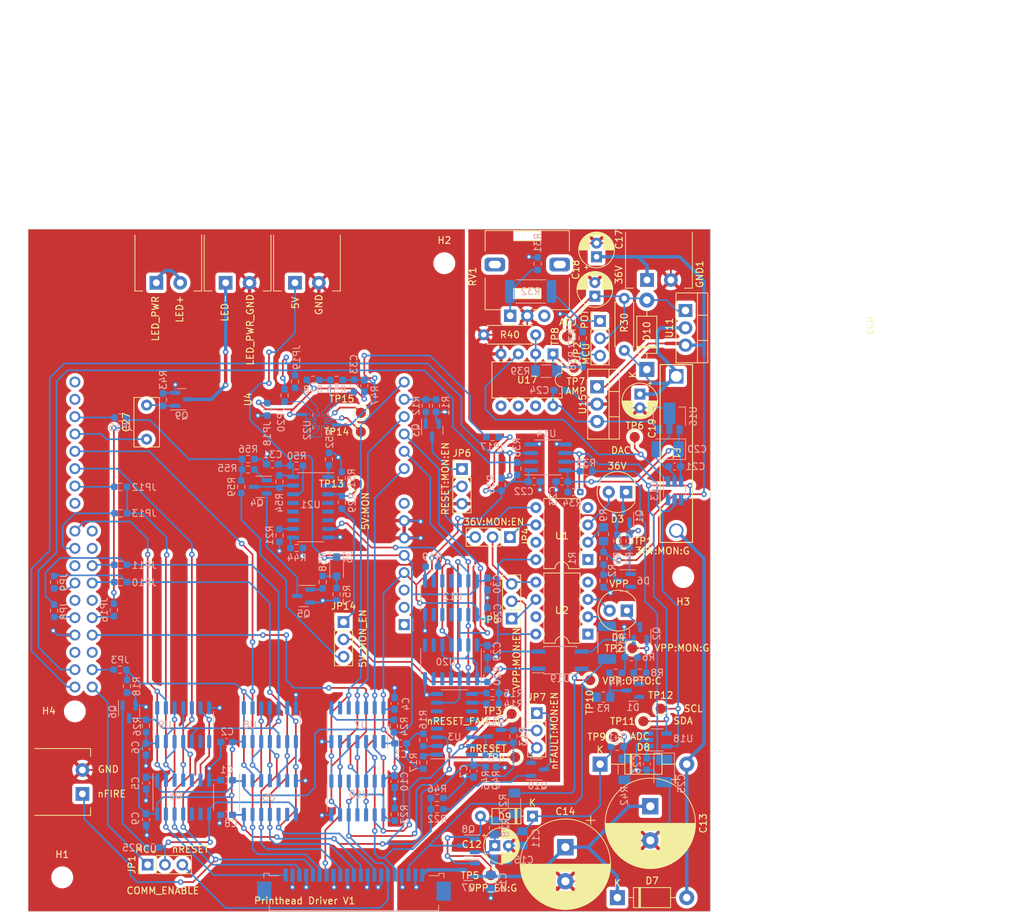
<source format=kicad_pcb>
(kicad_pcb (version 20221018) (generator pcbnew)
  (layers (0 "F.Cu" signal) (31 "B.Cu" signal) (34 "B.Paste" user) (35 "F.Paste" user) (36 "B.SilkS" user "B.Silkscreen") (37 "F.SilkS" user "F.Silkscreen") (38 "B.Mask" user) (39 "F.Mask" user) (44 "Edge.Cuts" user))
  (net 0 "")
  (net 1 "+3.3V")
  (net 2 "+5V")
  (net 3 "/HV Supply/VPP_Feedback")
  (net 4 "GND1")
  (net 5 "Net-(D7-K)")
  (net 6 "+36V")
  (net 7 "Net-(D10-A)")
  (net 8 "/HV Supply/VPP")
  (net 9 "+5VP")
  (net 10 "+24V")
  (net 11 "/MCU/STROBE")
  (net 12 "Net-(Q9-G)")
  (net 13 "Net-(D1-A)")
  (net 15 "Net-(D1-K)")
  (net 16 "Net-(D3-K)")
  (net 17 "Net-(D3-A)")
  (net 18 "Net-(D4-K)")
  (net 19 "Net-(D4-A)")
  (net 20 "Net-(D5-A)")
  (net 21 "Net-(D6-A)")
  (net 23 "Net-(D6-K)")
  (net 24 "Net-(D7-A)")
  (net 25 "Net-(D9-A)")
  (net 26 "Net-(D10-K)")
  (net 27 "/IO/nFIRE")
  (net 28 "/HV Supply/VPPH")
  (net 29 "/HV Supply/VPPL")
  (net 30 "/Level Shift/nFAULT_IN")
  (net 31 "/Level Shift/nRESET_IN")
  (net 32 "/Level Shift/MOSI_OUT")
  (net 33 "/Level Shift/SCK_OUT")
  (net 34 "/Level Shift/nSS1_OUT")
  (net 35 "/Level Shift/READY_IN")
  (net 36 "/Level Shift/PHO_OUT")
  (net 37 "/Level Shift/CLK_OUT")
  (net 38 "/Level Shift/nSS2_OUT")
  (net 39 "/IO/LED+")
  (net 40 "/IO/LED-")
  (net 41 "/Level Shift/COMM_ENABLE")
  (net 42 "OE_OUT")
  (net 43 "Net-(JP2-A)")
  (net 44 "Net-(JP2-B)")
  (net 45 "/Level Shift/PHO_IN")
  (net 46 "Net-(JP3-B)")
  (net 47 "Net-(JP4-A)")
  (net 48 "/Level Shift/nRESET_FAULT_IN")
  (net 49 "Net-(JP4-B)")
  (net 50 "Net-(JP5-A)")
  (net 51 "Net-(JP6-A)")
  (net 52 "Net-(JP4-C)")
  (net 53 "Net-(JP7-A)")
  (net 54 "Net-(JP8-A)")
  (net 55 "/Level Shift/SCK_IN")
  (net 56 "Net-(JP9-A)")
  (net 57 "/Level Shift/MOSI_IN")
  (net 58 "Net-(JP10-B)")
  (net 59 "Net-(JP11-B)")
  (net 60 "Net-(JP12-A)")
  (net 61 "/Level Shift/CLK_IN")
  (net 62 "Net-(JP13-B)")
  (net 63 "Net-(JP14-A)")
  (net 64 "Net-(JP14-C)")
  (net 65 "Net-(JP14-B)")
  (net 66 "Net-(JP15-A)")
  (net 67 "/HV Supply/VPP_EN")
  (net 68 "Net-(JP16-B)")
  (net 69 "Net-(Q1-G)")
  (net 70 "Net-(Q2-G)")
  (net 71 "Net-(Q3-G)")
  (net 72 "Net-(Q4-G)")
  (net 73 "Net-(Q4-S)")
  (net 74 "Net-(Q4-D)")
  (net 75 "Net-(Q5-G)")
  (net 76 "Net-(Q6-G)")
  (net 77 "~{OE_OUT}")
  (net 78 "Net-(Q10-G)")
  (net 79 "Net-(Q11-D)")
  (net 80 "Net-(R9-Pad2)")
  (net 81 "Net-(R10-Pad2)")
  (net 82 "/MCU/nRESET_MCU")
  (net 83 "Net-(U3-~{E2})")
  (net 84 "Net-(U3-~{E1})")
  (net 85 "Net-(U3-~{OE2})")
  (net 86 "Net-(U3-~{OE1})")
  (net 87 "Net-(U12-OE)")
  (net 88 "Net-(U20-~{1OE})")
  (net 89 "Net-(U21-~{E2})")
  (net 90 "Net-(U10-~{1OE})")
  (net 91 "Net-(U7-OE)")
  (net 92 "Net-(R27-Pad2)")
  (net 93 "Net-(U21-Q0)")
  (net 94 "Net-(R31-Pad1)")
  (net 95 "SDA_HV")
  (net 96 "SCL_HV")
  (net 97 "/ACC/SCL")
  (net 98 "/ACC/SDA")
  (net 99 "Net-(R38-Pad1)")
  (net 100 "Net-(U18-AIN)")
  (net 101 "Net-(U21-~{E1})")
  (net 102 "Net-(U21-D0)")
  (net 103 "Net-(U21-~{OE2})")
  (net 104 "Net-(U21-~{OE1})")
  (net 106 "Net-(U13-VOUT)")
  (net 116 "/Level Shift/RESET_DISABLE_CP_OUT")
  (net 124 "/Level Shift/nRESET_OUT")
  (net 125 "/Level Shift/RESET_DISABLE_CP_IN")
  (net 126 "/Level Shift/READY_OUT")
  (net 127 "/Level Shift/VPP_EN_CP_IN")
  (net 128 "/Level Shift/nRESET_FAULT_OUT")
  (net 131 "/Level Shift/nSS1_IN")
  (net 132 "/Level Shift/nFIRE_IN")
  (net 134 "/Level Shift/nSS2_IN")
  (net 139 "/Level Shift/nFAULT_OUT")
  (net 155 "/HV Supply/VPP_ENABLE_CP_5")
  (net 169 "Net-(U17A--)")
  (net 173 "Net-(U15-IN)")
  (net 174 "Net-(NT4-Pad2)")
  (net 175 "Net-(JP5-C)")
  (net 176 "/IO/LED_PWR")
  (net 177 "GND")
  (net 178 "Net-(U22-~{CS})")
  (net 179 "Net-(U22-SDO)")
  (net 180 "Net-(U22-INT1)")
  (net 181 "Net-(U22-INT2)")
  (net 182 "Net-(NT2-Pad1)")
  (net 183 "Net-(U22-Vdd)")
  (net 184 "Net-(JP17-A)")
  (net 185 "Net-(JP18-B)")
  (net 186 "Net-(JP19-A)")
  (net 187 "Net-(JP20-A)")
  (footprint "MountingHole:MountingHole_2.7mm_M2.5_DIN965" (layer "F.Cu") (at 126.992 132.789)
    (fp_text reference "H3")
    (fp_text value "MountingHole")
  )
  (footprint "Xaar-Driver:TestPoint_Pad_D1.5mm" (layer "F.Cu") (at 116.84 156.21 180)
    (fp_text reference "TP9")
    (fp_text value "TestPoint")
  )
  (footprint "Xaar-Driver:TestPoint_Pad_D1.5mm" (layer "F.Cu") (at 123.702 152.08 180)
    (fp_text reference "TP12")
    (fp_text value "TestPoint")
  )
  (footprint "Package_DIP:DIP-8_W7.62mm" (layer "F.Cu") (at 113.024 141.148 180)
    (fp_text reference "U2")
    (fp_text value "6N135")
  )
  (footprint "Diode_THT:D_DO-41_SOD81_P10.16mm_Horizontal" (layer "F.Cu") (at 121.666 102.362 90)
    (fp_text reference "D10")
    (fp_text value "1N4007")
  )
  (footprint "Connector_PinHeader_2.54mm:PinHeader_1x03_P2.54mm_Vertical" (layer "F.Cu") (at 48.518 174.94 90)
    (fp_text reference "JP1")
    (fp_text value "Jumper_3_Bridged12")
  )
  (footprint "Package_DIP:DIP-8_W7.62mm" (layer "F.Cu") (at 113.024 130.226 180)
    (fp_text reference "U1")
    (fp_text value "6N135")
  )
  (footprint "Diode_THT:D_DO-41_SOD81_P10.16mm_Horizontal" (layer "F.Cu") (at 117.352 179.766)
    (fp_text reference "D7")
    (fp_text value "1N4007")
  )
  (footprint "FUSE_646_1_LTF:FUSE_646_1_LTF" (layer "F.Cu") (at 125.988 103.378 -90)
    (fp_text reference "F1")
    (fp_text value "630mA/F")
  )
  (footprint "Connector_PinHeader_2.54mm:PinHeader_1x03_P2.54mm_Vertical" (layer "F.Cu") (at 77.22 139.38)
    (fp_text reference "JP14")
    (fp_text value "Jumper_3_Bridged12")
  )
  (footprint "NetTie:NetTie-2_SMD_Pad0.5mm" (layer "F.Cu") (at 124.976 98.552)
    (fp_text reference "NT3" hide)
    (fp_text value "NetTie_2" hide)
  )
  (footprint "RS_PRO:897-1051" (layer "F.Cu") (at 121.694 89.252)
    (fp_text reference "J3" hide)
    (fp_text value "Screw_Terminal_01x02")
  )
  (footprint "RS_PRO:897-1051" (layer "F.Cu") (at 38.955 164.564 90)
    (fp_text reference "J1" hide)
    (fp_text value "Screw_Terminal_01x02")
  )
  (footprint "MountingHole:MountingHole_2.7mm_M2.5_DIN965" (layer "F.Cu") (at 35.992 176.798)
    (fp_text reference "H1")
    (fp_text value "MountingHole")
  )
  (footprint "Xaar-Driver:TestPoint_Pad_D1.5mm" (layer "F.Cu") (at 113.366 147.89 -90)
    (fp_text reference "TP10")
    (fp_text value "TestPoint")
  )
  (footprint "RS_PRO:897-1051" (layer "F.Cu") (at 59.944 89.662)
    (fp_text reference "J2" hide)
    (fp_text value "Screw_Terminal_01x02")
  )
  (footprint "Potentiometer_THT:Potentiometer_Alps_RK09L_Single_Vertical" (layer "F.Cu") (at 101.644 94.488 90)
    (fp_text reference "RV1")
    (fp_text value "10k RC103B")
  )
  (footprint "Xaar-Driver:SK68-375-SA" (layer "F.Cu") (at 153.924 96.012 -90)
    (fp_text reference "HS1")
    (fp_text value "Heatsink")
  )
  (footprint "Xaar-Driver:TestPoint_Pad_D1.5mm" (layer "F.Cu") (at 109.982 97.536 -90)
    (fp_text reference "TP8")
    (fp_text value "TestPoint")
  )
  (footprint "Xaar-Driver:TestPoint_Pad_D1.5mm" (layer "F.Cu") (at 118.364 127.508 180)
    (fp_text reference "TP1")
    (fp_text value "TestPoint")
  )
  (footprint "Capacitor_THT:CP_Radial_D5.0mm_P2.00mm" (layer "F.Cu") (at 99.378887 172.146)
    (fp_text reference "C12")
    (fp_text value "10u >72V E")
  )
  (footprint "Diode_THT:D_DO-35_SOD27_P7.62mm_Horizontal" (layer "F.Cu") (at 104.906 167.828 180)
    (fp_text reference "D9")
    (fp_text value "5.1V")
  )
  (footprint "Xaar-Driver:TestPoint_Pad_D1.5mm" (layer "F.Cu") (at 121.158 153.924 180)
    (fp_text reference "TP11")
    (fp_text value "TestPoint")
  )
  (footprint "Xaar-Driver:TestPoint_Pad_D1.5mm" (layer "F.Cu") (at 79.756 108.712)
    (fp_text reference "TP15")
    (fp_text value "TestPoint")
  )
  (footprint "Xaar-Driver:NUCLEO-H743" (layer "F.Cu") (at 63.25 160.081 180)
    (fp_text reference "U4")
    (fp_text value "NUCLEO-H743ZI2")
  )
  (footprint "Connector_PinHeader_2.54mm:PinHeader_1x03_P2.54mm_Vertical" (layer "F.Cu") (at 105.541 152.73)
    (fp_text reference "JP7")
    (fp_text value "Jumper_3_Bridged12")
  )
  (footprint "Capacitor_THT:CP_Radial_D5.0mm_P2.00mm" (layer "F.Cu") (at 114.3 85.852 90)
    (fp_text reference "C17")
    (fp_text value "2.2u >72V E")
  )
  (footprint "Connector_PinHeader_2.54mm:PinHeader_1x03_P2.54mm_Vertical" (layer "F.Cu") (at 114.808 95.265)
    (fp_text reference "JP2")
    (fp_text value "Jumper_3_Bridged12")
  )
  (footprint "Diode_THT:D_DO-41_SOD81_P12.70mm_Horizontal" (layer "F.Cu") (at 114.812 160.208)
    (fp_text reference "D8")
    (fp_text value "1N4007")
  )
  (footprint "Xaar-Driver:TestPoint_Pad_D1.5mm" (layer "F.Cu") (at 119.888 112.268)
    (fp_text reference "TP6")
    (fp_text value "TestPoint")
  )
  (footprint "MountingHole:MountingHole_2.7mm_M2.5_DIN965" (layer "F.Cu") (at 37.846 152.47)
    (fp_text reference "H4")
    (fp_text value "MountingHole")
  )
  (footprint "Resistor_THT:R_Axial_DIN0207_L6.3mm_D2.5mm_P7.62mm_Horizontal" (layer "F.Cu") (at 118.364 99.568 90)
    (fp_text reference "R30")
    (fp_text value "200")
  )
  (footprint "Capacitor_THT:C_Rect_L7.0mm_W3.5mm_P5.00mm" (layer "F.Cu") (at 48.366 112.59 90)
    (fp_text reference "C27")
    (fp_text value "100n >16V Film")
  )
  (footprint "Xaar-Driver:TestPoint_Pad_D1.5mm" (layer "F.Cu") (at 102.366 159.192)
    (fp_text reference "TP4")
    (fp_text value "TestPoint")
  )
  (footprint "RS_PRO:897-1051" (layer "F.Cu") (at 49.784 89.662)
    (fp_text reference "J7" hide)
    (fp_text value "Screw_Terminal_01x02")
  )
  (footprint "Custom_LED_THT:LED_D5.0mm" (layer "F.Cu") (at 118.627 120.33 180)
    (fp_text reference "D3")
    (fp_text value "LED green Vf=1.8V")
  )
  (footprint "Capacitor_THT:CP_Radial_D13.0mm_P5.00mm" (layer "F.Cu") (at 109.732 172.370785 -90)
    (fp_text reference "C14")
    (fp_text value "220u >72V E")
  )
  (footprint "Connector_PinHeader_2.54mm:PinHeader_1x03_P2.54mm_Vertical" (layer "F.Cu") (at 101.604 126.934 -90)
    (fp_text reference "JP4")
    (fp_text value "Jumper_3_Bridged12")
  )
  (footprint "Capacitor_THT:CP_Radial_D5.0mm_P2.00mm" (layer "F.Cu") (at 114.046 91.633113 90)
    (fp_text reference "C18")
    (fp_text value "10u >72V E")
  )
  (footprint "Xaar-Driver:TestPoint_Pad_D1.5mm" (layer "F.Cu") (at 119.546 143.2 180)
    (fp_text reference "TP2")
    (fp_text value "TestPoint")
  )
  (footprint "Package_TO_SOT_THT:TO-220-3_Vertical" (layer "F.Cu") (at 114.371 104.902 -90)
    (fp_text reference "U15")
    (fp_text value "L7824")
  )
  (footprint "Package_TO_SOT_THT:TO-220-3_Vertical" (layer "F.Cu") (at 127.325 93.726 -90)
    (fp_text reference "U11")
    (fp_text value "LM317_TO-220")
  )
  (footprint "Connector_PinHeader_2.54mm:PinHeader_1x03_P2.54mm_Vertical" (layer "F.Cu") (at 94.566 116.965)
    (fp_text reference "JP6")
    (fp_text value "Jumper_3_Bridged12")
  )
  (footprint "Custom_LED_THT:LED_D5.0mm" (layer "F.Cu") (at 118.746 137.7 180)
    (fp_text reference "D4")
    (fp_text value "LED red Vf=1.6V")
  )
  (footprint "RS_PRO:897-1051" (layer "F.Cu") (at 70.104 89.662)
    (fp_text reference "J4" hide)
    (fp_text value "Screw_Terminal_01x02")
  )
  (footprint "Xaar-Driver:TestPoint_Pad_D1.5mm" (layer "F.Cu") (at 79.756 111.506)
    (fp_text reference "TP14")
    (fp_text value "TestPoint")
  )
  (footprint "Xaar-Driver:TestPoint_Pad_D1.5mm" (layer "F.Cu") (at 110.998 102.108)
    (fp_text reference "TP7")
    (fp_text value "TestPoint")
  )
  (footprint "Xaar-Driver:TestPoint_Pad_D1.5mm" (layer "F.Cu") (at 101.858 152.842 180)
    (fp_text reference "TP3")
    (fp_text value "TestPoint")
  )
  (footprint "Connector_PinHeader_2.54mm:PinHeader_1x03_P2.54mm_Vertical" (layer "F.Cu") (at 101.858 138.872 180)
    (fp_text reference "JP5")
    (fp_text value "Jumper_3_Bridged12")
  )
  (footprint "Xaar-Driver:TestPoint_Pad_D1.5mm" (layer "F.Cu") (at 98.81 176.464)
    (fp_text reference "TP5")
    (fp_text value "TestPoint")
  )
  (footprint "MountingHole:MountingHole_2.7mm_M2.5_DIN965" (layer "F.Cu") (at 91.992 86.798)
    (fp_text reference "H2")
    (fp_text value "MountingHole")
  )
  (footprint "Package_DIP:DIP-8_W7.62mm" (layer "F.Cu") (at 107.914 100.086 -90)
    (fp_text reference "U17")
    (fp_text value "TLC272")
  )
  (footprint "Capacitor_THT:CP_Radial_D13.0mm_P5.00mm" (layer "F.Cu") (at 122.178 166.384 -90)
    (fp_text reference "C13")
    (fp_text value "220u >72V E")
  )
  (footprint "Resistor_THT:R_Axial_DIN0207_L6.3mm_D2.5mm_P7.62mm_Horizontal" (layer "F.Cu") (at 97.764 97.282)
    (fp_text reference "R40")
    (fp_text value "3k")
  )
  (footprint "Capacitor_THT:CP_Radial_D5.0mm_P2.00mm" (layer "F.Cu") (at 120.65 105.978888 -90)
    (fp_text reference "C19")
    (fp_text value "2.2u >72V E")
  )
  (footprint "Xaar-Driver:TestPoint_Pad_D1.5mm" (layer "F.Cu") (at 78.994 119.126 180)
    (fp_text reference "TP13")
    (fp_text value "TestPoint")
  )
  (footprint "Resistor_SMD:R_0603_1608Metric_Pad0.98x0.95mm_HandSolder" (layer "B.Cu") (at 48.264 154.5965 90)
    (fp_text reference "R26")
    (fp_text value "10k")
  )
  (footprint "Capacitor_SMD:C_0603_1608Metric_Pad1.08x0.95mm_HandSolder" (layer "B.Cu") (at 109.224 118.806)
    (fp_text reference "C23")
    (fp_text value "100n >16V Cer")
  )
  (footprint "Resistor_SMD:R_0603_1608Metric_Pad0.98x0.95mm_HandSolder" (layer "B.Cu") (at 117.098 146.812)
    (fp_text reference "R4")
    (fp_text value "68k")
  )
  (footprint "Capacitor_SMD:C_0603_1608Metric_Pad1.08x0.95mm_HandSolder" (layer "B.Cu") (at 60.075 156.971)
    (fp_text reference "C2")
    (fp_text value "100n >16V Cer")
  )
  (footprint "NetTie:NetTie-2_SMD_Pad0.5mm" (layer "B.Cu") (at 122.936 104.394 180)
    (fp_text reference "NT1" hide)
    (fp_text value "NetTie_2" hide)
  )
  (footprint "Capacitor_SMD:C_0603_1608Metric_Pad1.08x0.95mm_HandSolder" (layer "B.Cu") (at 98.302 133.792 90)
    (fp_text reference "C30")
    (fp_text value "100n >16V Cer")
  )
  (footprint "NetTie:NetTie-2_SMD_Pad0.5mm" (layer "B.Cu") (at 71.12 108.966 180)
    (fp_text reference "NT2" hide)
    (fp_text value "NetTie_2" hide)
  )
  (footprint "Resistor_SMD:R_0603_1608Metric_Pad0.98x0.95mm_HandSolder" (layer "B.Cu") (at 67.822 118.806 -90)
    (fp_text reference "R54")
    (fp_text value "10k")
  )
  (footprint "Resistor_SMD:R_1206_3216Metric_Pad1.30x1.75mm_HandSolder" (layer "B.Cu") (at 102.266 165.99 90)
    (fp_text reference "R27")
    (fp_text value "12k > 200mW")
  )
  (footprint "Resistor_SMD:R_0603_1608Metric_Pad0.98x0.95mm_HandSolder" (layer "B.Cu") (at 34.802 133.538 90)
    (fp_text reference "JP9")
    (fp_text value "SolderJumper_2_Bridged")
  )
  (footprint "Resistor_SMD:R_0603_1608Metric_Pad0.98x0.95mm_HandSolder" (layer "B.Cu") (at 112.78 117.282)
    (fp_text reference "R33")
    (fp_text value "10k")
  )
  (footprint "Resistor_SMD:R_0603_1608Metric_Pad0.98x0.95mm_HandSolder" (layer "B.Cu") (at 89.266 107.6775 -90)
    (fp_text reference "R12")
    (fp_text value "1k")
  )
  (footprint "Resistor_SMD:R_0603_1608Metric_Pad0.98x0.95mm_HandSolder" (layer "B.Cu") (at 44.553525 109.40413)
    (fp_text reference "JP15")
    (fp_text value "SolderJumper_2_Bridged")
  )
  (footprint "Resistor_SMD:R_0603_1608Metric_Pad0.98x0.95mm_HandSolder" (layer "B.Cu") (at 99.572 159.7 90)
    (fp_text reference "R49")
    (fp_text value "10k")
  )
  (footprint "Resistor_SMD:R_0603_1608Metric_Pad0.98x0.95mm_HandSolder" (layer "B.Cu") (at 119.126 127.508 90)
    (fp_text reference "R7")
    (fp_text value "1k")
  )
  (footprint "Capacitor_SMD:C_0603_1608Metric_Pad1.08x0.95mm_HandSolder" (layer "B.Cu") (at 98.302 138.11 -90)
    (fp_text reference "C28")
    (fp_text value "100n >16V Cer")
  )
  (footprint "Resistor_SMD:R_0603_1608Metric_Pad0.98x0.95mm_HandSolder" (layer "B.Cu") (at 117.348 127.508 90)
    (fp_text reference "R5")
    (fp_text value "1.6k")
  )
  (footprint "Resistor_SMD:R_0603_1608Metric_Pad0.98x0.95mm_HandSolder" (layer "B.Cu") (at 115.316 130.048 -90)
    (fp_text reference "R1")
    (fp_text value "1.2k")
  )
  (footprint "Resistor_SMD:R_0603_1608Metric_Pad0.98x0.95mm_HandSolder" (layer "B.Cu") (at 115.316 133.35 -90)
    (fp_text reference "R2")
    (fp_text value "31.6k")
  )
  (footprint "Package_SO:SOIC-14_3.9x8.7mm_P1.27mm" (layer "B.Cu") (at 66.425 165.099 -90)
    (fp_text reference "U5")
    (fp_text value "TXB0104D")
  )
  (footprint "Capacitor_SMD:C_0603_1608Metric_Pad1.08x0.95mm_HandSolder" (layer "B.Cu") (at 80.264 104.775 -90)
    (fp_text reference "C33")
    (fp_text value "100n >16V Cer")
  )
  (footprint "Resistor_SMD:R_0603_1608Metric_Pad0.98x0.95mm_HandSolder" (layer "B.Cu") (at 120.654 146.812)
    (fp_text reference "R8")
    (fp_text value "1k")
  )
  (footprint "NetTie:NetTie-2_SMD_Pad0.5mm" (layer "B.Cu") (at 51.562 87.884)
    (fp_text reference "NT7" hide)
    (fp_text value "NetTie_2" hide)
  )
  (footprint "Capacitor_SMD:C_0603_1608Metric_Pad1.08x0.95mm_HandSolder" (layer "B.Cu") (at 48.264 168.336 90)
    (fp_text reference "C9")
    (fp_text value "100n >16V Cer")
  )
  (footprint "Resistor_SMD:R_0603_1608Metric_Pad0.98x0.95mm_HandSolder" (layer "B.Cu") (at 78.74 104.772 90)
    (fp_text reference "R47")
    (fp_text value "10k")
  )
  (footprint "Resistor_SMD:R_0603_1608Metric_Pad0.98x0.95mm_HandSolder" (layer "B.Cu") (at 98.302 147.254 90)
    (fp_text reference "R20")
    (fp_text value "100k")
  )
  (footprint "Capacitor_SMD:C_0603_1608Metric_Pad1.08x0.95mm_HandSolder" (layer "B.Cu") (at 48.264 163.002 90)
    (fp_text reference "C5")
    (fp_text value "100n >16V Cer")
  )
  (footprint "Package_SO:SOIC-14_3.9x8.7mm_P1.27mm" (layer "B.Cu") (at 53.725 165.034 -90)
    (fp_text reference "U6")
    (fp_text value "TXB0104D")
  )
  (footprint "Resistor_SMD:R_0603_1608Metric_Pad0.98x0.95mm_HandSolder" (layer "B.Cu") (at 66.04 108.204 90)
    (fp_text reference "JP18")
    (fp_text value "SolderJumper_2_Open")
  )
  (footprint "Resistor_SMD:R_0603_1608Metric_Pad0.98x0.95mm_HandSolder" (layer "B.Cu") (at 105.664 86.868 90)
    (fp_text reference "R31")
    (fp_text value "4.7k")
  )
  (footprint "NetTie:NetTie-2_SMD_Pad0.5mm" (layer "B.Cu") (at 76.2 110.49)
    (fp_text reference "NT5" hide)
    (fp_text value "NetTie_2" hide)
  )
  (footprint "Resistor_SMD:R_2512_6332Metric_Pad1.40x3.35mm_HandSolder" (layer "B.Cu") (at 104.648 90.932 180)
    (fp_text reference "R32")
    (fp_text value "2.2k > 600mW")
  )
  (footprint "Capacitor_SMD:C_0603_1608Metric_Pad1.08x0.95mm_HandSolder" (layer "B.Cu") (at 98.302 143.698 90)
    (fp_text reference "C29")
    (fp_text value "100n >16V Cer")
  )
  (footprint "Package_SO:SOIC-14_3.9x8.7mm_P1.27mm" (layer "B.Cu") (at 79.252 154.431 90)
    (fp_text reference "U7")
    (fp_text value "TXB0104D")
  )
  (footprint "Capacitor_SMD:C_0603_1608Metric_Pad1.08x0.95mm_HandSolder" (layer "B.Cu") (at 108.94 105.41 180)
    (fp_text reference "C24")
    (fp_text value "100n >16V Cer")
  )
  (footprint "Resistor_SMD:R_0603_1608Metric_Pad0.98x0.95mm_HandSolder" (layer "B.Cu") (at 99.064 151.318)
    (fp_text reference "R14")
    (fp_text value "10k")
  )
  (footprint "Package_TO_SOT_SMD:SOT-23" (layer "B.Cu") (at 105.668 160.97)
    (fp_text reference "Q10")
    (fp_text value "DMN2075U")
  )
  (footprint "Capacitor_SMD:C_0603_1608Metric_Pad1.08x0.95mm_HandSolder" (layer "B.Cu") (at 66.806 116.266 180)
    (fp_text reference "C31")
    (fp_text value "100n >16V Cer")
  )
  (footprint "Resistor_SMD:R_0603_1608Metric_Pad0.98x0.95mm_HandSolder" (layer "B.Cu") (at 44.553525 130.99413 180)
    (fp_text reference "JP11")
    (fp_text value "SolderJumper_2_Open")
  )
  (footprint "Resistor_SMD:R_0603_1608Metric_Pad0.98x0.95mm_HandSolder" (layer "B.Cu") (at 117.352 157.668)
    (fp_text reference "R41")
    (fp_text value "100k")
  )
  (footprint "Resistor_SMD:R_0603_1608Metric_Pad0.98x0.95mm_HandSolder" (layer "B.Cu") (at 88.904 159.954 -90)
    (fp_text reference "R17")
    (fp_text value "10k")
  )
  (footprint "Resistor_SMD:R_0603_1608Metric_Pad0.98x0.95mm_HandSolder" (layer "B.Cu") (at 70.104 104.14 90)
    (fp_text reference "JP19")
    (fp_text value "SolderJumper_2_Open")
  )
  (footprint "Package_SO:SO-16_3.9x9.9mm_P1.27mm" (layer "B.Cu") (at 93.476 154.366)
    (fp_text reference "U3")
    (fp_text value "74HC173")
  )
  (footprint "Resistor_SMD:R_0603_1608Metric_Pad0.98x0.95mm_HandSolder" (layer "B.Cu") (at 111.002 120.33)
    (fp_text reference "R34")
    (fp_text value "10k")
  )
  (footprint "Resistor_SMD:R_0603_1608Metric_Pad0.98x0.95mm_HandSolder" (layer "B.Cu") (at 75.0845 115.504 90)
    (fp_text reference "R52")
    (fp_text value "10k")
  )
  (footprint "Package_TO_SOT_SMD:SOT-23" (layer "B.Cu") (at 119.634 149.418 180)
    (fp_text reference "D1")
    (fp_text value "BZX84C10LT1G 10V")
  )
  (footprint "Resistor_SMD:R_1206_3216Metric_Pad1.30x1.75mm_HandSolder" (layer "B.Cu") (at 106.908 102.616)
    (fp_text reference "R39")
    (fp_text value "12k")
  )
  (footprint "Capacitor_SMD:C_0603_1608Metric_Pad1.08x0.95mm_HandSolder" (layer "B.Cu") (at 85.602 157.16 180)
    (fp_text reference "C3")
    (fp_text value "100n >16V Cer")
  )
  (footprint "Package_TO_SOT_SMD:SOT-23" (layer "B.Cu") (at 53.5035 106.74)
    (fp_text reference "Q9")
    (fp_text value "DMN2075U")
  )
  (footprint "Resistor_SMD:R_0603_1608Metric_Pad0.98x0.95mm_HandSolder" (layer "B.Cu") (at 34.802 137.729 90)
    (fp_text reference "JP8")
    (fp_text value "SolderJumper_2_Bridged")
  )
  (footprint "Capacitor_Tantalum_SMD:CP_EIA-3528-21_Kemet-B_Pad1.50x2.35mm_HandSolder" (layer "B.Cu") (at 124.21 161.224 -90)
    (fp_text reference "C25")
    (fp_text value "10u > 16V Tantal")
  )
  (footprint "Resistor_SMD:R_0603_1608Metric_Pad0.98x0.95mm_HandSolder" (layer "B.Cu") (at 70.362 116.4655 180)
    (fp_text reference "R50")
    (fp_text value "10k")
  )
  (footprint "Resistor_SMD:R_0603_1608Metric_Pad0.98x0.95mm_HandSolder" (layer "B.Cu") (at 62.234 119.568 -90)
    (fp_text reference "R59")
    (fp_text value "680")
  )
  (footprint "Resistor_SMD:R_0603_1608Metric_Pad0.98x0.95mm_HandSolder" (layer "B.Cu") (at 63.25 115.504)
    (fp_text reference "R56")
    (fp_text value "100k")
  )
  (footprint "Package_SO:SOIC-14_3.9x8.7mm_P1.27mm" (layer "B.Cu") (at 92.968 135.824 90)
    (fp_text reference "U12")
    (fp_text value "TXB0104D")
  )
  (footprint "Package_TO_SOT_SMD:SOT-23" (layer "B.Cu") (at 120.696 141.0625 90)
    (fp_text reference "Q2")
    (fp_text value "DMN2075U")
  )
  (footprint "Capacitor_SMD:C_0603_1608Metric_Pad1.08x0.95mm_HandSolder" (layer "B.Cu") (at 121.67 160.208 -90)
    (fp_text reference "C26")
    (fp_text value "100n >16V Cer")
  )
  (footprint "Resistor_SMD:R_0603_1608Metric_Pad0.98x0.95mm_HandSolder" (layer "B.Cu") (at 76.966 121.854 -90)
    (fp_text reference "R29")
    (fp_text value "1k")
  )
  (footprint "Package_SO:SOIC-14_3.9x8.7mm_P1.27mm" (layer "B.Cu") (at 92.968 145.222 90)
    (fp_text reference "U20")
    (fp_text value "74AHCT125")
  )
  (footprint "Package_TO_SOT_SMD:SOT-23-5_HandSoldering" (layer "B.Cu") (at 123.194 156.652)
    (fp_text reference "U18")
    (fp_text value "MCP3021")
  )
  (footprint "Resistor_SMD:R_0603_1608Metric_Pad0.98x0.95mm_HandSolder" (layer "B.Cu") (at 72.7475 103.886)
    (fp_text reference "R48")
    (fp_text value "10k")
  )
  (footprint "Capacitor_SMD:C_0603_1608Metric_Pad1.08x0.95mm_HandSolder" (layer "B.Cu") (at 60.075 167.639)
    (fp_text reference "C8")
    (fp_text value "100n >16V Cer")
  )
  (footprint "Resistor_SMD:R_0603_1608Metric_Pad0.98x0.95mm_HandSolder" (layer "B.Cu") (at 112.268 97.79 90)
    (fp_text reference "R37")
    (fp_text value "100k")
  )
  (footprint "NetTie:NetTie-2_SMD_Pad0.5mm" (layer "B.Cu") (at 130.048 99.822 -90)
    (fp_text reference "NT4" hide)
    (fp_text value "NetTie_2" hide)
  )
  (footprint "Resistor_SMD:R_0603_1608Metric_Pad0.98x0.95mm_HandSolder" (layer "B.Cu") (at 68.58 106.172 90)
    (fp_text reference "JP20")
    (fp_text value "SolderJumper_2_Open")
  )
  (footprint "Package_TO_SOT_SMD:SOT-23-6_Handsoldering" (layer "B.Cu") (at 125.73 120.142 -90)
    (fp_text reference "U13")
    (fp_text value "MCP4725xxx-xCH")
  )
  (footprint "Resistor_SMD:R_0805_2012Metric_Pad1.20x1.40mm_HandSolder" (layer "B.Cu") (at 115.316 126.508 90)
    (fp_text reference "R9")
    (fp_text value "5.1k >300mW")
  )
  (footprint "Resistor_SMD:R_0603_1608Metric_Pad0.98x0.95mm_HandSolder" (layer "B.Cu") (at 100.3865 119.206 90)
    (fp_text reference "R35")
    (fp_text value "10k")
  )
  (footprint "Resistor_SMD:R_0603_1608Metric_Pad0.98x0.95mm_HandSolder" (layer "B.Cu") (at 102.112 156.144 90)
    (fp_text reference "R13")
    (fp_text value "20k")
  )
  (footprint "Package_TO_SOT_SMD:SOT-23" (layer "B.Cu") (at 65.028 119.568 180)
    (fp_text reference "Q4")
    (fp_text value "DMN2075U")
  )
  (footprint "Resistor_SMD:R_0603_1608Metric_Pad0.98x0.95mm_HandSolder" (layer "B.Cu") (at 44.553525 133.53413 180)
    (fp_text reference "JP10")
    (fp_text value "SolderJumper_2_Open")
  )
  (footprint "Package_SO:SOIC-14_3.9x8.7mm_P1.27mm" (layer "B.Cu") (at 79.252 165.164 90)
    (fp_text reference "U10")
    (fp_text value "74AHCT125")
  )
  (footprint "Package_TO_SOT_SMD:SOT-23" (layer "B.Cu") (at 118.18 123.886 90)
    (fp_text reference "Q1")
    (fp_text value "DMN2075U")
  )
  (footprint "Capacitor_SMD:C_0603_1608Metric_Pad1.08x0.95mm_HandSolder" (layer "B.Cu") (at 96.27 161.224 -90)
    (fp_text reference "C7")
    (fp_text value "100n >16V Cer")
  )
  (footprint "Resistor_SMD:R_0603_1608Metric_Pad0.98x0.95mm_HandSolder" (layer "B.Cu") (at 99.06 112.268)
    (fp_text reference "JP17")
    (fp_text value "SolderJumper_2_Open")
  )
  (footprint "Resistor_SMD:R_1206_3216Metric_Pad1.30x1.75mm_HandSolder" (layer "B.Cu") (at 118.368 160.97 -90)
    (fp_text reference "R42")
    (fp_text value "12k")
  )
  (footprint "Resistor_SMD:R_0603_1608Metric_Pad0.98x0.95mm_HandSolder" (layer "B.Cu") (at 50.766 106.79 90)
    (fp_text reference "R43")
    (fp_text value "10k")
  )
  (footprint "Package_TO_SOT_SMD:SOT-23" (layer "B.Cu") (at 90.216 111.2775 -90)
    (fp_text reference "Q3")
    (fp_text value "DMN2075U")
  )
  (footprint "Resistor_SMD:R_0603_1608Metric_Pad0.98x0.95mm_HandSolder" (layer "B.Cu") (at 63.25 117.028)
    (fp_text reference "R55")
    (fp_text value "1k")
  )
  (footprint "Capacitor_SMD:C_0603_1608Metric_Pad1.08x0.95mm_HandSolder" (layer "B.Cu") (at 105.16 118.806)
    (fp_text reference "C22")
    (fp_text value "100n >16V Cer")
  )
  (footprint "Capacitor_SMD:C_0603_1608Metric_Pad1.08x0.95mm_HandSolder" (layer "B.Cu") (at 84.713 151.318 -90)
    (fp_text reference "C4")
    (fp_text value "100n >16V Cer")
  )
  (footprint "Package_SO:SOIC-14_3.9x8.7mm_P1.27mm" (layer "B.Cu") (at 53.725 154.431 -90)
    (fp_text reference "U9")
    (fp_text value "74AHCT125")
  )
  (footprint "Resistor_SMD:R_2010_5025Metric_Pad1.40x2.65mm_HandSolder" (layer "B.Cu") (at 115.846 142.4 90)
    (fp_text reference "R10")
    (fp_text value "2k > 700mW")
  )
  (footprint "Diode_SMD:D_SOD-123F" (layer "B.Cu") (at 76.204 131.252 -90)
    (fp_text reference "D5")
    (fp_text value "3.3V")
  )
  (footprint "Resistor_SMD:R_0603_1608Metric_Pad0.98x0.95mm_HandSolder" (layer "B.Cu") (at 44.454 146.365 180)
    (fp_text reference "JP3")
    (fp_text value "SolderJumper_2_Bridged")
  )
  (footprint "Resistor_SMD:R_0603_1608Metric_Pad0.98x0.95mm_HandSolder" (layer "B.Cu") (at 76.204 135.316 -90)
    (fp_text reference "R57")
    (fp_text value "2.2k")
  )
  (footprint "Package_SO:SOIC-8_3.9x4.9mm_P1.27mm" (layer "B.Cu") (at 107.192 115.25)
    (fp_text reference "U14")
    (fp_text value "ISO1540")
  )
  (footprint "Resistor_SMD:R_0603_1608Metric_Pad0.98x0.95mm_HandSolder" (layer "B.Cu") (at 70.358 128.524)
    (fp_text reference "R44")
    (fp_text value "10k")
  )
  (footprint "Resistor_SMD:R_0603_1608Metric_Pad0.98x0.95mm_HandSolder" (layer "B.Cu") (at 102.6865 116.906 90)
    (fp_text reference "R36")
    (fp_text value "10k")
  )
  (footprint "Resistor_SMD:R_0603_1608Metric_Pad0.98x0.95mm_HandSolder" (layer "B.Cu") (at 90.174 131.252 180)
    (fp_text reference "R19")
    (fp_text value "100k")
  )
  (footprint "Resistor_SMD:R_0805_2012Metric_Pad1.20x1.40mm_HandSolder" (layer "B.Cu") (at 99.318 169.5025 90)
    (fp_text reference "R28")
    (fp_text value "5.1k")
  )
  (footprint "Package_SO:SO-16_3.9x9.9mm_P1.27mm" (layer "B.Cu") (at 72.394 122.5615 180)
    (fp_text reference "U21")
    (fp_text value "74HC173")
  )
  (footprint "Resistor_SMD:R_0603_1608Metric_Pad0.98x0.95mm_HandSolder" (layer "B.Cu") (at 49.28 172.4)
    (fp_text reference "R25")
    (fp_text value "1k")
  )
  (footprint "Resistor_SMD:R_0603_1608Metric_Pad0.98x0.95mm_HandSolder" (layer "B.Cu") (at 43.565 137.602 -90)
    (fp_text reference "JP16")
    (fp_text value "SolderJumper_2_Open")
  )
  (footprint "Capacitor_Tantalum_SMD:CP_EIA-3528-21_Kemet-B_Pad1.50x2.35mm_HandSolder" (layer "B.Cu") (at 124.714 114.046 180)
    (fp_text reference "C20")
    (fp_text value "10u > 16V Tantal")
  )
  (footprint "Resistor_SMD:R_0603_1608Metric_Pad0.98x0.95mm_HandSolder" (layer "B.Cu") (at 84.586 154.62 90)
    (fp_text reference "R24")
    (fp_text value "100k")
  )
  (footprint "Capacitor_SMD:C_0603_1608Metric_Pad1.08x0.95mm_HandSolder" (layer "B.Cu") (at 48.264 158.0225 90)
    (fp_text reference "C6")
    (fp_text value "100n >16V Cer")
  )
  (footprint "Capacitor_SMD:C_0805_2012Metric_Pad1.18x1.45mm_HandSolder" (layer "B.Cu") (at 103.466 171.09 -90)
    (fp_text reference "C11")
    (fp_text value "1u >72V Cer")
  )
  (footprint "Resistor_SMD:R_0603_1608Metric_Pad0.98x0.95mm_HandSolder" (layer "B.Cu") (at 112.268 101.092 90)
    (fp_text reference "R38")
    (fp_text value "2.2k")
  )
  (footprint "Package_TO_SOT_SMD:SOT-23" (layer "B.Cu") (at 95.508 175.702 180)
    (fp_text reference "Q7")
    (fp_text value "DMG2305UX")
  )
  (footprint "Resistor_SMD:R_0603_1608Metric_Pad0.98x0.95mm_HandSolder" (layer "B.Cu") (at 67.822 126.68 -90)
    (fp_text reference "R21")
    (fp_text value "10k")
  )
  (footprint "Package_TO_SOT_SMD:SOT-23" (layer "B.Cu") (at 45.79 152.5395 -90)
    (fp_text reference "Q6")
    (fp_text value "DMN2075U")
  )
  (footprint "Molex_200528:Molex_200528-0210_1x21-1MP_P1.00mm_Horizontal" (layer "B.Cu") (at 78.745 177.374 180)
    (fp_text reference "J5" hide)
    (fp_text value "Conn_01x21")
  )
  (footprint "Capacitor_SMD:C_0603_1608Metric_Pad1.08x0.95mm_HandSolder" (layer "B.Cu") (at 84.713 162.748 90)
    (fp_text reference "C10")
    (fp_text value "100n >16V Cer")
  )
  (footprint "Resistor_SMD:R_0603_1608Metric_Pad0.98x0.95mm_HandSolder" (layer "B.Cu") (at 74.172 133.538 -90)
    (fp_text reference "R58")
    (fp_text value "1k")
  )
  (footprint "Capacitor_SMD:C_0805_2012Metric_Pad1.18x1.45mm_HandSolder" (layer "B.Cu") (at 100.3125 174.178)
    (fp_text reference "C15")
    (fp_text value "1u >72V Cer")
  )
  (footprint "Package_TO_SOT_SMD:SOT-23" (layer "B.Cu") (at 95.508 172.146 180)
    (fp_text reference "Q8")
    (fp_text value "DMG2305UX")
  )
  (footprint "Package_TO_SOT_SMD:SOT-23" (layer "B.Cu") (at 71.378 135.57 180)
    (fp_text reference "Q5")
    (fp_text value "DMN2075U")
  )
  (footprint "Resistor_SMD:R_0603_1608Metric_Pad0.98x0.95mm_HandSolder" (layer "B.Cu") (at 119.38 144.526 180)
    (fp_text reference "R6")
    (fp_text value "1.6k")
  )
  (footprint "Resistor_SMD:R_0603_1608Metric_Pad0.98x0.95mm_HandSolder" (layer "B.Cu") (at 45.47 148.778 90)
    (fp_text reference "R18")
    (fp_text value "10k")
  )
  (footprint "Resistor_SMD:R_0603_1608Metric_Pad0.98x0.95mm_HandSolder" (layer "B.Cu") (at 44.553525 119.56413)
    (fp_text reference "JP12")
    (fp_text value "SolderJumper_2_Open")
  )
  (footprint "Capacitor_SMD:C_0805_2012Metric_Pad1.18x1.45mm_HandSolder" (layer "B.Cu") (at 98.81 177.48 -90)
    (fp_text reference "C16")
    (fp_text value "1u >72V Cer")
  )
  (footprint "Resistor_SMD:R_0603_1608Metric_Pad0.98x0.95mm_HandSolder" (layer "B.Cu") (at 90.766 107.6775 -90)
    (fp_text reference "R11")
    (fp_text value "100k")
  )
  (footprint "Resistor_SMD:R_0603_1608Metric_Pad0.98x0.95mm_HandSolder" (layer "B.Cu") (at 99.064 149.794)
    (fp_text reference "R15")
    (fp_text value "10k")
  )
  (footprint "Resistor_SMD:R_0603_1608Metric_Pad0.98x0.95mm_HandSolder" (layer "B.Cu") (at 76.966 118.298 90)
    (fp_text reference "R51")
    (fp_text value "10k")
  )
  (footprint "Resistor_SMD:R_0805_2012Metric_Pad1.20x1.40mm_HandSolder" (layer "B.Cu") (at 115.316 150.368)
    (fp_text reference "R3")
    (fp_text value "5.1k")
  )
  (footprint "Resistor_SMD:R_0603_1608Metric_Pad0.98x0.95mm_HandSolder" (layer "B.Cu") (at 98.048 159.7 -90)
    (fp_text reference "R45")
    (fp_text value "10k")
  )
  (footprint "Package_LGA:LGA-14_2x2mm_P0.35mm_LayoutBorder3x4y" (layer "B.Cu") (at 73.835 109.9218 -90)
    (fp_text reference "U22")
    (fp_text value "LIS2DH")
  )
  (footprint "Resistor_SMD:R_0603_1608Metric_Pad0.98x0.95mm_HandSolder" (layer "B.Cu") (at 76.2 103.886)
    (fp_text reference "R53")
    (fp_text value "10k")
  )
  (footprint "Xaar-Driver:SOT-89-3" (layer "B.Cu") (at 124.968 109.22 90)
    (fp_text reference "U16")
    (fp_text value "MC78L05_SOT89")
  )
  (footprint "Resistor_SMD:R_0603_1608Metric_Pad0.98x0.95mm_HandSolder" (layer "B.Cu") (at 84.713 167.574 90)
    (fp_text reference "R23")
    (fp_text value "100k")
  )
  (footprint "Package_SO:SOIC-14_3.9x8.7mm_P1.27mm" (layer "B.Cu") (at 66.425 154.431 -90)
    (fp_text reference "U8")
    (fp_text value "74AHCT125")
  )
  (footprint "Capacitor_SMD:C_0603_1608Metric_Pad1.08x0.95mm_HandSolder" (layer "B.Cu") (at 60.075 162.559)
    (fp_text reference "C1")
    (fp_text value "100n >16V Cer")
  )
  (footprint "Resistor_SMD:R_0603_1608Metric_Pad0.98x0.95mm_HandSolder" (layer "B.Cu") (at 44.6005 123.444 180)
    (fp_text reference "JP13")
    (fp_text value "SolderJumper_2_Bridged")
  )
  (footprint "Capacitor_SMD:C_0603_1608Metric_Pad1.08x0.95mm_HandSolder" (layer "B.Cu") (at 125.73 116.586 180)
    (fp_text reference "C21")
    (fp_text value "100n >16V Cer")
  )
  (footprint "Package_SO:SO-4_4.4x3.6mm_P2.54mm" (layer "B.Cu") (at 108.97 144.968)
    (fp_text reference "U19")
    (fp_text value "LTV-356T")
  )
  (footprint "Package_TO_SOT_SMD:SOT-23" (layer "B.Cu") (at 118.364 133.284 180)
    (fp_text reference "D6")
    (fp_text value "BZX84C27LT1G 27V")
  )
  (footprint "Resistor_SMD:R_0603_1608Metric_Pad0.98x0.95mm_HandSolder" (layer "B.Cu") (at 90.936 165.161)
    (fp_text reference "R46")
    (fp_text value "100k")
  )
  (footprint "Package_TO_SOT_SMD:SOT-23" (layer "B.Cu") (at 99.318 156.144 180)
    (fp_text reference "Q11")
    (fp_text value "DMG2305UX")
  )
  (footprint "Resistor_SMD:R_0603_1608Metric_Pad0.98x0.95mm_HandSolder" (layer "B.Cu") (at 90.936 166.812)
    (fp_text reference "R22")
    (fp_text value "1k")
  )
  (footprint "Resistor_SMD:R_0603_1608Metric_Pad0.98x0.95mm_HandSolder" (layer "B.Cu") (at 88.904 156.652 90)
    (fp_text reference "R16")
    (fp_text value "10k")
  )
  (gr_rect (start 30.992 81.798) (end 130.992 181.798) (stroke (width 0.1)) (fill none) (layer "Edge.Cuts"))
  (gr_text "GND" (at 74.2 94.49 90) (layer "F.SilkS") (effects (font (size 1 1)) (justify left bottom)))
  (gr_text "nRESET_FAULT" (at 89.32 154.5) (layer "F.SilkS") (effects (font (size 1 1)) (justify left bottom)))
  (gr_text "DAC" (at 116.332 114.808) (layer "F.SilkS") (effects (font (size 1 1)) (justify left bottom)))
  (gr_text "LED-" (at 60.41 95.44 90) (layer "F.SilkS") (effects (font (size 1 1)) (justify left bottom)))
  (gr_text "nRESET" (at 95.57 158.51) (layer "F.SilkS") (effects (font (size 1 1)) (justify left bottom)))
  (gr_text "36V:MON:EN" (at 94.68 125.29) (layer "F.SilkS") (effects (font (size 1 1)) (justify left bottom)))
  (gr_text "nFIRE" (at 41.08 165.15) (layer "F.SilkS") (effects (font (size 1 1)) (justify left bottom)))
  (gr_text "36V" (at 118.15 89.98 90) (layer "F.SilkS") (effects (font (size 1 1)) (justify left bottom)))
  (gr_text "GND1" (at 130 90.51 90) (layer "F.SilkS") (effects (font (size 1 1)) (justify left bottom)))
  (gr_text "nFAULT:MON:EN" (at 108.7 161.12 90) (layer "F.SilkS") (effects (font (size 1 1)) (justify left bottom)))
  (gr_text "GND" (at 41.13 161.54) (layer "F.SilkS") (effects (font (size 1 1)) (justify left bottom)))
  (gr_text "POT" (at 113.14 96.51 90) (layer "F.SilkS") (effects (font (size 1 1)) (justify left bottom)))
  (gr_text "VPP" (at 116.078 134.366) (layer "F.SilkS") (effects (font (size 1 1)) (justify left bottom)))
  (gr_text "LED+" (at 53.78 95.59 90) (layer "F.SilkS") (effects (font (size 1 1)) (justify left bottom)))
  (gr_text "VPP_EN:G" (at 95.52 178.95) (layer "F.SilkS") (effects (font (size 1 1)) (justify left bottom)))
  (gr_text "MCU" (at 46.58 173.26) (layer "F.SilkS") (effects (font (size 1 1)) (justify left bottom)))
  (gr_text "LED_PWR" (at 50.24 98.32 90) (layer "F.SilkS") (effects (font (size 1 1)) (justify left bottom)))
  (gr_text "SCL" (at 127 152.654) (layer "F.SilkS") (effects (font (size 1 1)) (justify left bottom)))
  (gr_text "5V_MON_EN" (at 80.62 146.16 90) (layer "F.SilkS") (effects (font (size 1 1)) (justify left bottom)))
  (gr_text "AMP" (at 109.66 106.11) (layer "F.SilkS") (effects (font (size 1 1)) (justify left bottom)))
  (gr_text "36V" (at 115.824 117.094) (layer "F.SilkS") (effects (font (size 1 1)) (justify left bottom)))
  (gr_text "VPP:MON:G" (at 122.682 143.764) (layer "F.SilkS") (effects (font (size 1 1)) (justify left bottom)))
  (gr_text "LED_PWR_GND" (at 64.12 101.86 90) (layer "F.SilkS") (effects (font (size 1 1)) (justify left bottom)))
  (gr_text "36V:MON:G" (at 119.888 129.54) (layer "F.SilkS") (effects (font (size 1 1)) (justify left bottom)))
  (gr_text "nRESET" (at 51.98 173.26) (layer "F.SilkS") (effects (font (size 1 1)) (justify left bottom)))
  (gr_text "Printhead Driver V1" (at 64.02 180.81) (layer "F.SilkS") (effects (font (size 1 1)) (justify left bottom)))
  (gr_text "VPP:OPTO:C" (at 115.062 148.59) (layer "F.SilkS") (effects (font (size 1 1)) (justify left bottom)))
  (gr_text "SDA" (at 125.476 154.432) (layer "F.SilkS") (effects (font (size 1 1)) (justify left bottom)))
  (gr_text "5V" (at 70.75 93.6 90) (layer "F.SilkS") (effects (font (size 1 1)) (justify left bottom)))
  (gr_text "ADC" (at 119.126 156.718) (layer "F.SilkS") (effects (font (size 1 1)) (justify left bottom)))
  (gr_text "COMM_ENABLE" (at 45.33 179.33) (layer "F.SilkS") (effects (font (size 1 1)) (justify left bottom)))
  (gr_text "MCU" (at 113.33 101.78 90) (layer "F.SilkS") (effects (font (size 1 1)) (justify left bottom)))
  (gr_text "RESET:MON:EN" (at 92.72 123.8 90) (layer "F.SilkS") (effects (font (size 1 1)) (justify left bottom)))
  (gr_text "VPP:MON:EN" (at 103.17 149.32 90) (layer "F.SilkS") (effects (font (size 1 1)) (justify left bottom)))
  (gr_text "ADJ" (at 108.712 96.012) (layer "F.SilkS") (effects (font (size 1 1)) (justify left bottom)))
  (gr_text "5V:MON" (at 81.026 125.984 90) (layer "F.SilkS") (effects (font (size 1 1)) (justify left bottom)))
  (segment (start 90.174 129.982) (end 90.174 131.633) (width 0.25) (layer "F.Cu") (net 1))
  (segment (start 99.314 118.872) (end 98.044 120.142) (width 0.25) (layer "F.Cu") (net 1))
  (segment (start 87.888 136.078) (end 87.888 133.919) (width 0.25) (layer "F.Cu") (net 1))
  (segment (start 99.314 114.554) (end 99.314 118.872) (width 0.25) (layer "F.Cu") (net 1))
  (segment (start 84.713 156.779) (end 83.062 155.128) (width 0.25) (layer "F.Cu") (net 1))
  (segment (start 88.396 136.586) (end 87.888 136.078) (width 0.25) (layer "F.Cu") (net 1))
  (segment (start 83.062 155.128) (end 83.062 150.048) (width 0.25) (layer "F.Cu") (net 1))
  (segment (start 90.174 129.982) (end 93.966 126.19) (width 0.25) (layer "F.Cu") (net 1))
  (segment (start 84.713 160.716) (end 84.713 156.779) (width 0.25) (layer "F.Cu") (net 1))
  (segment (start 101.6 112.268) (end 99.314 114.554) (width 0.25) (layer "F.Cu") (net 1))
  (segment (start 90.174 131.633) (end 87.888 133.919) (width 0.25) (layer "F.Cu") (net 1))
  (segment (start 86.11 132.141) (end 87.888 133.919) (width 0.25) (layer "F.Cu") (net 1))
  (segment (start 93.966 126.19) (end 93.966 124.19) (width 0.25) (layer "F.Cu") (net 1))
  (via (at 83.062 155.128) (size 0.8) (drill 0.4) (layers "F.Cu" "B.Cu") (net 1))
  (via (at 101.6 112.268) (size 0.8) (drill 0.4) (layers "F.Cu" "B.Cu") (net 1))
  (via (at 84.713 160.716) (size 0.8) (drill 0.4) (layers "F.Cu" "B.Cu") (net 1))
  (via (at 83.062 150.048) (size 0.8) (drill 0.4) (layers "F.Cu" "B.Cu") (net 1))
  (via (at 98.044 120.142) (size 0.8) (drill 0.4) (layers "F.Cu" "B.Cu") (net 1))
  (via (at 93.966 124.19) (size 0.8) (drill 0.4) (layers "F.Cu" "B.Cu") (net 1))
  (via (at 90.174 129.982) (size 0.8) (drill 0.4) (layers "F.Cu" "B.Cu") (net 1))
  (via (at 88.396 136.586) (size 0.8) (drill 0.4) (layers "F.Cu" "B.Cu") (net 1))
  (segment (start 60.075 164.272) (end 50.653 164.272) (width 0.25) (layer "B.Cu") (net 1))
  (segment (start 84.713 160.716) (end 84.713 162.1395) (width 0.25) (layer "B.Cu") (net 1))
  (segment (start 100.3865 120.206) (end 101.7865 118.806) (width 0.25) (layer "B.Cu") (net 1))
  (segment (start 100.3865 121.1235) (end 100.3865 120.1185) (width 0.25) (layer "B.Cu") (net 1))
  (segment (start 97.4515 138.9725) (end 96.778 138.299) (width 0.25) (layer "B.Cu") (net 1))
  (segment (start 83.062 135.189) (end 83.062 142.428) (width 0.25) (layer "B.Cu") (net 1))
  (segment (start 84.713 152.1805) (end 83.2865 152.1805) (width 0.25) (layer "B.Cu") (net 1))
  (segment (start 71.886 164.78) (end 73.029 163.637) (width 0.25) (layer "B.Cu") (net 1))
  (segment (start 101.7865 118.806) (end 104.2975 118.806) (width 0.25) (layer "B.Cu") (net 1))
  (segment (start 99.9725 112.268) (end 101.6 112.268) (width 0.25) (layer "B.Cu") (net 1))
  (segment (start 83.062 142.428) (end 83.062 150.048) (width 0.25) (layer "B.Cu") (net 1))
  (segment (start 86.11 132.141) (end 83.062 135.189) (width 0.25) (layer "B.Cu") (net 1))
  (segment (start 91.0865 130.3865) (end 91.0865 131.252) (width 0.25) (layer "B.Cu") (net 1))
  (segment (start 98.044 120.142) (end 100.363 120.142) (width 0.25) (layer "B.Cu") (net 1))
  (segment (start 88.396 136.586) (end 96.04 136.586) (width 0.25) (layer "B.Cu") (net 1))
  (segment (start 73.029 163.637) (end 73.029 155.763) (width 0.25) (layer "B.Cu") (net 1))
  (segment (start 96.04 136.586) (end 96.778 137.324) (width 0.25) (layer "B.Cu") (net 1))
  (segment (start 102.6865 117.8185) (end 102.6865 117.906) (width 0.25) (layer "B.Cu") (net 1))
  (segment (start 104.2975 117.5745) (end 104.717 117.155) (width 0.25) (layer "B.Cu") (net 1))
  (segment (start 93.966 124.19) (end 97.32 124.19) (width 0.25) (layer "B.Cu") (net 1))
  (segment (start 100.363 120.142) (end 100.3865 120.1185) (width 0.25) (layer "B.Cu") (net 1))
  (segment (start 49.915 163.534) (end 49.915 162.559) (width 0.25) (layer "B.Cu") (net 1))
  (segment (start 97.32 124.19) (end 100.3865 121.1235) (width 0.25) (layer "B.Cu") (net 1))
  (segment (start 62.615 162.624) (end 62.615 163.764) (width 0.25) (layer "B.Cu") (net 1))
  (segment (start 61.0025 162.689) (end 60.9375 162.624) (width 0.25) (layer "B.Cu") (net 1))
  (segment (start 83.062 150.048) (end 83.062 151.956) (width 0.25) (layer "B.Cu") (net 1))
  (segment (start 60.9375 163.4095) (end 60.075 164.272) (width 0.25) (layer "B.Cu") (net 1))
  (segment (start 83.8655 161.8855) (end 83.062 162.689) (width 0.25) (layer "B.Cu") (net 1))
  (segment (start 63.631 164.78) (end 71.886 164.78) (width 0.25) (layer "B.Cu") (net 1))
  (segment (start 84.713 161.8855) (end 83.8655 161.8855) (width 0.25) (layer "B.Cu") (net 1))
  (segment (start 73.029 155.763) (end 73.664 155.128) (width 0.25) (layer "B.Cu") (net 1))
  (segment (start 60.9375 162.559) (end 60.9375 163.4095) (width 0.25) (layer "B.Cu") (net 1))
  (segment (start 90.682 129.982) (end 91.0865 130.3865) (width 0.25) (layer "B.Cu") (net 1))
  (segment (start 90.174 129.982) (end 90.682 129.982) (width 0.25) (layer "B.Cu") (net 1))
  (segment (start 73.664 155.128) (end 83.062 155.128) (width 0.25) (layer "B.Cu") (net 1))
  (segment (start 104.2975 118.806) (end 104.2975 117.5745) (width 0.25) (layer "B.Cu") (net 1))
  (segment (start 83.2865 152.1805) (end 83.062 151.956) (width 0.25) (layer "B.Cu") (net 1))
  (segment (start 102.6865 117.906) (end 101.7865 118.806) (width 0.25) (layer "B.Cu") (net 1))
  (segment (start 49.4955 162.1395) (end 49.915 162.559) (width 0.25) (layer "B.Cu") (net 1))
  (segment (start 98.302 138.9725) (end 97.4515 138.9725) (width 0.25) (layer "B.Cu") (net 1))
  (segment (start 98.4555 138.872) (end 98.302 138.7185) (width 0.25) (layer "B.Cu") (net 1))
  (segment (start 62.615 162.689) (end 61.0025 162.689) (width 0.25) (layer "B.Cu") (net 1))
  (segment (start 48.391 162.1395) (end 49.4955 162.1395) (width 0.25) (layer "B.Cu") (net 1))
  (segment (start 62.615 163.764) (end 63.631 164.78) (width 0.25) (layer "B.Cu") (net 1))
  (segment (start 50.653 164.272) (end 49.915 163.534) (width 0.25) (layer "B.Cu") (net 1))
  (segment (start 96.778 137.324) (end 96.778 138.299) (width 0.25) (layer "B.Cu") (net 1))
  (segment (start 76.585 171.892) (end 82.935 171.892) (width 0.25) (layer "F.Cu") (net 2))
  (segment (start 86.11 129.601) (end 74.807 129.601) (width 0.25) (layer "F.Cu") (net 2))
  (segment (start 60.837 167.828) (end 62.615 169.606) (width 0.25) (layer "F.Cu") (net 2))
  (segment (start 75.823 171.13) (end 76.585 171.892) (width 0.25) (layer "F.Cu") (net 2))
  (segment (start 60.837 164.78) (end 60.837 158.1495) (width 0.25) (layer "F.Cu") (net 2))
  (segment (start 74.807 129.601) (end 74.426 129.982) (width 0.25) (layer "F.Cu") (net 2))
  (segment (start 66.294 104.394) (end 66.294 99.822) (width 0.25) (layer "F.Cu") (net 2))
  (segment (start 67.441 170.876) (end 63.885 170.876) (width 0.25) (layer "F.Cu") (net 2))
  (segment (start 60.837 158.1495) (end 60.9375 158.049) (width 0.25) (layer "F.Cu") (net 2))
  (segment (start 63.885 170.876) (end 62.615 169.606) (width 0.25) (layer "F.Cu") (net 2))
  (segment (start 60.837 164.78) (end 60.837 167.828) (width 0.25) (layer "F.Cu") (net 2))
  (via (at 74.426 129.982) (size 0.8) (drill 0.4) (layers "F.Cu" "B.Cu") (net 2))
  (via (at 66.294 99.822) (size 0.8) (drill 0.4) (layers "F.Cu" "B.Cu") (net 2))
  (via (at 67.441 170.876) (size 0.8) (drill 0.4) (layers "F.Cu" "B.Cu") (net 2))
  (via (at 62.615 169.606) (size 0.8) (drill 0.4) (layers "F.Cu" "B.Cu") (net 2))
  (via (at 60.9375 158.049) (size 0.8) (drill 0.4) (layers "F.Cu" "B.Cu") (net 2))
  (via (at 66.294 104.394) (size 0.8) (drill 0.4) (layers "F.Cu" "B.Cu") (net 2))
  (via (at 82.935 171.892) (size 0.8) (drill 0.4) (layers "F.Cu" "B.Cu") (net 2))
  (via (at 75.823 171.13) (size 0.8) (drill 0.4) (layers "F.Cu" "B.Cu") (net 2))
  (via (at 60.837 164.78) (size 0.8) (drill 0.4) (layers "F.Cu" "B.Cu") (net 2))
  (segment (start 96.051 160.1425) (end 96.27 160.3615) (width 0.25) (layer "B.Cu") (net 2))
  (segment (start 76.074 129.982) (end 76.204 129.852) (width 0.25) (layer "B.Cu") (net 2))
  (segment (start 62.615 156.906) (end 61.0025 156.906) (width 0.25) (layer "B.Cu") (net 2))
  (segment (start 48.264 167.4735) (end 49.8795 167.4735) (width 0.25) (layer "B.Cu") (net 2))
  (segment (start 88.65 164.526) (end 89.158 164.018) (width 0.25) (layer "B.Cu") (net 2))
  (segment (start 82.935 171.892) (end 83.443 171.892) (width 0.25) (layer "B.Cu") (net 2))
  (segment (start 96.778 134.324) (end 95.786 135.316) (width 0.25) (layer "B.Cu") (net 2))
  (segment (start 99.1645 142.8355) (end 98.302 142.8355) (width 0.25) (layer "B.Cu") (net 2))
  (segment (start 99.866 133.95) (end 99.826 133.99) (width 0.25) (layer "B.Cu") (net 2))
  (segment (start 72.648 115.504) (end 72.14 114.996) (width 0.25) (layer "B.Cu") (net 2))
  (segment (start 94.8465 160.3615) (end 96.27 160.3615) (width 0.25) (layer "B.Cu") (net 2))
  (segment (start 91.19 164.018) (end 94.8465 160.3615) (width 0.25) (layer "B.Cu") (net 2))
  (segment (start 84.7395 159.2185) (end 85.983 160.462) (width 0.25) (layer "B.Cu") (net 2))
  (segment (start 99.826 133.99) (end 99.826 141.158) (width 0.25) (layer "B.Cu") (net 2))
  (segment (start 69.596 117.8935) (end 69.819 118.1165) (width 0.25) (layer "B.Cu") (net 2))
  (segment (start 95.786 135.316) (end 87.235 135.316) (width 0.25) (layer "B.Cu") (net 2))
  (segment (start 69.4495 116.4655) (end 69.4495 115.4005) (width 0.25) (layer "B.Cu") (net 2))
  (segment (start 84.7395 155.509) (end 84.84 155.4085) (width 0.25) (layer "B.Cu") (net 2))
  (segment (start 105.404 141.148) (end 99.836 141.148) (width 0.25) (layer "B.Cu") (net 2))
  (segment (start 98.302 161.986) (end 98.048 161.732) (width 0.25) (layer "B.Cu") (net 2))
  (segment (start 79.745 175.052) (end 79.745 176.464) (width 0.25) (layer "B.Cu") (net 2))
  (segment (start 87.235 135.316) (end 87.235 147) (width 0.25) (layer "B.Cu") (net 2))
  (segment (start 69.4495 115.4005) (end 69.854 114.996) (width 0.25) (layer "B.Cu") (net 2))
  (segment (start 69.4495 115.6775) (end 69.4495 116.4655) (width 0.25) (layer "B.Cu") (net 2))
  (segment (start 99.826 141.158) (end 99.826 142.174) (width 0.25) (layer "B.Cu") (net 2))
  (segment (start 85.9595 155.5325) (end 87.235 154.257) (width 0.25) (layer "B.Cu") (net 2))
  (segment (start 96.778 133.349) (end 96.778 134.324) (width 0.25) (layer "B.Cu") (net 2))
  (segment (start 98.4675 142.747) (end 98.556 142.8355) (width 0.25) (layer "B.Cu") (net 2))
  (segment (start 48.391 157.1865) (end 48.391 156.779) (width 0.25) (layer "B.Cu") (net 2))
  (segment (start 88.65 170.622) (end 88.65 164.526) (width 0.25) (layer "B.Cu") (net 2))
  (segment (start 67.868 116.4655) (end 67.6685 116.266) (width 0.25) (layer "B.Cu") (net 2))
  (segment (start 99.866 130.99) (end 99.866 133.95) (width 0.25) (layer "B.Cu") (net 2))
  (segment (start 49.915 165.923) (end 49.915 167.509) (width 0.25) (layer "B.Cu") (net 2))
  (segment (start 99.836 141.148) (end 99.826 141.158) (width 0.25) (layer "B.Cu") (net 2))
  (segment (start 100.842 161.986) (end 98.302 161.986) (width 0.25) (layer "B.Cu") (net 2))
  (segment (start 66.294 99.822) (end 67.31 99.822) (width 0.25) (layer "B.Cu") (net 2))
  (segment (start 67.31 99.822) (end 70.104 97.028) (width 0.25) (layer "B.Cu") (net 2))
  (segment (start 63.5 109.728) (end 69.4495 115.6775) (width 0.25) (layer "B.Cu") (net 2))
  (segment (start 74.426 129.982) (end 72.648 128.204) (width 0.25) (layer "B.Cu") (net 2))
  (segment (start 99.4715 132.9295) (end 99.826 133.284) (width 0.25) (layer "B.Cu") (net 2))
  (segment (start 47.248 166.4575) (end 48.264 167.4735) (width 0.25) (layer "B.Cu") (net 2))
  (segment (start 82.935 171.892) (end 87.38 171.892) (width 0.25) (layer "B.Cu") (net 2))
  (segment (start 98.302 132.9295) (end 99.4715 132.9295) (width 0.25) (layer "B.Cu") (net 2))
  (segment (start 61.0025 156.906) (end 60.9375 156.971) (width 0.25) (layer "B.Cu") (net 2))
  (segment (start 62.615 169.606) (end 62.615 167.574) (width 0.25) (layer "B.Cu") (net 2))
  (segment (start 67.441 170.876) (end 67.695 171.13) (width 0.25) (layer "B.Cu") (net 2))
  (segment (start 99.826 133.284) (end 99.826 133.99) (width 0.25) (layer "B.Cu") (net 2))
  (segment (start 83.443 171.892) (end 85.983 169.352) (width 0.25) (layer "B.Cu") (net 2))
  (segment (start 85.983 160.462) (end 85.983 169.352) (width 0.25) (layer "B.Cu") (net 2))
  (segment (start 70.104 97.028) (end 70.104 89.916) (width 0.25) (layer "B.Cu") (net 2))
  (segment (start 48.264 157.16) (end 47.248 158.176) (width 0.25) (layer "B.Cu") (net 2))
  (segment (start 70.358 114.996) (end 69.854 114.996) (width 0.25) (layer "B.Cu") (net 2))
  (segment (start 89.158 164.018) (end 91.19 164.018) (width 0.25) (layer "B.Cu") (net 2))
  (segment (start 100.2555 157.094) (end 102.0745 157.094) (width 0.25) (layer "B.Cu") (net 2))
  (segment (start 97.8825 133.349) (end 98.302 132.9295) (width 0.25) (layer "B.Cu") (net 2))
  (segment (start 87.235 147) (end 87.235 154.257) (width 0.25) (layer "B.Cu") (net 2))
  (segment (start 61.0025 167.639) (end 60.9375 167.704) (width 0.25) (layer "B.Cu") (net 2))
  (segment (start 87.235 130.726) (end 87.235 135.316) (width 0.25) (layer "B.Cu") (net 2))
  (segment (start 63.5 105.918) (end 63.5 109.728) (width 0.25) (layer "B.Cu") (net 2))
  (segment (start 74.426 129.982) (end 76.074 129.982) (width 0.25) (layer "B.Cu") (net 2))
  (segment (start 102.112 157.0565) (end 102.112 160.716) (width 0.25) (layer "B.Cu") (net 2))
  (segment (start 60.583 165.034) (end 50.804 165.034) (width 0.25) (layer "B.Cu") (net 2))
  (segment (start 96.778 133.349) (end 97.8825 133.349) (width 0.25) (layer "B.Cu") (net 2))
  (segment (start 84.586 155.5325) (end 85.9595 155.5325) (width 0.25) (layer "B.Cu") (net 2))
  (segment (start 100.63 130.226) (end 99.866 130.99) (width 0.25) (layer "B.Cu") (net 2))
  (segment (start 48.264 157.16) (end 49.661 157.16) (width 0.25) (layer "B.Cu") (net 2))
  (segment (start 67.695 171.13) (end 75.823 171.13) (width 0.25) (layer "B.Cu") (net 2))
  (segment (start 96.051 158.811) (end 96.051 160.1425) (width 0.25) (layer "B.Cu") (net 2))
  (segment (start 84.586 157.0065) (end 84.7395 157.16) (width 0.25) (layer "B.Cu") (net 2))
  (segment (start 102.112 160.716) (end 100.842 161.986) (width 0.25) (layer "B.Cu") (net 2))
  (segment (start 60.837 164.78) (end 60.583 165.034) (width 0.25) (layer "B.Cu") (net 2))
  (segment (start 50.804 165.034) (end 49.915 165.923) (width 0.25) (layer "B.Cu") (net 2))
  (segment (start 102.0745 157.094) (end 102.112 157.0565) (width 0.25) (layer "B.Cu") (net 2))
  (segment (start 84.586 155.5325) (end 84.586 157.0065) (width 0.25) (layer "B.Cu") (net 2))
  (segment (start 49.661 157.16) (end 49.915 156.906) (width 0.25) (layer "B.Cu") (net 2))
  (segment (start 62.615 167.639) (end 61.0025 167.639) (width 0.25) (layer "B.Cu") (net 2))
  (segment (start 65.024 104.394) (end 63.5 105.918) (width 0.25) (layer "B.Cu") (net 2))
  (segment (start 87.38 171.892) (end 88.65 170.622) (width 0.25) (layer "B.Cu") (net 2))
  (segment (start 99.826 142.174) (end 99.1645 142.8355) (width 0.25) (layer "B.Cu") (net 2))
  (segment (start 97.797 160.3615) (end 98.048 160.6125) (width 0.25) (layer "B.Cu") (net 2))
  (segment (start 69.819 118.1165) (end 69.819 116.835) (width 0.25) (layer "B.Cu") (net 2))
  (segment (start 83.316 157.16) (end 83.062 156.906) (width 0.25) (layer "B.Cu") (net 2))
  (segment (start 49.8795 167.4735) (end 49.915 167.509) (width 0.25) (layer "B.Cu") (net 2))
  (segment (start 69.819 116.835) (end 69.4495 116.4655) (width 0.25) (layer "B.Cu") (net 2))
  (segment (start 60.9375 158.049) (end 60.9375 156.971) (width 0.25) (layer "B.Cu") (net 2))
  (segment (start 84.7395 157.16) (end 84.7395 159.2185) (width 0.25) (layer "B.Cu") (net 2))
  (segment (start 84.7395 157.16) (end 83.316 157.16) (width 0.25) (layer "B.Cu") (net 2))
  (segment (start 96.27 160.3615) (end 97.797 160.3615) (width 0.25) (layer "B.Cu") (net 2))
  (segment (start 48.391 155.636) (end 48.264 155.509) (width 0.25) (layer "B.Cu") (net 2))
  (segment (start 72.648 128.204) (end 72.648 115.504) (width 0.25) (layer "B.Cu") (net 2))
  (segment (start 105.404 130.226) (end 100.63 130.226) (width 0.25) (layer "B.Cu") (net 2))
  (segment (start 48.264 155.509) (end 48.264 157.16) (width 0.25) (layer "B.Cu") (net 2))
  (segment (start 72.14 114.996) (end 70.358 114.996) (width 0.25) (layer "B.Cu") (net 2))
  (segment (start 66.294 104.394) (end 65.024 104.394) (width 0.25) (layer "B.Cu") (net 2))
  (segment (start 98.048 161.732) (end 98.048 160.6125) (width 0.25) (layer "B.Cu") (net 2))
  (segment (start 67.822 117.8935) (end 69.596 117.8935) (width 0.25) (layer "B.Cu") (net 2))
  (segment (start 69.4495 116.4655) (end 67.868 116.4655) (width 0.25) (layer "B.Cu") (net 2))
  (segment (start 47.248 158.176) (end 47.248 166.4575) (width 0.25) (layer "B.Cu") (net 2))
  (segment (start 96.778 142.747) (end 98.4675 142.747) (width 0.25) (layer "B.Cu") (net 2))
  (segment (start 86.11 129.601) (end 87.235 130.726) (width 0.25) (layer "B.Cu") (net 2))
  (segment (start 75.823 171.13) (end 79.745 175.052) (width 0.25) (layer "B.Cu") (net 2))
  (segment (start 104.906 168.717) (end 104.906 167.828) (width 0.25) (layer "B.Cu") (net 3))
  (segment (start 99.275 174.069) (end 98.302 173.096) (width 0.25) (layer "B.Cu") (net 3))
  (segment (start 99.378887 172.146) (end 99.378887 170.475887) (width 0.25) (layer "B.Cu") (net 3))
  (segment (start 114.812 160.208) (end 116.4395 158.5805) (width 0.25) (layer "B.Cu") (net 3))
  (segment (start 114.812 166.304) (end 113.288 167.828) (width 0.25) (layer "B.Cu") (net 3))
  (segment (start 98.302 173.096) (end 98.428887 173.096) (width 0.25) (layer "B.Cu") (net 3))
  (segment (start 99.318 170.415) (end 103.208 170.415) (width 0.25) (layer "B.Cu") (net 3))
  (segment (start 103.208 170.415) (end 104.906 168.717) (width 0.25) (layer "B.Cu") (net 3))
  (segment (start 113.288 167.828) (end 104.906 167.828) (width 0.25) (layer "B.Cu") (net 3))
  (segment (start 96.4455 173.096) (end 98.302 173.096) (width 0.25) (layer "B.Cu") (net 3))
  (segment (start 115.7245 161.1205) (end 114.812 160.208) (width 0.25) (layer "B.Cu") (net 3))
  (segment (start 116.4395 158.5805) (end 116.4395 157.668) (width 0.25) (layer "B.Cu") (net 3))
  (segment (start 99.378887 170.475887) (end 99.318 170.415) (width 0.25) (layer "B.Cu") (net 3))
  (segment (start 98.428887 173.096) (end 99.378887 172.146) (width 0.25) (layer "B.Cu") (net 3))
  (segment (start 114.812 160.208) (end 114.812 166.304) (width 0.25) (layer "B.Cu") (net 3))
  (segment (start 99.275 174.178) (end 99.275 174.069) (width 0.25) (layer "B.Cu") (net 3))
  (segment (start 99.378887 172.146) (end 99.378887 171.577113) (width 0.25) (layer "B.Cu") (net 3))
  (segment (start 109.732 177.370785) (end 112.889215 177.370785) (width 0.25) (layer "F.Cu") (net 4))
  (segment (start 114.371 107.442) (end 112.522 107.442) (width 0.25) (layer "F.Cu") (net 4))
  (segment (start 110.49 105.41) (end 103.124 105.41) (width 0.25) (layer "F.Cu") (net 4))
  (segment (start 118.11 107.442) (end 114.371 107.442) (width 0.25) (layer "F.Cu") (net 4))
  (segment (start 120.146 161.0705) (end 120.654 161.0705) (width 0.25) (layer "F.Cu") (net 4))
  (segment (start 118.876 171.384) (end 122.178 171.384) (width 0.25) (layer "F.Cu") (net 4))
  (segment (start 109.6865 114.5125) (end 109.6865 118.606) (width 0.25) (layer "F.Cu") (net 4))
  (segment (start 109.732 177.370785) (end 108.860785 178.242) (width 0.25) (layer "F.Cu") (net 4))
  (segment (start 98.806 179.832) (end 98.806 178.243316) (width 0.25) (layer "F.Cu") (net 4))
  (segment (start 115.316 134.112) (end 115.316 123.731) (width 0.25) (layer "F.Cu") (net 4))
  (segment (start 104.394 85.852) (end 102.019 85.852) (width 0.25) (layer "F.Cu") (net 4))
  (segment (start 107.188 92.456) (end 102.178 92.456) (width 0.25) (layer "F.Cu") (net 4))
  (segment (start 85.857316 178.243316) (end 85.856 178.242) (width 0.25) (layer "F.Cu") (net 4))
  (segment (start 101.35 178.243316) (end 98.806 178.243316) (width 0.25) (layer "F.Cu") (net 4))
  (segment (start 118.646888 107.978888) (end 118.11 107.442) (width 0.25) (layer "F.Cu") (net 4))
  (segment (start 118.364 140.1) (end 119.996 140.1) (width 0.25) (layer "F.Cu") (net 4))
  (segment (start 120.65 136.398) (end 120.65 138.05562) (width 0.25) (layer "F.Cu") (net 4))
  (segment (start 102.87 97.282) (end 100.33 97.282) (width 0.25) (layer "F.Cu") (net 4))
  (segment (start 112.522 107.442) (end 108.458 111.506) (width 0.25) (layer "F.Cu") (net 4))
  (segment (start 98.806 178.243316) (end 87.887115 178.243316) (width 0.25) (layer "F.Cu") (net 4))
  (segment (start 116.807 123.731) (end 115.316 123.731) (width 0.25) (layer "F.Cu") (net 4))
  (segment (start 108.458 113.284) (end 109.6865 114.5125) (width 0.25) (layer "F.Cu") (net 4))
  (segment (start 123.73 83.852) (end 114.3 83.852) (width 0.25) (layer "F.Cu") (net 4))
  (segment (start 120.654 161.0705) (end 127.512 154.2125) (width 0.25) (layer "F.Cu") (net 4))
  (segment (start 125.194 88.998) (end 125.194 85.316) (width 0.25) (layer "F.Cu") (net 4))
  (segment (start 104.144 94.422) (end 104.144 96.008) (width 0.25) (layer "F.Cu") (net 4))
  (segment (start 101.378887 178.214429) (end 101.35 178.243316) (width 0.25) (layer "F.Cu") (net 4))
  (segment (start 114.3 83.852) (end 103.918 83.852) (width 0.25) (layer "F.Cu") (net 4))
  (segment (start 101.602684 178.243316) (end 101.35 178.243316) (width 0.25) (layer "F.Cu") (net 4))
  (segment (start 103.918 83.852) (end 102.019 85.751) (width 0.25) (layer "F.Cu") (net 4))
  (segment (start 101.604 178.242) (end 101.602684 178.243316) (width 0.25) (layer "F.Cu") (net 4))
  (segment (start 112.522 107.442) (end 110.49 105.41) (width 0.25) (layer "F.Cu") (net 4))
  (segment (start 100.294 100.086) (end 100.294 97.318) (width 0.25) (layer "F.Cu") (net 4))
  (segment (start 119.996 140.1) (end 120.65 139.446) (width 0.25) (layer "F.Cu") (net 4))
  (segment (start 115.316 123.731) (end 112.1115 123.731) (width 0.25) (layer "F.Cu") (net 4))
  (segment (start 119.38 135.128) (end 120.65 136.398) (width 0.25) (layer "F.Cu") (net 4))
  (segment (start 104.144 96.008) (end 102.87 97.282) (width 0.25) (layer "F.Cu") (net 4))
  (segment (start 108.966 94.234) (end 107.188 92.456) (width 0.25) (layer "F.Cu") (net 4))
  (segment (start 102.019 85.852) (end 102.019 92.297) (width 0.25) (layer "F.Cu") (net 4))
  (segment (start 116.332 135.128) (end 119.38 135.128) (width 0.25) (layer "F.Cu") (net 4))
  (segment (start 116.332 135.128) (end 115.316 134.112) (width 0.25) (layer "F.Cu") (net 4))
  (segment (start 100.294 102.58) (end 100.294 100.086) (width 0.25) (layer "F.Cu") (net 4))
  (segment (start 108.458 111.506) (end 108.458 113.284) (width 0.25) (layer "F.Cu") (net 4))
  (segment (start 120.65 107.978888) (end 118.646888 107.978888) (width 0.25) (layer "F.Cu") (net 4))
  (segment (start 87.887115 178.243316) (end 85.857316 178.243316) (width 0.25) (layer "F.Cu") (net 4))
  (segment (start 102.019 85.751) (end 102.019 85.852) (width 0.25) (layer "F.Cu") (net 4))
  (segment (start 108.860785 178.242) (end 101.604 178.242) (width 0.25) (layer "F.Cu") (net 4))
  (segment (start 108.3865 118.606) (end 108.3865 120.006) (width 0.25) (layer "F.Cu") (net 4))
  (segment (start 116.84 123.698) (end 116.807 123.731) (width 0.25) (layer "F.Cu") (net 4))
  (segment (start 110.24 176.862785) (end 109.732 177.370785) (width 0.25) (layer "F.Cu") (net 4))
  (segment (start 112.889215 177.370785) (end 118.876 171.384) (width 0.25) (layer "F.Cu") (net 4))
  (segment (start 125.194 85.316) (end 123.73 83.852) (width 0.25) (layer "F.Cu") (net 4))
  (segment (start 103.124 105.41) (end 100.294 102.58) (width 0.25) (layer "F.Cu") (net 4))
  (segment (start 102.178 92.456) (end 102.019 92.297) (width 0.25) (layer "F.Cu") (net 4))
  (segment (start 127.512 140.904) (end 124.68881 138.08081) (width 0.25) (layer "F.Cu") (net 4))
  (segment (start 124.68881 138.08081) (end 120.67519 138.08081) (width 0.25) (layer "F.Cu") (net 4))
  (segment (start 100.33 97.282) (end 97.764 97.282) (width 0.25) (layer "F.Cu") (net 4))
  (segment (start 100.294 97.318) (end 100.33 97.282) (width 0.25) (layer "F.Cu") (net 4))
  (segment (start 120.65 139.446) (end 120.65 138.106) (width 0.25) (layer "F.Cu") (net 4))
  (segment (start 112.1115 123.731) (end 108.3865 120.006) (width 0.25) (layer "F.Cu") (net 4))
  (segment (start 127.512 154.2125) (end 127.512 140.904) (width 0.25) (layer "F.Cu") (net 4))
  (segment (start 101.378887 172.146) (end 101.378887 178.214429) (width 0.25) (layer "F.Cu") (net 4))
  (segment (start 109.6865 118.606) (end 108.3865 118.606) (width 0.25) (layer "F.Cu") (net 4))
  (segment (start 102.019 92.297) (end 104.144 94.422) (width 0.25) (layer "F.Cu") (net 4))
  (via (at 108.966 94.234) (size 0.8) (drill 0.4) (layers "F.Cu" "B.Cu") (net 4))
  (via (at 120.146 161.0705) (size 0.8) (drill 0.4) (layers "F.Cu" "B.Cu") (net 4))
  (via (at 118.364 140.1) (size 0.8) (drill 0.4) (layers "F.Cu" "B.Cu") (net 4))
  (via (at 108.3865 120.006) (size 0.8) (drill 0.4) (layers "F.Cu" "B.Cu") (net 4))
  (via (at 85.856 178.242) (size 0.8) (drill 0.4) (layers "F.Cu" "B.Cu") (net 4))
  (via (at 104.394 85.852) (size 0.8) (drill 0.4) (layers "F.Cu" "B.Cu") (net 4))
  (via (at 108.458 113.284) (size 0.8) (drill 0.4) (layers "F.Cu" "B.Cu") (net 4))
  (via (at 87.887115 178.243316) (size 0.8) (drill 0.4) (layers "F.Cu" "B.Cu") (net 4))
  (via (at 116.84 123.698) (size 0.8) (drill 0.4) (layers "F.Cu" "B.Cu") (net 4))
  (via (at 116.332 135.128) (size 0.8) (drill 0.4) (layers "F.Cu" "B.Cu") (net 4))
  (via (at 98.806 179.832) (size 0.8) (drill 0.4) (layers "F.Cu" "B.Cu") (net 4))
  (segment (start 117.23 124.8235) (end 117.23 124.088) (width 0.25) (layer "B.Cu") (net 4))
  (segment (start 124.8675 116.586) (end 124.206 116.586) (width 0.25) (layer "B.Cu") (net 4))
  (segment (start 124.968 112.167) (end 124.968 111.0825) (width 0.25) (layer "B.Cu") (net 4))
  (segment (start 117.23 126.2235) (end 117.602 126.5955) (width 0.25) (layer "B.Cu") (net 4))
  (segment (start 118.2585 142) (end 118.246 141.9875) (width 0.25) (layer "B.Cu") (net 4))
  (segment (start 118.4675 144.526) (end 118.4675 146.355) (width 0.25) (layer "B.Cu") (net 4))
  (segment (start 115.4665 134.2625) (end 116.332 135.128) (width 0.25) (layer "B.Cu") (net 4))
  (segment (start 100.8635 172.661387) (end 101.378887 172.146) (width 0.25) (layer "B.Cu") (net 4))
  (segment (start 120.146 157.414) (end 120.146 161.0705) (width 0.25) (layer "B.Cu") (net 4))
  (segment (start 87.745 178.101201) (end 87.887115 178.243316) (width 0.25) (layer "B.Cu") (net 4))
  (segment (start 115.3585 141.9875) (end 118.246 141.9875) (width 0.25) (layer "B.Cu") (net 4))
  (segment (start 112.268 96.8775) (end 112.268 96.774) (width 0.25) (layer "B.Cu") (net 4))
  (segment (start 119.7335 142.0125) (end 119.746 142) (width 0.25) (layer "B.Cu") (net 4))
  (segment (start 118.364 141.8945) (end 118.2585 142) (width 0.25) (layer "B.Cu") (net 4))
  (segment (start 119.8175 161.0705) (end 118.368 162.52) (width 0.25) (layer "B.Cu") (net 4))
  (segment (start 124.234888 107.978888) (end 120.65 107.978888) (width 0.25) (layer "B.Cu") (net 4))
  (segment (start 104.4975 85.9555) (end 104.394 85.852) (width 0.25) (layer "B.Cu") (net 4))
  (segment (start 118.4675 146.355) (end 118.0105 146.812) (width 0.25) (layer "B.Cu") (net 4))
  (segment (start 108.462 118.9065) (end 108.3615 118.806) (width 0.25) (layer "B.Cu") (net 4))
  (segment (start 122.204 171.41) (end 122.178 171.384) (width 0.25) (layer "B.Cu") (net 4))
  (segment (start 118.2585 142) (end 119.746 142) (width 0.25) (layer "B.Cu") (net 4))
  (segment (start 117.23 124.088) (end 116.84 123.698) (width 0.25) (layer "B.Cu") (net 4))
  (segment (start 109.8025 105.41) (end 109.8025 105.7645) (width 0.25) (layer "B.Cu") (net 4))
  (segment (start 110.49 105.41) (end 109.8025 105.41) (width 0.25) (layer "B.Cu") (net 4))
  (segment (start 124.998 168.564) (end 122.178 171.384) (width 0.25) (layer "B.Cu") (net 4))
  (segment (start 121.67 161.0705) (end 120.146 161.0705) (width 0.25) (layer "B.Cu") (net 4))
  (segment (start 85.745 178.131) (end 85.856 178.242) (width 0.25) (layer "B.Cu") (net 4))
  (segment (start 120.908 156.652) (end 120.146 157.414) (width 0.25) (layer "B.Cu") (net 4))
  (segment (start 98.81 178.5175) (end 98.81 179.828) (width 0.25) (layer "B.Cu") (net 4))
  (segment (start 123.089 115.469) (end 123.089 114.046) (width 0.25) (layer "B.Cu") (net 4))
  (segment (start 109.606 113.284) (end 109.667 113.345) (width 0.25) (layer "B.Cu") (net 4))
  (segment (start 124.8675 116.586) (end 124.8675 116.9935) (width 0.25) (layer "B.Cu") (net 4))
  (segment (start 112.268 96.774) (end 109.728 94.234) (width 0.25) (layer "B.Cu") (net 4))
  (segment (start 112.522 107.442) (end 114.371 107.442) (width 0.25) (layer "B.Cu") (net 4))
  (segment (start 125.73 117.856) (end 125.73 118.792) (width 0.25) (layer "B.Cu") (net 4))
  (segment (start 124.206 116.586) (end 123.089 115.469) (width 0.25) (layer "B.Cu") (net 4))
  (segment (start 87.745 176.464) (end 87.745 178.101201) (width 0.25) (layer "B.Cu") (net 4))
  (segment (start 118.4675 141.998) (end 118.4675 144.526) (width 0.25) (layer "B.Cu") (net 4))
  (segment (start 103.4475 172.146) (end 103.466 172.1275) (width 0.25) (layer "B.Cu") (net 4))
  (segment (start 124.998 163.002) (end 124.998 168.564) (width 0.25) (layer "B.Cu") (net 4))
  (segment (start 121.67 161.0705) (end 122.4315 161.0705) (width 0.25) (layer "B.Cu") (net 4))
  (segment (start 122.4315 161.0705) (end 124.21 162.849) (width 0.25) (layer "B.Cu") (net 4))
  (segment (start 115.316 134.2625) (end 115.4665 134.2625) (width 0.25) (layer "B.Cu") (net 4))
  (segment (start 109.728 94.234) (end 108.966 94.234) (width 0.25) (layer "B.Cu") (net 4))
  (segment (start 123.089 114.046) (end 124.968 112.167) (width 0.25) (layer "B.Cu") (net 4))
  (segment (start 111.97 143.708) (end 113.638 143.708) (width 0.25) (layer "B.Cu") (net 4))
  (segment (start 113.638 143.708) (end 115.3585 141.9875) (width 0.25) (layer "B.Cu") (net 4))
  (segment (start 124.968 111.0825) (end 124.968 108.204) (width 0.25) (layer "B.Cu") (net 4))
  (segment (start 108.458 113.284) (end 109.606 113.284) (width 0.25) (layer "B.Cu") (net 4))
  (segment (start 124.8675 116.9935) (end 125.73 117.856) (width 0.25) (layer "B.Cu") (net 4))
  (segment (start 112.522 107.442) (end 110.49 105.41) (width 0.25) (layer "B.Cu") (net 4))
  (segment (start 118.364 140.1) (end 118.364 141.8945) (width 0.25) (layer "B.Cu") (net 4))
  (segment (start 108.3865 120.006) (end 108.3615 119.981) (width 0.25) (layer "B.Cu") (net 4))
  (segment (start 117.23 124.8235) (end 117.23 126.4775) (width 0.25) (layer "B.Cu") (net 4))
  (segment (start 121.844 156.652) (end 120.908 156.652) (width 0.25) (layer "B.Cu") (net 4))
  (segment (start 124.968 108.712) (end 124.234888 107.978888) (width 0.25) (layer "B.Cu") (net 4))
  (segment (start 98.81 179.828) (end 98.806 179.832) (width 0.25) (layer "B.Cu") (net 4))
  (segment (start 120.146 161.0705) (end 119.8175 161.0705) (width 0.25) (layer "B.Cu") (net 4))
  (segment (start 101.378887 172.146) (end 103.4475 172.146) (width 0.25) (layer "B.Cu") (net 4))
  (segment (start 124.968 111.0825) (end 124.968 108.712) (width 0.25) (layer "B.Cu") (net 4))
  (segment (start 108.3615 119.981) (end 108.3615 118.806) (width 0.25) (layer "B.Cu") (net 4))
  (segment (start 105.664 85.9555) (end 104.4975 85.9555) (width 0.25) (layer "B.Cu") (net 4))
  (segment (start 85.745 176.464) (end 85.745 178.131) (width 0.25) (layer "B.Cu") (net 4))
  (segment (start 118.364 141.8945) (end 118.4675 141.998) (width 0.25) (layer "B.Cu") (net 4))
  (segment (start 124.714 116.4325) (end 124.8675 116.586) (width 0.25) (layer "B.Cu") (net 4))
  (segment (start 117.23 126.4775) (end 117.348 126.5955) (width 0.25) (layer "B.Cu") (net 4))
  (segment (start 101.35 174.178) (end 101.35 172.174887) (width 0.25) (layer "B.Cu") (net 4))
  (segment (start 101.35 172.174887) (end 101.378887 172.146) (width 0.25) (layer "B.Cu") (net 4))
  (segment (start 117.352 176.65957) (end 113.063215 172.370785) (width 0.5) (layer "B.Cu") (net 5))
  (segment (start 105.450785 176.652) (end 96.4455 176.652) (width 0.5) (layer "B.Cu") (net 5))
  (segment (start 119.05 166.384) (end 122.178 166.384) (width 0.5) (layer "B.Cu") (net 5))
  (segment (start 117.352 179.766) (end 117.352 176.65957) (width 0.5) (layer "B.Cu") (net 5))
  (segment (start 109.732 172.370785) (end 105.450785 176.652) (width 0.5) (layer "B.Cu") (net 5))
  (segment (start 113.063215 172.370785) (end 119.05 166.384) (width 0.5) (layer "B.Cu") (net 5))
  (segment (start 109.732 172.370785) (end 113.063215 172.370785) (width 0.5) (layer "B.Cu") (net 5))
  (segment (start 125.476 98.552) (end 127.071 98.552) (width 0.5) (layer "F.Cu") (net 6))
  (segment (start 127.071 98.552) (end 127.325 98.806) (width 0.5) (layer "F.Cu") (net 6))
  (segment (start 130.048 99.322) (end 130.048 98.552) (width 0.5) (layer "B.Cu") (net 6))
  (segment (start 130.048 89.408) (end 126.492 85.852) (width 0.5) (layer "B.Cu") (net 6))
  (segment (start 114.366 85.786) (end 114.3 85.852) (width 0.5) (layer "B.Cu") (net 6))
  (segment (start 130.048 98.552) (end 130.048 89.408) (width 0.5) (layer "B.Cu") (net 6))
  (segment (start 121.694 87.15) (end 120.396 85.852) (width 0.5) (layer "B.Cu") (net 6))
  (segment (start 121.694 88.998) (end 121.694 87.15) (width 0.5) (layer "B.Cu") (net 6))
  (segment (start 120.396 85.852) (end 114.3 85.852) (width 0.5) (layer "B.Cu") (net 6))
  (segment (start 126.492 85.852) (end 120.396 85.852) (width 0.5) (layer "B.Cu") (net 6))
  (segment (start 127.325 98.806) (end 129.794 98.806) (width 0.5) (layer "B.Cu") (net 6))
  (segment (start 109.982 95.25) (end 109.982 97.536) (width 0.25) (layer "F.Cu") (net 7))
  (segment (start 113.598887 91.633113) (end 109.982 95.25) (width 0.25) (layer "F.Cu") (net 7))
  (segment (start 114.046 91.633113) (end 113.598887 91.633113) (width 0.25) (layer "F.Cu") (net 7))
  (segment (start 114.046 91.633113) (end 118.049113 91.633113) (width 0.25) (layer "B.Cu") (net 7))
  (segment (start 126.054 93.726) (end 127.325 93.726) (width 0.25) (layer "B.Cu") (net 7))
  (segment (start 124.53 92.202) (end 126.054 93.726) (width 0.25) (layer "B.Cu") (net 7))
  (segment (start 121.412 91.948) (end 121.666 92.202) (width 0.25) (layer "B.Cu") (net 7))
  (segment (start 114.808 97.805) (end 115.809 97.805) (width 0.25) (layer "B.Cu") (net 7))
  (segment (start 121.666 92.202) (end 124.53 92.202) (width 0.25) (layer "B.Cu") (net 7))
  (segment (start 115.809 97.805) (end 118.364 95.25) (width 0.25) (layer "B.Cu") (net 7))
  (segment (start 118.364 95.25) (end 118.364 91.948) (width 0.25) (layer "B.Cu") (net 7))
  (segment (start 118.049113 91.633113) (end 118.364 91.948) (width 0.25) (layer "B.Cu") (net 7))
  (segment (start 118.364 91.948) (end 121.412 91.948) (width 0.25) (layer "B.Cu") (net 7))
  (segment (start 127.325 96.266) (end 123.698 96.266) (width 0.5) (layer "B.Cu") (net 8))
  (segment (start 125.988 102.636) (end 125.988 103.378) (width 0.5) (layer "B.Cu") (net 8))
  (segment (start 124.782 104.394) (end 124.875 104.301) (width 0.5) (layer "B.Cu") (net 8))
  (segment (start 123.698 96.266) (end 123.19 96.774) (width 0.5) (layer "B.Cu") (net 8))
  (segment (start 124.875 104.301) (end 123.197112 105.978888) (width 0.5) (layer "B.Cu") (net 8))
  (segment (start 123.197112 105.978888) (end 120.65 105.978888) (width 0.5) (layer "B.Cu") (net 8))
  (segment (start 123.19 96.774) (end 123.19 99.838) (width 0.5) (layer "B.Cu") (net 8))
  (segment (start 123.436 104.394) (end 124.782 104.394) (width 0.5) (layer "B.Cu") (net 8))
  (segment (start 123.19 99.838) (end 125.988 102.636) (width 0.5) (layer "B.Cu") (net 8))
  (segment (start 125.988 103.188) (end 124.875 104.301) (width 0.5) (layer "B.Cu") (net 8))
  (segment (start 124.8385 114.3) (end 120.3325 118.806) (width 0.25) (layer "F.Cu") (net 9))
  (segment (start 120.3325 118.806) (end 113.538 118.806) (width 0.25) (layer "F.Cu") (net 9))
  (via (at 124.8385 114.3) (size 0.8) (drill 0.4) (layers "F.Cu" "B.Cu") (net 9))
  (via (at 113.538 118.806) (size 0.8) (drill 0.4) (layers "F.Cu" "B.Cu") (net 9))
  (segment (start 126.5925 114.2995) (end 126.339 114.046) (width 0.25) (layer "B.Cu") (net 9))
  (segment (start 123.194 158.583) (end 123.194 138.11) (width 0.25) (layer "B.Cu") (net 9))
  (segment (start 109.794 117.282) (end 109.667 117.155) (width 0.25) (layer "B.Cu") (net 9))
  (segment (start 110.0895 120.33) (end 110.0895 118.809) (width 0.25) (layer "B.Cu") (net 9))
  (segment (start 126.5925 116.586) (end 126.5925 114.2995) (width 0.25) (layer "B.Cu") (net 9))
  (segment (start 115.32 118.044) (end 114.558 118.806) (width 0.25) (layer "B.Cu") (net 9))
  (segment (start 110.0865 118.806) (end 110.0865 117.5745) (width 0.25) (layer "B.Cu") (net 9))
  (segment (start 126.5925 118.7045) (end 126.68 118.792) (width 0.25) (layer "B.Cu") (net 9))
  (segment (start 126.339 111.299) (end 126.468 111.17) (width 0.25) (layer "B.Cu") (net 9))
  (segment (start 126.339 114.046) (end 125.0925 114.046) (width 0.25) (layer "B.Cu") (net 9))
  (segment (start 111.8675 117.282) (end 109.794 117.282) (width 0.25) (layer "B.Cu") (net 9))
  (segment (start 123.9565 159.3455) (end 124.21 159.599) (width 0.25) (layer "B.Cu") (net 9))
  (segment (start 113.538 118.806) (end 110.0865 118.806) (width 0.25) (layer "B.Cu") (net 9))
  (segment (start 119.13 118.044) (end 115.32 118.044) (width 0.25) (layer "B.Cu") (net 9))
  (segment (start 126.5925 116.586) (end 126.5925 118.7045) (width 0.25) (layer "B.Cu") (net 9))
  (segment (start 124.21 159.599) (end 123.194 158.583) (width 0.25) (layer "B.Cu") (net 9))
  (segment (start 126.339 114.046) (end 126.339 111.299) (width 0.25) (layer "B.Cu") (net 9))
  (segment (start 110.0865 117.5745) (end 109.667 117.155) (width 0.25) (layer "B.Cu") (net 9))
  (segment (start 121.416 124.902) (end 120.654 124.14) (width 0.25) (layer "B.Cu") (net 9))
  (segment (start 125.0925 114.046) (end 124.8385 114.3) (width 0.25) (layer "B.Cu") (net 9))
  (segment (start 123.194 138.11) (end 121.416 136.332) (width 0.25) (layer "B.Cu") (net 9))
  (segment (start 114.558 118.806) (end 113.538 118.806) (width 0.25) (layer "B.Cu") (net 9))
  (segment (start 120.654 124.14) (end 120.654 119.568) (width 0.25) (layer "B.Cu") (net 9))
  (segment (start 121.416 136.332) (end 121.416 124.902) (width 0.25) (layer "B.Cu") (net 9))
  (segment (start 121.67 159.3455) (end 123.9565 159.3455) (width 0.25) (layer "B.Cu") (net 9))
  (segment (start 110.0895 118.809) (end 110.0865 118.806) (width 0.25) (layer "B.Cu") (net 9))
  (segment (start 121.67 157.776) (end 121.844 157.602) (width 0.25) (layer "B.Cu") (net 9))
  (segment (start 121.67 159.3455) (end 121.67 157.776) (width 0.25) (layer "B.Cu") (net 9))
  (segment (start 120.654 119.568) (end 119.13 118.044) (width 0.25) (layer "B.Cu") (net 9))
  (segment (start 107.914 107.706) (end 107.914 105.5735) (width 0.25) (layer "B.Cu") (net 10))
  (segment (start 107.914 105.5735) (end 108.0775 105.41) (width 0.25) (layer "B.Cu") (net 10))
  (segment (start 114.371 109.982) (end 111.232 109.982) (width 0.25) (layer "B.Cu") (net 10))
  (segment (start 111.232 109.982) (end 108.956 107.706) (width 0.25) (layer "B.Cu") (net 10))
  (segment (start 122.28 109.982) (end 123.468 111.17) (width 0.25) (layer "B.Cu") (net 10))
  (segment (start 108.956 107.706) (end 107.914 107.706) (width 0.25) (layer "B.Cu") (net 10))
  (segment (start 114.371 109.982) (end 122.28 109.982) (width 0.25) (layer "B.Cu") (net 10))
  (segment (start 37.85 111.821) (end 41.697 111.821) (width 0.25) (layer "B.Cu") (net 11))
  (segment (start 42.466 112.59) (end 48.366 112.59) (width 0.25) (layer "B.Cu") (net 11))
  (segment (start 41.697 111.821) (end 42.466 112.59) (width 0.25) (layer "B.Cu") (net 11))
  (segment (start 50.766 107.7025) (end 52.5535 107.7025) (width 0.25) (layer "B.Cu") (net 12))
  (segment (start 50.6535 107.59) (end 50.766 107.7025) (width 0.25) (layer "B.Cu") (net 12))
  (segment (start 48.366 107.59) (end 50.6535 107.59) (width 0.25) (layer "B.Cu") (net 12))
  (segment (start 52.5535 107.7025) (end 52.566 107.69) (width 0.25) (layer "B.Cu") (net 12))
  (segment (start 120.0425 146.511) (end 119.7415 146.812) (width 0.25) (layer "B.Cu") (net 13))
  (segment (start 119.7415 147.638) (end 120.5715 148.468) (width 0.25) (layer "B.Cu") (net 13))
  (segment (start 119.7415 146.812) (end 119.7415 147.638) (width 0.25) (layer "B.Cu") (net 13))
  (segment (start 120.0425 144.272) (end 120.0425 146.511) (width 0.25) (layer "B.Cu") (net 13))
  (segment (start 116.2285 149.606) (end 116.2285 146.855) (width 0.25) (layer "B.Cu") (net 15))
  (segment (start 116.4165 149.418) (end 116.2285 149.606) (width 0.25) (layer "B.Cu") (net 15))
  (segment (start 116.2285 146.855) (end 116.1855 146.812) (width 0.25) (layer "B.Cu") (net 15))
  (segment (start 118.6965 149.418) (end 116.4165 149.418) (width 0.25) (layer "B.Cu") (net 15))
  (segment (start 116.2285 150.368) (end 116.2285 149.606) (width 0.25) (layer "B.Cu") (net 15))
  (segment (start 118.18 122.9485) (end 118.18 120.777) (width 0.25) (layer "B.Cu") (net 16))
  (segment (start 118.18 120.777) (end 118.627 120.33) (width 0.25) (layer "B.Cu") (net 16))
  (segment (start 116.087 122.083) (end 116.087 120.33) (width 0.25) (layer "B.Cu") (net 17))
  (segment (start 113.024 125.146) (end 116.087 122.083) (width 0.25) (layer "B.Cu") (net 17))
  (segment (start 118.746 138.175) (end 118.746 137.7) (width 0.25) (layer "B.Cu") (net 18))
  (segment (start 120.696 140.125) (end 118.746 138.175) (width 0.25) (layer "B.Cu") (net 18))
  (segment (start 114.584 136.078) (end 116.206 137.7) (width 0.25) (layer "B.Cu") (net 19))
  (segment (start 113.128 136.078) (end 114.584 136.078) (width 0.25) (layer "B.Cu") (net 19))
  (segment (start 74.1985 132.652) (end 74.172 132.6255) (width 0.25) (layer "B.Cu") (net 20))
  (segment (start 76.204 132.652) (end 76.204 134.4035) (width 0.25) (layer "B.Cu") (net 20))
  (segment (start 76.204 132.652) (end 74.1985 132.652) (width 0.25) (layer "B.Cu") (net 20))
  (segment (start 119.126 128.4205) (end 119.126 132.08) (width 0.25) (layer "B.Cu") (net 21))
  (segment (start 119.126 128.4205) (end 117.602 128.4205) (width 0.25) (layer "B.Cu") (net 21))
  (segment (start 119.126 132.08) (end 118.872 132.334) (width 0.25) (layer "B.Cu") (net 21))
  (segment (start 115.316 132.4375) (end 115.316 130.9605) (width 0.25) (layer "B.Cu") (net 23))
  (segment (start 115.316 132.4375) (end 116.58 132.4375) (width 0.25) (layer "B.Cu") (net 23))
  (segment (start 116.58 132.4375) (end 117.4265 133.284) (width 0.25) (layer "B.Cu") (net 23))
  (segment (start 130.048 157.226) (end 127.512 159.762) (width 0.5) (layer "B.Cu") (net 24))
  (segment (start 130.048 130.038) (end 130.048 157.226) (width 0.5) (layer "B.Cu") (net 24))
  (segment (start 127.512 179.766) (end 127.512 160.208) (width 0.5) (layer "B.Cu") (net 24))
  (segment (start 127.512 159.762) (end 127.512 160.208) (width 0.5) (layer "B.Cu") (net 24))
  (segment (start 125.988 125.978) (end 130.048 130.038) (width 0.5) (layer "B.Cu") (net 24))
  (segment (start 92.46 171.0215) (end 92.46 173.67) (width 0.25) (layer "F.Cu") (net 25))
  (segment (start 97.286 173.67) (end 98.81 175.194) (width 0.25) (layer "F.Cu") (net 25))
  (segment (start 92.46 173.67) (end 97.286 173.67) (width 0.25) (layer "F.Cu") (net 25))
  (segment (start 98.81 175.194) (end 98.81 176.464) (width 0.25) (layer "F.Cu") (net 25))
  (via (at 92.46 171.0215) (size 0.8) (drill 0.4) (layers "F.Cu" "B.Cu") (net 25))
  (via (at 92.46 173.67) (size 0.8) (drill 0.4) (layers "F.Cu" "B.Cu") (net 25))
  (segment (start 99.318 168.59) (end 101.216 168.59) (width 0.25) (layer "B.Cu") (net 25))
  (segment (start 97.286 170.3555) (end 96.4455 171.196) (width 0.25) (layer "B.Cu") (net 25))
  (segment (start 99.318 168.59) (end 98.048 168.59) (width 0.25) (layer "B.Cu") (net 25))
  (segment (start 92.46 171.0215) (end 92.6055 170.876) (width 0.25) (layer "B.Cu") (net 25))
  (segment (start 96.1255 170.876) (end 96.4455 171.196) (width 0.25) (layer "B.Cu") (net 25))
  (segment (start 96.4455 174.752) (end 93.542 174.752) (width 0.25) (layer "B.Cu") (net 25))
  (segment (start 97.286 167.828) (end 97.286 170.3555) (width 0.25) (layer "B.Cu") (net 25))
  (segment (start 92.6055 170.876) (end 96.1255 170.876) (width 0.25) (layer "B.Cu") (net 25))
  (segment (start 98.048 168.59) (end 97.286 167.828) (width 0.25) (layer "B.Cu") (net 25))
  (segment (start 101.216 168.59) (end 102.266 167.54) (width 0.25) (layer "B.Cu") (net 25))
  (segment (start 93.542 174.752) (end 92.46 173.67) (width 0.25) (layer "B.Cu") (net 25))
  (segment (start 121.666 103.624) (end 122.436 104.394) (width 0.25) (layer "B.Cu") (net 26))
  (segment (start 118.364 99.568) (end 121.158 102.362) (width 0.25) (layer "B.Cu") (net 26))
  (segment (start 121.666 102.362) (end 121.666 103.624) (width 0.25) (layer "B.Cu") (net 26))
  (segment (start 121.158 102.362) (end 121.666 102.362) (width 0.25) (layer "B.Cu") (net 26))
  (segment (start 53.344 177.48) (end 55.184 177.48) (width 0.25) (layer "F.Cu") (net 27))
  (segment (start 56.265 160.273) (end 56.265 162.051) (width 0.25) (layer "F.Cu") (net 27))
  (segment (start 53.725 164.591) (end 53.725 169.417) (width 0.25) (layer "F.Cu") (net 27))
  (segment (start 56.265 162.051) (end 53.725 164.591) (width 0.25) (layer "F.Cu") (net 27))
  (segment (start 55.184 177.48) (end 58.486 174.178) (width 0.25) (layer "F.Cu") (net 27))
  (segment (start 57.535 159.003) (end 56.265 160.273) (width 0.25) (layer "F.Cu") (net 27))
  (segment (start 57.535 159.003) (end 57.535 153.669) (width 0.25) (layer "F.Cu") (net 27))
  (via (at 53.344 177.48) (size 0.8) (drill 0.4) (layers "F.Cu" "B.Cu") (net 27))
  (via (at 58.486 174.178) (size 0.8) (drill 0.4) (layers "F.Cu" "B.Cu") (net 27))
  (via (at 53.725 169.417) (size 0.8) (drill 0.4) (layers "F.Cu" "B.Cu") (net 27))
  (via (at 57.535 153.669) (size 0.8) (drill 0.4) (layers "F.Cu" "B.Cu") (net 27))
  (segment (start 56.265 152.399) (end 56.265 151.702) (width 0.25) (layer "B.Cu") (net 27))
  (segment (start 46.994 177.48) (end 53.344 177.48) (width 0.25) (layer "B.Cu") (net 27))
  (segment (start 53.725 169.417) (end 53.79 169.417) (width 0.25) (layer "B.Cu") (net 27))
  (segment (start 72.745 175.514) (end 71.409 174.178) (width 0.25) (layer "B.Cu") (net 27))
  (segment (start 71.409 174.178) (end 58.486 174.178) (width 0.25) (layer "B.Cu") (net 27))
  (segment (start 45.978 176.464) (end 46.994 177.48) (width 0.25) (layer "B.Cu") (net 27))
  (segment (start 45.978 175.006) (end 45.978 176.464) (width 0.25) (layer "B.Cu") (net 27))
  (segment (start 58.486 174.178) (end 53.725 169.417) (width 0.25) (layer "B.Cu") (net 27))
  (segment (start 57.535 153.669) (end 56.265 152.399) (width 0.25) (layer "B.Cu") (net 27))
  (segment (start 39.214 168.242) (end 45.978 175.006) (width 0.25) (layer "B.Cu") (net 27))
  (segment (start 72.745 176.464) (end 72.745 175.514) (width 0.25) (layer "B.Cu") (net 27))
  (segment (start 53.725 169.417) (end 53.725 167.574) (width 0.25) (layer "B.Cu") (net 27))
  (segment (start 39.214 164.564) (end 39.214 168.242) (width 0.25) (layer "B.Cu") (net 27))
  (segment (start 88.745 176.464) (end 89.507 175.702) (width 0.5) (layer "B.Cu") (net 28))
  (segment (start 89.507 175.702) (end 94.5705 175.702) (width 0.5) (layer "B.Cu") (net 28))
  (segment (start 112.166 164.99) (end 112.166 150.302) (width 0.25) (layer "B.Cu") (net 29))
  (segment (start 94.5705 172.146) (end 89.74451 172.146) (width 0.25) (layer "B.Cu") (net 29))
  (segment (start 89.705255 172.185255) (end 86.745 175.145509) (width 0.25) (layer "B.Cu") (net 29))
  (segment (start 114.4035 150.368) (end 114.054 150.368) (width 0.25) (layer "B.Cu") (net 29))
  (segment (start 89.74451 172.146) (end 89.705255 172.185255) (width 0.25) (layer "B.Cu") (net 29))
  (segment (start 86.745 175.145509) (end 86.745 176.464) (width 0.25) (layer "B.Cu") (net 29))
  (segment (start 112.166 148.48) (end 112.166 150.302) (width 0.25) (layer "B.Cu") (net 29))
  (segment (start 115.846 144.8) (end 113.086 147.56) (width 0.25) (layer "B.Cu") (net 29))
  (segment (start 113.086 147.56) (end 112.166 148.48) (width 0.25) (layer "B.Cu") (net 29))
  (segment (start 114.054 150.368) (end 112.166 148.48) (width 0.25) (layer "B.Cu") (net 29))
  (segment (start 111.13149 166.02451) (end 112.166 164.99) (width 0.25) (layer "B.Cu") (net 29))
  (segment (start 89.705255 172.185255) (end 95.866 166.02451) (width 0.25) (layer "B.Cu") (net 29))
  (segment (start 95.866 166.02451) (end 111.13149 166.02451) (width 0.25) (layer "B.Cu") (net 29))
  (segment (start 81.792 159.257) (end 81.792 169.99) (width 0.25) (layer "F.Cu") (net 30))
  (via (at 81.792 159.257) (size 0.8) (drill 0.4) (layers "F.Cu" "B.Cu") (net 30))
  (via (at 81.792 169.99) (size 0.8) (drill 0.4) (layers "F.Cu" "B.Cu") (net 30))
  (segment (start 84.745 176.464) (end 84.745 175.48) (width 0.25) (layer "B.Cu") (net 30))
  (segment (start 90.0235 170.0105) (end 90.0235 165.415) (width 0.25) (layer "B.Cu") (net 30))
  (segment (start 81.792 159.257) (end 80.522 157.987) (width 0.25) (layer "B.Cu") (net 30))
  (segment (start 84.459 172.654) (end 87.38 172.654) (width 0.25) (layer "B.Cu") (net 30))
  (segment (start 80.522 162.689) (end 80.522 161.608) (width 0.25) (layer "B.Cu") (net 30))
  (segment (start 83.189 173.924) (end 84.459 172.654) (width 0.25) (layer "B.Cu") (net 30))
  (segment (start 83.189 173.924) (end 82.427 173.924) (width 0.25) (layer "B.Cu") (net 30))
  (segment (start 80.522 161.608) (end 81.792 160.338) (width 0.25) (layer "B.Cu") (net 30))
  (segment (start 80.522 157.987) (end 80.522 156.906) (width 0.25) (layer "B.Cu") (net 30))
  (segment (start 81.792 159.257) (end 81.792 160.338) (width 0.25) (layer "B.Cu") (net 30))
  (segment (start 81.792 173.289) (end 81.792 169.99) (width 0.25) (layer "B.Cu") (net 30))
  (segment (start 82.427 173.924) (end 81.792 173.289) (width 0.25) (layer "B.Cu") (net 30))
  (segment (start 87.38 172.654) (end 90.0235 170.0105) (width 0.25) (layer "B.Cu") (net 30))
  (segment (start 84.745 175.48) (end 83.189 173.924) (width 0.25) (layer "B.Cu") (net 30))
  (segment (start 79.252 164.402) (end 77.982 165.672) (width 0.25) (layer "F.Cu") (net 31))
  (segment (start 102.366 159.192) (end 92.714 159.192) (width 0.25) (layer "F.Cu") (net 31))
  (segment (start 92.714 158.176) (end 92.714 159.192) (width 0.25) (layer "F.Cu") (net 31))
  (segment (start 79.252 159.257) (end 79.252 164.402) (width 0.25) (layer "F.Cu") (net 31))
  (segment (start 92.714 159.192) (end 92.714 160.97) (width 0.25) (layer "F.Cu") (net 31))
  (segment (start 87.2643 170.7377) (end 77.9933 170.7377) (width 0.25) (layer "F.Cu") (net 31))
  (segment (start 87.634 170.368) (end 87.2643 170.7377) (width 0.25) (layer "F.Cu") (net 31))
  (via (at 92.714 160.97) (size 0.8) (drill 0.4) (layers "F.Cu" "B.Cu") (net 31))
  (via (at 79.252 159.257) (size 0.8) (drill 0.4) (layers "F.Cu" "B.Cu") (net 31))
  (via (at 87.634 170.368) (size 0.8) (drill 0.4) (layers "F.Cu" "B.Cu") (net 31))
  (via (at 92.714 158.176) (size 0.8) (drill 0.4) (layers "F.Cu" "B.Cu") (net 31))
  (via (at 77.982 165.672) (size 0.8) (drill 0.4) (layers "F.Cu" "B.Cu") (net 31))
  (via (at 77.9933 170.7377) (size 0.8) (drill 0.4) (layers "F.Cu" "B.Cu") (net 31))
  (segment (start 83.745 176.464) (end 83.745 175.514) (width 0.25) (layer "B.Cu") (net 31))
  (segment (start 92.079 156.271) (end 92.46 156.652) (width 0.25) (layer "B.Cu") (net 31))
  (segment (start 90.901 156.271) (end 92.079 156.271) (width 0.25) (layer "B.Cu") (net 31))
  (segment (start 87.888 164.018) (end 88.65 163.256) (width 0.25) (layer "B.Cu") (net 31))
  (segment (start 77.982 170.749) (end 77.982 170.622) (width 0.25) (layer "B.Cu") (net 31))
  (segment (start 82.917 174.686) (end 81.919 174.686) (width 0.25) (layer "B.Cu") (net 31))
  (segment (start 79.252 159.257) (end 79.252 156.906) (width 0.25) (layer "B.Cu") (net 31))
  (segment (start 88.65 163.256) (end 90.428 163.256) (width 0.25) (layer "B.Cu") (net 31))
  (segment (start 81.919 174.686) (end 77.982 170.749) (width 0.25) (layer "B.Cu") (net 31))
  (segment (start 77.982 170.622) (end 77.982 167.639) (width 0.25) (layer "B.Cu") (net 31))
  (segment (start 53.598 174.94) (end 59.948 181.29) (width 0.25) (layer "B.Cu") (net 31))
  (segment (start 59.948 181.29) (end 82.554 181.29) (width 0.25) (layer "B.Cu") (net 31))
  (segment (start 90.428 163.256) (end 92.714 160.97) (width 0.25) (layer "B.Cu") (net 31))
  (segment (start 77.982 170.7264) (end 77.9933 170.7377) (width 0.25) (layer "B.Cu") (net 31))
  (segment (start 92.46 157.922) (end 92.714 158.176) (width 0.25) (layer "B.Cu") (net 31))
  (segment (start 82.554 181.29) (end 83.745 180.099) (width 0.25) (layer "B.Cu") (net 31))
  (segment (start 83.745 175.514) (end 82.917 174.686) (width 0.25) (layer "B.Cu") (net 31))
  (segment (start 77.982 165.672) (end 77.982 167.639) (width 0.25) (layer "B.Cu") (net 31))
  (segment (start 87.634 170.368) (end 87.888 170.114) (width 0.25) (layer "B.Cu") (net 31))
  (segment (start 77.982 170.622) (end 77.982 170.7264) (width 0.25) (layer "B.Cu") (net 31))
  (segment (start 92.46 156.652) (end 92.46 157.922) (width 0.25) (layer "B.Cu") (net 31))
  (segment (start 83.745 180.099) (end 83.745 176.464) (width 0.25) (layer "B.Cu") (net 31))
  (segment (start 87.888 170.114) (end 87.888 164.018) (width 0.25) (layer "B.Cu") (net 31))
  (segment (start 67.695 169.482) (end 70.235 166.942) (width 0.25) (layer "F.Cu") (net 32))
  (segment (start 70.235 166.942) (end 70.235 160.592) (width 0.25) (layer "F.Cu") (net 32))
  (via (at 70.235 160.592) (size 0.8) (drill 0.4) (layers "F.Cu" "B.Cu") (net 32))
  (via (at 67.695 169.482) (size 0.8) (drill 0.4) (layers "F.Cu" "B.Cu") (net 32))
  (segment (start 81.745 175.514) (end 81.745 176.464) (width 0.25) (layer "B.Cu") (net 32))
  (segment (start 67.695 169.482) (end 68.581 170.368) (width 0.25) (layer "B.Cu") (net 32))
  (segment (start 67.695 169.482) (end 67.695 167.639) (width 0.25) (layer "B.Cu") (net 32))
  (segment (start 70.235 155.955) (end 70.235 160.592) (width 0.25) (layer "B.Cu") (net 32))
  (segment (start 76.599 170.368) (end 81.745 175.514) (width 0.25) (layer "B.Cu") (net 32))
  (segment (start 68.581 170.368) (end 76.599 170.368) (width 0.25) (layer "B.Cu") (net 32))
  (segment (start 66.425 164.656) (end 66.425 169.482) (width 0.25) (layer "F.Cu") (net 33))
  (segment (start 68.965 162.116) (end 66.425 164.656) (width 0.25) (layer "F.Cu") (net 33))
  (segment (start 70.235 159.068) (end 68.965 160.338) (width 0.25) (layer "F.Cu") (net 33))
  (segment (start 70.235 153.923) (end 70.235 159.068) (width 0.25) (layer "F.Cu") (net 33))
  (segment (start 68.965 160.338) (end 68.965 162.116) (width 0.25) (layer "F.Cu") (net 33))
  (via (at 70.235 153.923) (size 0.8) (drill 0.4) (layers "F.Cu" "B.Cu") (net 33))
  (via (at 66.425 169.482) (size 0.8) (drill 0.4) (layers "F.Cu" "B.Cu") (net 33))
  (segment (start 66.425 169.482) (end 66.425 167.639) (width 0.25) (layer "B.Cu") (net 33))
  (segment (start 66.425 171.13) (end 66.425 169.482) (width 0.25) (layer "B.Cu") (net 33))
  (segment (start 78.745 175.576) (end 75.061 171.892) (width 0.25) (layer "B.Cu") (net 33))
  (segment (start 75.061 171.892) (end 67.187 171.892) (width 0.25) (layer "B.Cu") (net 33))
  (segment (start 70.235 153.923) (end 68.965 152.653) (width 0.25) (layer "B.Cu") (net 33))
  (segment (start 68.965 152.653) (end 68.965 151.956) (width 0.25) (layer "B.Cu") (net 33))
  (segment (start 78.745 176.464) (end 78.745 175.576) (width 0.25) (layer "B.Cu") (net 33))
  (segment (start 67.187 171.892) (end 66.425 171.13) (width 0.25) (layer "B.Cu") (net 33))
  (segment (start 65.155 164.148) (end 65.155 169.482) (width 0.25) (layer "F.Cu") (net 34))
  (segment (start 67.441 161.862) (end 65.155 164.148) (width 0.25) (layer "F.Cu") (net 34))
  (segment (start 67.441 159.003) (end 67.441 161.862) (width 0.25) (layer "F.Cu") (net 34))
  (via (at 67.441 159.003) (size 0.8) (drill 0.4) (layers "F.Cu" "B.Cu") (net 34))
  (via (at 65.155 169.482) (size 0.8) (drill 0.4) (layers "F.Cu" "B.Cu") (net 34))
  (segment (start 67.441 159.003) (end 66.425 157.987) (width 0.25) (layer "B.Cu") (net 34))
  (segment (start 65.917 172.654) (end 65.155 171.892) (width 0.25) (layer "B.Cu") (net 34))
  (segment (start 66.425 157.987) (end 66.425 156.906) (width 0.25) (layer "B.Cu") (net 34))
  (segment (start 73.885 172.654) (end 65.917 172.654) (width 0.25) (layer "B.Cu") (net 34))
  (segment (start 76.745 175.514) (end 73.885 172.654) (width 0.25) (layer "B.Cu") (net 34))
  (segment (start 65.155 171.892) (end 65.155 169.482) (width 0.25) (layer "B.Cu") (net 34))
  (segment (start 65.155 169.482) (end 65.155 167.639) (width 0.25) (layer "B.Cu") (net 34))
  (segment (start 76.745 176.464) (end 76.745 175.514) (width 0.25) (layer "B.Cu") (net 34))
  (segment (start 76.712 167.701) (end 76.712 160.592) (width 0.25) (layer "F.Cu") (net 35))
  (segment (start 74.553 174.686) (end 74.553 169.86) (width 0.25) (layer "F.Cu") (net 35))
  (segment (start 74.553 169.86) (end 76.712 167.701) (width 0.25) (layer "F.Cu") (net 35))
  (via (at 74.553 174.686) (size 0.8) (drill 0.4) (layers "F.Cu" "B.Cu") (net 35))
  (via (at 76.712 160.592) (size 0.8) (drill 0.4) (layers "F.Cu" "B.Cu") (net 35))
  (segment (start 76.712 161.543) (end 76.712 159.257) (width 0.25) (layer "B.Cu") (net 35))
  (segment (start 77.982 157.987) (end 77.982 156.906) (width 0.25) (layer "B.Cu") (net 35))
  (segment (start 74.553 176.272) (end 74.745 176.464) (width 0.25) (layer "B.Cu") (net 35))
  (segment (start 74.553 174.686) (end 74.553 176.272) (width 0.25) (layer "B.Cu") (net 35))
  (segment (start 76.712 159.257) (end 77.982 157.987) (width 0.25) (layer "B.Cu") (net 35))
  (segment (start 76.712 162.689) (end 76.712 160.592) (width 0.25) (layer "B.Cu") (net 35))
  (segment (start 65.155 161.862) (end 63.885 163.132) (width 0.25) (layer "F.Cu") (net 36))
  (segment (start 63.885 163.132) (end 63.885 169.482) (width 0.25) (layer "F.Cu") (net 36))
  (segment (start 65.155 153.923) (end 65.155 161.862) (width 0.25) (layer "F.Cu") (net 36))
  (via (at 65.155 153.923) (size 0.8) (drill 0.4) (layers "F.Cu" "B.Cu") (net 36))
  (via (at 63.885 169.482) (size 0.8) (drill 0.4) (layers "F.Cu" "B.Cu") (net 36))
  (segment (start 63.885 172.654) (end 63.885 169.482) (width 0.25) (layer "B.Cu") (net 36))
  (segment (start 71.647 173.416) (end 64.647 173.416) (width 0.25) (layer "B.Cu") (net 36))
  (segment (start 65.155 151.956) (end 65.155 153.923) (width 0.25) (layer "B.Cu") (net 36))
  (segment (start 63.885 169.482) (end 63.885 167.639) (width 0.25) (layer "B.Cu") (net 36))
  (segment (start 73.745 176.464) (end 73.745 175.514) (width 0.25) (layer "B.Cu") (net 36))
  (segment (start 73.745 175.514) (end 71.647 173.416) (width 0.25) (layer "B.Cu") (net 36))
  (segment (start 64.647 173.416) (end 63.885 172.654) (width 0.25) (layer "B.Cu") (net 36))
  (segment (start 54.741 158.938) (end 54.741 161.797) (width 0.25) (layer "F.Cu") (net 37))
  (segment (start 52.455 164.083) (end 52.455 169.417) (width 0.25) (layer "F.Cu") (net 37))
  (segment (start 54.741 161.797) (end 52.455 164.083) (width 0.25) (layer "F.Cu") (net 37))
  (via (at 52.455 169.417) (size 0.8) (drill 0.4) (layers "F.Cu" "B.Cu") (net 37))
  (via (at 54.741 158.749) (size 0.8) (drill 0.4) (layers "F.Cu" "B.Cu") (net 37))
  (segment (start 70.745 176.464) (end 70.745 175.514) (width 0.25) (layer "B.Cu") (net 37))
  (segment (start 54.741 158.749) (end 53.725 157.733) (width 0.25) (layer "B.Cu") (net 37))
  (segment (start 70.171 174.94) (end 57.978 174.94) (width 0.25) (layer "B.Cu") (net 37))
  (segment (start 70.745 175.514) (end 70.171 174.94) (width 0.25) (layer "B.Cu") (net 37))
  (segment (start 57.978 174.94) (end 52.455 169.417) (width 0.25) (layer "B.Cu") (net 37))
  (segment (start 53.725 157.733) (end 53.725 156.652) (width 0.25) (layer "B.Cu") (net 37))
  (segment (start 52.455 169.417) (end 52.455 167.574) (width 0.25) (layer "B.Cu") (net 37))
  (segment (start 51.185 163.067) (end 51.185 169.417) (width 0.25) (layer "F.Cu") (net 38))
  (segment (start 52.455 161.797) (end 51.185 163.067) (width 0.25) (layer "F.Cu") (net 38))
  (segment (start 52.455 153.858) (end 52.455 161.797) (width 0.25) (layer "F.Cu") (net 38))
  (via (at 52.455 153.669) (size 0.8) (drill 0.4) (layers "F.Cu" "B.Cu") (net 38))
  (via (at 51.185 169.417) (size 0.8) (drill 0.4) (layers "F.Cu" "B.Cu") (net 38))
  (segment (start 68.745 176.464) (end 58.232 176.464) (width 0.25) (layer "B.Cu") (net 38))
  (segment (start 51.185 169.417) (end 51.185 167.574) (width 0.25) (layer "B.Cu") (net 38))
  (segment (start 52.455 151.702) (end 52.455 153.669) (width 0.25) (layer "B.Cu") (net 38))
  (segment (start 58.232 176.464) (end 51.185 169.417) (width 0.25) (layer "B.Cu") (net 38))
  (segment (start 53.284 89.106) (end 52.062 87.884) (width 0.5) (layer "B.Cu") (net 39))
  (segment (start 53.284 89.916) (end 53.284 89.106) (width 0.5) (layer "B.Cu") (net 39))
  (segment (start 59.944 104.648) (end 59.944 99.822) (width 0.5) (layer "F.Cu") (net 40))
  (via (at 59.944 99.822) (size 0.8) (drill 0.4) (layers "F.Cu" "B.Cu") (net 40))
  (via (at 59.944 104.648) (size 0.8) (drill 0.4) (layers "F.Cu" "B.Cu") (net 40))
  (segment (start 57.852 106.74) (end 54.441 106.74) (width 0.5) (layer "B.Cu") (net 40))
  (segment (start 59.944 99.822) (end 59.944 89.916) (width 0.5) (layer "B.Cu") (net 40))
  (segment (start 59.944 104.648) (end 57.852 106.74) (width 0.5) (layer "B.Cu") (net 40))
  (segment (start 48.518 174.94) (end 42.672 169.094) (width 0.25) (layer "B.Cu") (net 41))
  (segment (start 42.672 151.183) (end 40.39 148.901) (width 0.25) (layer "B.Cu") (net 41))
  (segment (start 40.489525 149.000525) (end 40.39 148.901) (width 0.25) (layer "B.Cu") (net 41))
  (segment (start 42.672 169.094) (end 42.672 151.183) (width 0.25) (layer "B.Cu") (net 41))
  (segment (start 57.662 171.638) (end 51.566 171.638) (width 0.25) (layer "F.Cu") (net 42))
  (via (at 51.566 171.638) (size 0.8) (drill 0.4) (layers "F.Cu" "B.Cu") (net 42))
  (via (at 57.662 171.638) (size 0.8) (drill 0.4) (layers "F.Cu" "B.Cu") (net 42))
  (segment (start 51.058 174.94) (end 51.058 172.146) (width 0.25) (layer "B.Cu") (net 42))
  (segment (start 57.535 167.509) (end 57.535 171.511) (width 0.25) (layer "B.Cu") (net 42))
  (segment (start 57.535 171.511) (end 57.662 171.638) (width 0.25) (layer "B.Cu") (net 42))
  (segment (start 70.235 167.639) (end 70.235 166.664) (width 0.25) (layer "B.Cu") (net 42))
  (segment (start 69.219 165.796) (end 70.235 166.812) (width 0.25) (layer "B.Cu") (net 42))
  (segment (start 58.551 165.796) (end 69.219 165.796) (width 0.25) (layer "B.Cu") (net 42))
  (segment (start 57.535 166.812) (end 58.551 165.796) (width 0.25) (layer "B.Cu") (net 42))
  (segment (start 70.235 166.812) (end 70.235 167.574) (width 0.25) (layer "B.Cu") (net 42))
  (segment (start 50.804 172.4) (end 51.566 171.638) (width 0.25) (layer "B.Cu") (net 42))
  (segment (start 50.1925 172.4) (end 50.804 172.4) (width 0.25) (layer "B.Cu") (net 42))
  (segment (start 51.058 172.146) (end 51.566 171.638) (width 0.25) (layer "B.Cu") (net 42))
  (segment (start 112.031 95.265) (end 114.808 95.265) (width 0.25) (layer "B.Cu") (net 43))
  (segment (start 107.698 90.932) (end 112.031 95.265) (width 0.25) (layer "B.Cu") (net 43))
  (segment (start 112.268 100.1795) (end 114.6425 100.1795) (width 0.25) (layer "B.Cu") (net 44))
  (segment (start 112.268 100.1795) (end 112.268 98.7025) (width 0.25) (layer "B.Cu") (net 44))
  (segment (start 114.6425 100.1795) (end 114.808 100.345) (width 0.25) (layer "B.Cu") (net 44))
  (segment (start 62.615 160.338) (end 62.615 149.605) (width 0.25) (layer "F.Cu") (net 45))
  (via (at 62.615 149.605) (size 0.8) (drill 0.4) (layers "F.Cu" "B.Cu") (net 45))
  (via (at 62.615 160.338) (size 0.8) (drill 0.4) (layers "F.Cu" "B.Cu") (net 45))
  (segment (start 63.885 150.875) (end 63.885 151.956) (width 0.25) (layer "B.Cu") (net 45))
  (segment (start 63.885 161.608) (end 63.885 162.689) (width 0.25) (layer "B.Cu") (net 45))
  (segment (start 61.407 148.397) (end 62.615 149.605) (width 0.25) (layer "B.Cu") (net 45))
  (segment (start 45.47 146.4685) (end 45.3665 146.365) (width 0.25) (layer "B.Cu") (net 45))
  (segment (start 62.615 160.338) (end 63.885 161.608) (width 0.25) (layer "B.Cu") (net 45))
  (segment (start 47.3985 148.397) (end 61.407 148.397) (width 0.25) (layer "B.Cu") (net 45))
  (segment (start 62.615 149.605) (end 63.885 150.875) (width 0.25) (layer "B.Cu") (net 45))
  (segment (start 45.3665 146.365) (end 47.3985 148.397) (width 0.25) (layer "B.Cu") (net 45))
  (segment (start 45.47 147.8655) (end 45.47 146.4685) (width 0.25) (layer "B.Cu") (net 45))
  (segment (start 43.5415 146.365) (end 40.394 146.365) (width 0.25) (layer "B.Cu") (net 46))
  (segment (start 40.394 146.365) (end 40.39 146.361) (width 0.25) (layer "B.Cu") (net 46))
  (segment (start 103.392 125.146) (end 101.604 126.934) (width 0.25) (layer "B.Cu") (net 47))
  (segment (start 105.404 125.146) (end 103.392 125.146) (width 0.25) (layer "B.Cu") (net 47))
  (segment (start 85.98 169.99) (end 86.872 169.098) (width 0.25) (layer "F.Cu") (net 48))
  (segment (start 83.062 159.257) (end 83.062 169.99) (width 0.25) (layer "F.Cu") (net 48))
  (segment (start 83.062 169.99) (end 85.98 169.99) (width 0.25) (layer "F.Cu") (net 48))
  (segment (start 100.842 153.858) (end 101.858 152.842) (width 0.25) (layer "F.Cu") (net 48))
  (segment (start 100.334 153.858) (end 100.842 153.858) (width 0.25) (layer "F.Cu") (net 48))
  (segment (start 98.302 153.858) (end 100.334 153.858) (width 0.25) (layer "F.Cu") (net 48))
  (segment (start 94.492 157.668) (end 98.302 153.858) (width 0.25) (layer "F.Cu") (net 48))
  (via (at 86.872 169.098) (size 0.8) (drill 0.4) (layers "F.Cu" "B.Cu") (net 48))
  (via (at 83.062 169.99) (size 0.8) (drill 0.4) (layers "F.Cu" "B.Cu") (net 48))
  (via (at 100.334 153.858) (size 0.8) (drill 0.4) (layers "F.Cu" "B.Cu") (net 48))
  (via (at 94.492 157.668) (size 0.8) (drill 0.4) (layers "F.Cu" "B.Cu") (net 48))
  (via (at 83.062 159.257) (size 0.8) (drill 0.4) (layers "F.Cu" "B.Cu") (net 48))
  (segment (start 81.792 168.72) (end 81.792 167.639) (width 0.25) (layer "B.Cu") (net 48))
  (segment (start 95.924 157.668) (end 96.051 157.541) (width 0.25) (layer "B.Cu") (net 48))
  (segment (start 100.334 155.1155) (end 100.2555 155.194) (width 0.25) (layer "B.Cu") (net 48))
  (segment (start 83.062 169.99) (end 81.792 168.72) (width 0.25) (layer "B.Cu") (net 48))
  (segment (start 94.492 157.668) (end 89.92 162.24) (width 0.25) (layer "B.Cu") (net 48))
  (segment (start 88.396 162.24) (end 86.872 163.764) (width 0.25) (layer "B.Cu") (net 48))
  (segment (start 100.334 153.858) (end 100.334 155.1155) (width 0.25) (layer "B.Cu") (net 48))
  (segment (start 100.2555 155.194) (end 102.0745 155.194) (width 0.25) (layer "B.Cu") (net 48))
  (segment (start 102.0745 155.194) (end 102.112 155.2315) (width 0.25) (layer "B.Cu") (net 48))
  (segment (start 105.5025 155.2315) (end 105.541 155.27) (width 0.25) (layer "B.Cu") (net 48))
  (segment (start 86.872 163.764) (end 86.872 169.098) (width 0.25) (layer "B.Cu") (net 48))
  (segment (start 102.112 155.2315) (end 105.5025 155.2315) (width 0.25) (layer "B.Cu") (net 48))
  (segment (start 83.062 159.257) (end 81.792 157.987) (width 0.25) (layer "B.Cu") (net 48))
  (segment (start 81.792 157.987) (end 81.792 156.906) (width 0.25) (layer "B.Cu") (net 48))
  (segment (start 89.92 162.24) (end 88.396 162.24) (width 0.25) (layer "B.Cu") (net 48))
  (segment (start 94.492 157.668) (end 95.924 157.668) (width 0.25) (layer "B.Cu") (net 48))
  (segment (start 93.451 119.505) (end 92.166 120.79) (width 0.25) (layer "B.Cu") (net 49))
  (segment (start 93.366 125.09) (end 98.986 125.09) (width 0.25) (layer "B.Cu") (net 49))
  (segment (start 101.506 122.57) (end 101.542 122.606) (width 0.25) (layer "B.Cu") (net 49))
  (segment (start 92.166 123.89) (end 93.366 125.09) (width 0.25) (layer "B.Cu") (net 49))
  (segment (start 92.166 120.79) (end 92.166 123.89) (width 0.25) (layer "B.Cu") (net 49))
  (segment (start 98.986 125.09) (end 101.506 122.57) (width 0.25) (layer "B.Cu") (net 49))
  (segment (start 96.778 126.934) (end 95.21 126.934) (width 0.25) (layer "B.Cu") (net 49))
  (segment (start 101.542 122.606) (end 105.404 122.606) (width 0.25) (layer "B.Cu") (net 49))
  (segment (start 94.566 119.505) (end 93.451 119.505) (width 0.25) (layer "B.Cu") (net 49))
  (segment (start 95.21 126.934) (end 93.366 125.09) (width 0.25) (layer "B.Cu") (net 49))
  (segment (start 102.6 138.872) (end 101.858 138.872) (width 0.25) (layer "B.Cu") (net 50))
  (segment (start 105.404 136.068) (end 102.6 138.872) (width 0.25) (layer "B.Cu") (net 50))
  (segment (start 90.216 114.44) (end 92.741 116.965) (width 0.25) (layer "B.Cu") (net 51))
  (segment (start 90.216 112.215) (end 90.216 114.44) (width 0.25) (layer "B.Cu") (net 51))
  (segment (start 92.741 116.965) (end 94.566 116.965) (width 0.25) (layer "B.Cu") (net 51))
  (segment (start 101.858 133.792) (end 99.064 130.998) (width 0.25) (layer "F.Cu") (net 52))
  (segment (start 99.064 130.998) (end 99.064 126.934) (width 0.25) (layer "F.Cu") (net 52))
  (segment (start 102.122 133.528) (end 101.858 133.792) (width 0.25) (layer "B.Cu") (net 52))
  (segment (start 105.404 133.528) (end 102.122 133.528) (width 0.25) (layer "B.Cu") (net 52))
  (segment (start 107.446 160.1295) (end 107.446 153.35) (width 0.25) (layer "B.Cu") (net 53))
  (segment (start 106.6055 160.97) (end 107.446 160.1295) (width 0.25) (layer "B.Cu") (net 53))
  (segment (start 107.446 153.35) (end 106.826 152.73) (width 0.25) (layer "B.Cu") (net 53))
  (segment (start 106.826 152.73) (end 105.541 152.73) (width 0.25) (layer "B.Cu") (net 53))
  (segment (start 34.544025 138.61413) (end 37.72313 138.61413) (width 0.25) (layer "B.Cu") (net 54))
  (segment (start 37.72313 138.61413) (end 37.85 138.741) (width 0.25) (layer "B.Cu") (net 54))
  (segment (start 66.425 155.193) (end 67.695 153.923) (width 0.25) (layer "F.Cu") (net 55))
  (segment (start 66.425 160.338) (end 66.425 155.193) (width 0.25) (layer "F.Cu") (net 55))
  (via (at 67.695 153.923) (size 0.8) (drill 0.4) (layers "F.Cu" "B.Cu") (net 55))
  (via (at 66.425 160.338) (size 0.8) (drill 0.4) (layers "F.Cu" "B.Cu") (net 55))
  (segment (start 35.677 129.996) (end 33.532 132.141) (width 0.25) (layer "B.Cu") (net 55))
  (segment (start 44.467895 129.996) (end 35.677 129.996) (width 0.25) (layer "B.Cu") (net 55))
  (segment (start 45.466025 130.99413) (end 63.75413 130.99413) (width 0.25) (layer "B.Cu") (net 55))
  (segment (start 45.466025 130.99413) (end 44.467895 129.996) (width 0.25) (layer "B.Cu") (net 55))
  (segment (start 33.532 135.5465) (end 34.802 136.8165) (width 0.25) (layer "B.Cu") (net 55))
  (segment (start 67.695 153.923) (end 67.695 151.956) (width 0.25) (layer "B.Cu") (net 55))
  (segment (start 66.425 160.338) (end 66.425 162.689) (width 0.25) (layer "B.Cu") (net 55))
  (segment (start 33.532 132.141) (end 33.532 135.5465) (width 0.25) (layer "B.Cu") (net 55))
  (segment (start 67.695 134.935) (end 67.695 151.956) (width 0.25) (layer "B.Cu") (net 55))
  (segment (start 63.75413 130.99413) (end 67.695 134.935) (width 0.25) (layer "B.Cu") (net 55))
  (segment (start 34.802 134.4505) (end 37.0605 134.4505) (width 0.25) (layer "B.Cu") (net 56))
  (segment (start 37.0605 134.4505) (end 37.85 133.661) (width 0.25) (layer "B.Cu") (net 56))
  (segment (start 68.965 152.207) (end 66.425 149.667) (width 0.25) (layer "F.Cu") (net 57))
  (segment (start 68.965 159.003) (end 68.965 152.207) (width 0.25) (layer "F.Cu") (net 57))
  (via (at 68.965 159.003) (size 0.8) (drill 0.4) (layers "F.Cu" "B.Cu") (net 57))
  (via (at 66.425 149.667) (size 0.8) (drill 0.4) (layers "F.Cu" "B.Cu") (net 57))
  (segment (start 66.425 136.586) (end 63.37313 133.53413) (width 0.25) (layer "B.Cu") (net 57))
  (segment (start 44.467895 132.536) (end 45.466025 133.53413) (width 0.25) (layer "B.Cu") (net 57))
  (segment (start 68.965 158.052) (end 68.965 160.338) (width 0.25) (layer "B.Cu") (net 57))
  (segment (start 34.8915 132.536) (end 34.802 132.6255) (width 0.25) (layer "B.Cu") (net 57))
  (segment (start 67.695 161.608) (end 67.695 162.689) (width 0.25) (layer "B.Cu") (net 57))
  (segment (start 68.965 160.338) (end 67.695 161.608) (width 0.25) (layer "B.Cu") (net 57))
  (segment (start 44.467895 132.536) (end 34.8915 132.536) (width 0.25) (layer "B.Cu") (net 57))
  (segment (start 68.965 156.906) (end 68.965 159.003) (width 0.25) (layer "B.Cu") (net 57))
  (segment (start 63.37313 133.53413) (end 45.466025 133.53413) (width 0.25) (layer "B.Cu") (net 57))
  (segment (start 66.425 149.667) (end 66.425 136.586) (width 0.25) (layer "B.Cu") (net 57))
  (segment (start 40.51687 133.53413) (end 40.39 133.661) (width 0.25) (layer "B.Cu") (net 58))
  (segment (start 43.641025 133.53413) (end 40.51687 133.53413) (width 0.25) (layer "B.Cu") (net 58))
  (segment (start 43.641025 130.99413) (end 40.51687 130.99413) (width 0.25) (layer "B.Cu") (net 59))
  (segment (start 40.51687 130.99413) (end 40.39 131.121) (width 0.25) (layer "B.Cu") (net 59))
  (segment (start 43.641025 119.56413) (end 37.97313 119.56413) (width 0.25) (layer "B.Cu") (net 60))
  (segment (start 37.97313 119.56413) (end 37.85 119.441) (width 0.25) (layer "B.Cu") (net 60))
  (segment (start 51.185 145.796) (end 51.185 160.273) (width 0.25) (layer "F.Cu") (net 61))
  (segment (start 51.185 129.663) (end 51.308 129.54) (width 0.25) (layer "F.Cu") (net 61))
  (segment (start 51.185 145.796) (end 51.185 129.663) (width 0.25) (layer "F.Cu") (net 61))
  (via (at 51.185 160.273) (size 0.8) (drill 0.4) (layers "F.Cu" "B.Cu") (net 61))
  (via (at 51.308 129.54) (size 0.8) (drill 0.4) (layers "F.Cu" "B.Cu") (net 61))
  (segment (start 45.513 119.611105) (end 45.466025 119.56413) (width 0.25) (layer "B.Cu") (net 61))
  (segment (start 45.513 123.444) (end 47.752 123.444) (width 0.25) (layer "B.Cu") (net 61))
  (segment (start 52.455 156.652) (end 52.455 157.733) (width 0.25) (layer "B.Cu") (net 61))
  (segment (start 51.308 127) (end 51.308 129.54) (width 0.25) (layer "B.Cu") (net 61))
  (segment (start 51.185 160.273) (end 51.185 159.446) (width 0.25) (layer "B.Cu") (net 61))
  (segment (start 51.185 159.446) (end 52.455 158.176) (width 0.25) (layer "B.Cu") (net 61))
  (segment (start 52.455 158.176) (end 52.455 156.906) (width 0.25) (layer "B.Cu") (net 61))
  (segment (start 47.752 123.444) (end 51.308 127) (width 0.25) (layer "B.Cu") (net 61))
  (segment (start 45.513 123.444) (end 45.513 119.611105) (width 0.25) (layer "B.Cu") (net 61))
  (segment (start 52.455 161.543) (end 52.455 162.624) (width 0.25) (layer "B.Cu") (net 61))
  (segment (start 51.185 160.273) (end 52.455 161.543) (width 0.25) (layer "B.Cu") (net 61))
  (segment (start 37.846 123.444) (end 36.068 125.222) (width 0.25) (layer "B.Cu") (net 62))
  (segment (start 36.068 128.27) (end 36.379 128.581) (width 0.25) (layer "B.Cu") (net 62))
  (segment (start 37.846 128.585) (end 37.85 128.581) (width 0.25) (layer "B.Cu") (net 62))
  (segment (start 36.379 128.581) (end 37.85 128.581) (width 0.25) (layer "B.Cu") (net 62))
  (segment (start 43.5375 123.444) (end 37.846 123.444) (width 0.25) (layer "B.Cu") (net 62))
  (segment (start 36.068 125.222) (end 36.068 128.27) (width 0.25) (layer "B.Cu") (net 62))
  (segment (start 76.966 122.7665) (end 78.744 124.5445) (width 0.25) (layer "B.Cu") (net 63))
  (segment (start 78.744 124.5445) (end 78.744 137.856) (width 0.25) (layer "B.Cu") (net 63))
  (segment (start 78.744 137.856) (end 77.22 139.38) (width 0.25) (layer "B.Cu") (net 63))
  (segment (start 78.348 141.905) (end 77.22 141.905) (width 0.25) (layer "F.Cu") (net 64))
  (segment (start 98.302 148.143) (end 90.047 148.143) (width 0.25) (layer "F.Cu") (net 64))
  (segment (start 81.665 145.222) (end 78.348 141.905) (width 0.25) (layer "F.Cu") (net 64))
  (segment (start 90.047 148.143) (end 87.126 145.222) (width 0.25) (layer "F.Cu") (net 64))
  (segment (start 87.126 145.222) (end 81.665 145.222) (width 0.25) (layer "F.Cu") (net 64))
  (segment (start 100.207 146.238) (end 98.302 148.143) (width 0.25) (layer "F.Cu") (net 64))
  (via (at 100.207 146.238) (size 0.8) (drill 0.4) (layers "F.Cu" "B.Cu") (net 64))
  (segment (start 105.82 146.238) (end 100.207 146.238) (width 0.25) (layer "B.Cu") (net 64))
  (segment (start 65.028 129.474) (end 68.838 133.284) (width 0.25) (layer "B.Cu") (net 65))
  (segment (start 62.234 120.4805) (end 62.234 124.394) (width 0.25) (layer "B.Cu") (net 65))
  (segment (start 65.028 127.188) (end 65.028 129.474) (width 0.25) (layer "B.Cu") (net 65))
  (segment (start 62.234 124.394) (end 65.028 127.188) (width 0.25) (layer "B.Cu") (net 65))
  (segment (start 76.204 144.46) (end 77.22 144.46) (width 0.25) (layer "B.Cu") (net 65))
  (segment (start 68.838 137.094) (end 76.204 144.46) (width 0.25) (layer "B.Cu") (net 65))
  (segment (start 68.838 133.284) (end 68.838 137.094) (width 0.25) (layer "B.Cu") (net 65))
  (segment (start 43.641025 109.40413) (end 37.97313 109.40413) (width 0.25) (layer "B.Cu") (net 66))
  (segment (start 37.97313 109.40413) (end 37.85 109.281) (width 0.25) (layer "B.Cu") (net 66))
  (segment (start 43.565 135.062) (end 43.565 110.932) (width 0.25) (layer "F.Cu") (net 67))
  (via (at 43.565 110.932) (size 0.8) (drill 0.4) (layers "F.Cu" "B.Cu") (net 67))
  (via (at 43.565 135.062) (size 0.8) (drill 0.4) (layers "F.Cu" "B.Cu") (net 67))
  (segment (start 62.234 118.6555) (end 62.234 117.1315) (width 0.25) (layer "B.Cu") (net 67))
  (segment (start 45.466025 109.79) (end 45.466025 109.40413) (width 0.25) (layer "B.Cu") (net 67))
  (segment (start 62.234 117.1315) (end 62.3375 117.028) (width 0.25) (layer "B.Cu") (net 67))
  (segment (start 48.866 109.79) (end 45.466025 109.79) (width 0.25) (layer "B.Cu") (net 67))
  (segment (start 62.3375 117.028) (end 62.3375 115.504) (width 0.25) (layer "B.Cu") (net 67))
  (segment (start 54.58 115.504) (end 48.866 109.79) (width 0.25) (layer "B.Cu") (net 67))
  (segment (start 45.466025 110.300975) (end 45.466025 109.40413) (width 0.25) (layer "B.Cu") (net 67))
  (segment (start 43.565 110.932) (end 44.835 110.932) (width 0.25) (layer "B.Cu") (net 67))
  (segment (start 62.3375 115.504) (end 54.58 115.504) (width 0.25) (layer "B.Cu") (net 67))
  (segment (start 43.565 136.6895) (end 43.565 135.062) (width 0.25) (layer "B.Cu") (net 67))
  (segment (start 44.835 110.932) (end 45.466025 110.300975) (width 0.25) (layer "B.Cu") (net 67))
  (segment (start 43.641025 138.61413) (end 40.51687 138.61413) (width 0.25) (layer "B.Cu") (net 68))
  (segment (start 40.51687 138.61413) (end 40.39 138.741) (width 0.25) (layer "B.Cu") (net 68))
  (segment (start 119.888 125.984) (end 118.364 127.508) (width 0.25) (layer "F.Cu") (net 69))
  (segment (start 120.396 125.984) (end 119.888 125.984) (width 0.25) (layer "F.Cu") (net 69))
  (via (at 120.396 125.984) (size 0.8) (drill 0.4) (layers "F.Cu" "B.Cu") (net 69))
  (segment (start 119.126 124.8275) (end 119.13 124.8235) (width 0.25) (layer "B.Cu") (net 69))
  (segment (start 119.126 125.984) (end 119.126 124.8275) (width 0.25) (layer "B.Cu") (net 69))
  (segment (start 120.396 125.984) (end 119.126 125.984) (width 0.25) (layer "B.Cu") (net 69))
  (segment (start 119.126 126.5955) (end 119.126 125.984) (width 0.25) (layer "B.Cu") (net 69))
  (segment (start 121.59 143.2) (end 121.646 143.256) (width 0.25) (layer "F.Cu") (net 70))
  (segment (start 119.546 143.2) (end 121.59 143.2) (width 0.25) (layer "F.Cu") (net 70))
  (via (at 121.646 143.256) (size 0.8) (drill 0.4) (layers "F.Cu" "B.Cu") (net 70))
  (segment (start 121.6585 141.9875) (end 121.646 142) (width 0.25) (layer "B.Cu") (net 70))
  (segment (start 121.5665 146.812) (end 121.5665 143.3355) (width 0.25) (layer "B.Cu") (net 70))
  (segment (start 121.67 142.024) (end 121.646 142) (width 0.25) (layer "B.Cu") (net 70))
  (segment (start 121.5665 143.3355) (end 121.646 143.256) (width 0.25) (layer "B.Cu") (net 70))
  (segment (start 121.646 142) (end 121.646 143.256) (width 0.25) (layer "B.Cu") (net 70))
  (segment (start 89.266 108.59) (end 89.266 110.34) (width 0.25) (layer "B.Cu") (net 71))
  (segment (start 65.7525 118.618) (end 64.1625 117.028) (width 0.25) (layer "B.Cu") (net 72))
  (segment (start 65.9655 118.618) (end 65.7525 118.618) (width 0.25) (layer "B.Cu") (net 72))
  (segment (start 70.4405 132.8545) (end 65.9655 128.3795) (width 0.25) (layer "B.Cu") (net 73))
  (segment (start 70.4405 135.57) (end 70.4405 132.8545) (width 0.25) (layer "B.Cu") (net 73))
  (segment (start 65.9655 128.3795) (end 65.9655 120.518) (width 0.25) (layer "B.Cu") (net 73))
  (segment (start 69.7955 119.41) (end 69.819 119.3865) (width 0.25) (layer "B.Cu") (net 74))
  (segment (start 69.756 119.4495) (end 69.819 119.3865) (width 0.25) (layer "B.Cu") (net 74))
  (segment (start 67.6715 119.568) (end 67.822 119.7185) (width 0.25) (layer "B.Cu") (net 74))
  (segment (start 69.819 119.3865) (end 68.154 119.3865) (width 0.25) (layer "B.Cu") (net 74))
  (segment (start 68.154 119.3865) (end 67.822 119.7185) (width 0.25) (layer "B.Cu") (net 74))
  (segment (start 64.0905 119.568) (end 67.6715 119.568) (width 0.25) (layer "B.Cu") (net 74))
  (segment (start 67.9 119.3865) (end 67.822 119.4645) (width 0.25) (layer "B.Cu") (net 74))
  (segment (start 72.3155 134.62) (end 74.0025 134.62) (width 0.25) (layer "B.Cu") (net 75))
  (segment (start 74.0025 134.62) (end 74.172 134.4505) (width 0.25) (layer "B.Cu") (net 75))
  (segment (start 44.84 168.8725) (end 48.3675 172.4) (width 0.25) (layer "B.Cu") (net 76))
  (segment (start 44.84 151.602) (end 44.84 168.8725) (width 0.25) (layer "B.Cu") (net 76))
  (segment (start 63.885 156.906) (end 63.885 154.939) (width 0.25) (layer "B.Cu") (net 77))
  (segment (start 49.915 151.956) (end 49.915 154.05) (width 0.25) (layer "B.Cu") (net 77))
  (segment (start 53.852 154.939) (end 55.884 154.939) (width 0.25) (layer "B.Cu") (net 77))
  (segment (start 50.804 154.939) (end 52.328 154.939) (width 0.25) (layer "B.Cu") (net 77))
  (segment (start 48.057 153.477) (end 48.264 153.684) (width 0.25) (layer "B.Cu") (net 77))
  (segment (start 55.884 154.939) (end 63.885 154.939) (width 0.25) (layer "B.Cu") (net 77))
  (segment (start 49.549 153.684) (end 49.915 154.05) (width 0.25) (layer "B.Cu") (net 77))
  (segment (start 51.185 156.906) (end 51.185 156.082) (width 0.25) (layer "B.Cu") (net 77))
  (segment (start 53.725 154.812) (end 53.852 154.939) (width 0.25) (layer "B.Cu") (net 77))
  (segment (start 53.725 151.956) (end 53.725 154.812) (width 0.25) (layer "B.Cu") (net 77))
  (segment (start 66.425 154.939) (end 66.957 154.939) (width 0.25) (layer "B.Cu") (net 77))
  (segment (start 54.995 155.828) (end 55.884 154.939) (width 0.25) (layer "B.Cu") (net 77))
  (segment (start 49.915 154.05) (end 50.804 154.939) (width 0.25) (layer "B.Cu") (net 77))
  (segment (start 45.79 153.477) (end 48.057 153.477) (width 0.25) (layer "B.Cu") (net 77))
  (segment (start 66.425 151.956) (end 66.425 154.939) (width 0.25) (layer "B.Cu") (net 77))
  (segment (start 67.695 156.906) (end 67.695 155.677) (width 0.25) (layer "B.Cu") (net 77))
  (segment (start 63.885 154.939) (end 66.425 154.939) (width 0.25) (layer "B.Cu") (net 77))
  (segment (start 54.995 156.906) (end 54.995 155.828) (width 0.25) (layer "B.Cu") (net 77))
  (segment (start 52.328 154.939) (end 53.852 154.939) (width 0.25) (layer "B.Cu") (net 77))
  (segment (start 62.615 151.956) (end 62.615 154.685) (width 0.25) (layer "B.Cu") (net 77))
  (segment (start 67.695 155.677) (end 66.957 154.939) (width 0.25) (layer "B.Cu") (net 77))
  (segment (start 62.869 154.939) (end 63.885 154.939) (width 0.25) (layer "B.Cu") (net 77))
  (segment (start 48.264 153.684) (end 49.549 153.684) (width 0.25) (layer "B.Cu") (net 77))
  (segment (start 51.185 156.082) (end 52.328 154.939) (width 0.25) (layer "B.Cu") (net 77))
  (segment (start 62.615 154.685) (end 62.869 154.939) (width 0.25) (layer "B.Cu") (net 77))
  (segment (start 104.7305 161.92) (end 102.686 161.92) (width 0.25) (layer "B.Cu") (net 78))
  (segment (start 92.968 166.812) (end 91.8485 166.812) (width 0.25) (layer "B.Cu") (net 78))
  (segment (start 96.397 163.383) (end 96.967 163.383) (width 0.25) (layer "B.Cu") (net 78))
  (segment (start 96.397 163.383) (end 92.968 166.812) (width 0.25) (layer "B.Cu") (net 78))
  (segment (start 96.967 163.383) (end 97.536 162.814) (width 0.25) (layer "B.Cu") (net 78))
  (segment (start 101.792 162.814) (end 102.686 161.92) (width 0.25) (layer "B.Cu") (net 78))
  (segment (start 97.536 162.814) (end 101.792 162.814) (width 0.25) (layer "B.Cu") (net 78))
  (segment (start 98.2535 156.271) (end 98.3805 156.144) (width 0.25) (layer "B.Cu") (net 79))
  (segment (start 96.051 156.271) (end 98.2535 156.271) (width 0.25) (layer "B.Cu") (net 79))
  (segment (start 98.484 156.2475) (end 98.3805 156.144) (width 0.25) (layer "B.Cu") (net 79))
  (segment (start 99.572 158.7875) (end 98.048 158.7875) (width 0.25) (layer "B.Cu") (net 79))
  (segment (start 98.048 156.4765) (end 98.3805 156.144) (width 0.25) (layer "B.Cu") (net 79))
  (segment (start 98.048 158.7875) (end 98.048 156.4765) (width 0.25) (layer "B.Cu") (net 79))
  (segment (start 115.284 125.426) (end 115.32 125.426) (width 0.25) (layer "B.Cu") (net 80))
  (segment (start 113.024 127.686) (end 115.284 125.426) (width 0.25) (layer "B.Cu") (net 80))
  (segment (start 113.151 138.641) (end 113.128 138.618) (width 0.25) (layer "B.Cu") (net 81))
  (segment (start 113.128 138.618) (end 114.464 138.618) (width 0.25) (layer "B.Cu") (net 81))
  (segment (start 114.464 138.618) (end 115.846 140) (width 0.25) (layer "B.Cu") (net 81))
  (segment (start 89.266 106.765) (end 86.134 106.765) (width 0.25) (layer "B.Cu") (net 82))
  (segment (start 86.134 106.765) (end 86.11 106.741) (width 0.25) (layer "B.Cu") (net 82))
  (segment (start 89.315 106.516) (end 89.066 106.765) (width 0.25) (layer "B.Cu") (net 82))
  (segment (start 89.266 106.765) (end 90.766 106.765) (width 0.25) (layer "B.Cu") (net 82))
  (segment (start 98.0245 151.191) (end 98.1515 151.318) (width 0.25) (layer "B.Cu") (net 83))
  (segment (start 96.051 151.191) (end 98.0245 151.191) (width 0.25) (layer "B.Cu") (net 83))
  (segment (start 96.178 149.794) (end 96.051 149.921) (width 0.25) (layer "B.Cu") (net 84))
  (segment (start 98.1515 149.794) (end 96.178 149.794) (width 0.25) (layer "B.Cu") (net 84))
  (segment (start 88.904 157.5645) (end 90.8775 157.5645) (width 0.25) (layer "B.Cu") (net 85))
  (segment (start 90.8775 157.5645) (end 90.901 157.541) (width 0.25) (layer "B.Cu") (net 85))
  (segment (start 90.901 158.811) (end 89.1345 158.811) (width 0.25) (layer "B.Cu") (net 86))
  (segment (start 89.1345 158.811) (end 88.904 159.0415) (width 0.25) (layer "B.Cu") (net 86))
  (segment (start 89.158 133.349) (end 89.158 131.1485) (width 0.25) (layer "B.Cu") (net 87))
  (segment (start 91.698 144.206) (end 92.206 144.714) (width 0.25) (layer "B.Cu") (net 88))
  (segment (start 95.508 144.206) (end 95.508 142.747) (width 0.25) (layer "B.Cu") (net 88))
  (segment (start 96.778 145.476) (end 96.016 144.714) (width 0.25) (layer "B.Cu") (net 88))
  (segment (start 95 144.714) (end 95.508 144.206) (width 0.25) (layer "B.Cu") (net 88))
  (segment (start 96.016 144.714) (end 95 144.714) (width 0.25) (layer "B.Cu") (net 88))
  (segment (start 97.2475 148.1665) (end 96.778 147.697) (width 0.25) (layer "B.Cu") (net 88))
  (segment (start 92.206 144.714) (end 92.968 144.714) (width 0.25) (layer "B.Cu") (net 88))
  (segment (start 92.968 144.714) (end 95 144.714) (width 0.25) (layer "B.Cu") (net 88))
  (segment (start 92.968 147.697) (end 92.968 144.714) (width 0.25) (layer "B.Cu") (net 88))
  (segment (start 91.698 142.747) (end 91.698 144.206) (width 0.25) (layer "B.Cu") (net 88))
  (segment (start 98.556 148.1665) (end 97.2475 148.1665) (width 0.25) (layer "B.Cu") (net 88))
  (segment (start 96.778 147.697) (end 96.778 145.476) (width 0.25) (layer "B.Cu") (net 88))
  (segment (start 69.756 125.7995) (end 69.819 125.7365) (width 0.25) (layer "B.Cu") (net 89))
  (segment (start 69.819 125.7365) (end 67.853 125.7365) (width 0.25) (layer "B.Cu") (net 89))
  (segment (start 67.853 125.7365) (end 67.822 125.7675) (width 0.25) (layer "B.Cu") (net 89))
  (segment (start 82.808 164.656) (end 81.792 164.656) (width 0.25) (layer "B.Cu") (net 90))
  (segment (start 79.252 164.656) (end 78.72 164.656) (width 0.25) (layer "B.Cu") (net 90))
  (segment (start 83.062 164.91) (end 82.808 164.656) (width 0.25) (layer "B.Cu") (net 90))
  (segment (start 84.713 168.4865) (end 83.9095 168.4865) (width 0.25) (layer "B.Cu") (net 90))
  (segment (start 77.982 163.918) (end 78.72 164.656) (width 0.25) (layer "B.Cu") (net 90))
  (segment (start 81.792 162.689) (end 81.792 164.656) (width 0.25) (layer "B.Cu") (net 90))
  (segment (start 77.982 162.689) (end 77.982 163.918) (width 0.25) (layer "B.Cu") (net 90))
  (segment (start 79.252 167.639) (end 79.252 164.656) (width 0.25) (layer "B.Cu") (net 90))
  (segment (start 79.252 164.656) (end 81.792 164.656) (width 0.25) (layer "B.Cu") (net 90))
  (segment (start 83.062 167.639) (end 83.062 164.91) (width 0.25) (layer "B.Cu") (net 90))
  (segment (start 83.9095 168.4865) (end 83.062 167.639) (width 0.25) (layer "B.Cu") (net 90))
  (segment (start 75.442 152.931) (end 76.2185 153.7075) (width 0.25) (layer "B.Cu") (net 91))
  (segment (start 75.442 151.956) (end 75.442 152.931) (width 0.25) (layer "B.Cu") (net 91))
  (segment (start 76.2185 153.7075) (end 84.586 153.7075) (width 0.25) (layer "B.Cu") (net 91))
  (segment (start 113.366 147.89) (end 111.382 147.89) (width 0.25) (layer "F.Cu") (net 92))
  (segment (start 111.382 147.89) (end 111.066 147.574) (width 0.25) (layer "F.Cu") (net 92))
  (via (at 111.066 147.574) (size 0.8) (drill 0.4) (layers "F.Cu" "B.Cu") (net 92))
  (segment (start 111.066 163.99) (end 111.066 147.574) (width 0.25) (layer "B.Cu") (net 92))
  (segment (start 111.066 147.574) (end 111.066 147.292) (width 0.25) (layer "B.Cu") (net 92))
  (segment (start 102.266 164.44) (end 110.616 164.44) (width 0.25) (layer "B.Cu") (net 92))
  (segment (start 111.066 147.292) (end 112.12 146.238) (width 0.25) (layer "B.Cu") (net 92))
  (segment (start 110.616 164.44) (end 111.066 163.99) (width 0.25) (layer "B.Cu") (net 92))
  (segment (start 78.994 119.126) (end 78.994 120.142) (width 0.25) (layer "F.Cu") (net 93))
  (segment (start 78.994 120.142) (end 78.232 120.904) (width 0.25) (layer "F.Cu") (net 93))
  (via (at 78.232 120.904) (size 0.8) (drill 0.4) (layers "F.Cu" "B.Cu") (net 93))
  (segment (start 74.969 120.6565) (end 76.681 120.6565) (width 0.25) (layer "B.Cu") (net 93))
  (segment (start 76.681 120.6565) (end 76.966 120.9415) (width 0.25) (layer "B.Cu") (net 93))
  (segment (start 77.0035 120.904) (end 76.966 120.9415) (width 0.25) (layer "B.Cu") (net 93))
  (segment (start 78.232 120.904) (end 77.0035 120.904) (width 0.25) (layer "B.Cu") (net 93))
  (segment (start 104.7495 87.7805) (end 105.664 87.7805) (width 0.25) (layer "B.Cu") (net 94))
  (segment (start 101.644 90.978) (end 101.598 90.932) (width 0.25) (layer "B.Cu") (net 94))
  (segment (start 101.598 90.932) (end 104.7495 87.7805) (width 0.25) (layer "B.Cu") (net 94))
  (segment (start 101.644 94.422) (end 101.644 90.978) (width 0.25) (layer "B.Cu") (net 94))
  (segment (start 124.224 153.924) (end 121.67 153.924) (width 0.25) (layer "F.Cu") (net 95))
  (segment (start 128.016 119.38) (end 121.924 119.38) (width 0.25) (layer "F.Cu") (net 95))
  (segment (start 124.544 153.604) (end 124.224 153.924) (width 0.25) (layer "F.Cu") (net 95))
  (via (at 124.544 153.604) (size 0.8) (drill 0.4) (layers "F.Cu" "B.Cu") (net 95))
  (via (at 128.016 119.38) (size 0.8) (drill 0.4) (layers "F.Cu" "B.Cu") (net 95))
  (via (at 121.924 119.38) (size 0.8) (drill 0.4) (layers "F.Cu" "B.Cu") (net 95))
  (segment (start 124.544 153.604) (end 124.544 155.702) (width 0.25) (layer "B.Cu") (net 95))
  (segment (start 121.924 119.314) (end 119.892 117.282) (width 0.25) (layer "B.Cu") (net 95))
  (segment (start 122.686 135.57) (end 124.544 137.428) (width 0.25) (layer "B.Cu") (net 95))
  (segment (start 121.924 119.38) (end 121.924 123.124) (width 0.25) (layer "B.Cu") (net 95))
  (segment (start 127.428 121.492) (end 126.68 121.492) (width 0.25) (layer "B.Cu") (net 95))
  (segment (start 121.924 119.38) (end 121.924 119.314) (width 0.25) (layer "B.Cu") (net 95))
  (segment (start 113.6925 116.6705) (end 113.6925 117.282) (width 0.25) (layer "B.Cu") (net 95))
  (segment (start 121.924 123.124) (end 122.686 123.886) (width 0.25) (layer "B.Cu") (net 95))
  (segment (start 128.016 120.904) (end 127.428 121.492) (width 0.25) (layer "B.Cu") (net 95))
  (segment (start 122.686 123.886) (end 122.686 135.57) (width 0.25) (layer "B.Cu") (net 95))
  (segment (start 109.667 115.885) (end 112.907 115.885) (width 0.25) (layer "B.Cu") (net 95))
  (segment (start 124.544 137.428) (end 124.544 153.604) (width 0.25) (layer "B.Cu") (net 95))
  (segment (start 119.892 117.282) (end 113.6925 117.282) (width 0.25) (layer "B.Cu") (net 95))
  (segment (start 128.016 119.38) (end 128.016 120.904) (width 0.25) (layer "B.Cu") (net 95))
  (segment (start 112.907 115.885) (end 113.6925 116.6705) (width 0.25) (layer "B.Cu") (net 95))
  (segment (start 123.702 152.08) (end 126.242 152.08) (width 0.25) (layer "F.Cu") (net 96))
  (segment (start 111.764 120.1795) (end 111.764 114.742) (width 0.25) (layer "F.Cu") (net 96))
  (segment (start 111.9145 120.33) (end 111.764 120.1795) (width 0.25) (layer "F.Cu") (net 96))
  (via (at 126.242 152.08) (size 0.8) (drill 0.4) (layers "F.Cu" "B.Cu") (net 96))
  (via (at 111.764 114.742) (size 0.8) (drill 0.4) (layers "F.Cu" "B.Cu") (net 96))
  (via (at 111.9145 120.33) (size 0.8) (drill 0.4) (layers "F.Cu" "B.Cu") (net 96))
  (segment (start 126.242 152.08) (end 126.242 157.414) (width 0.25) (layer "B.Cu") (net 96))
  (segment (start 123.194 122.362) (end 123.956 123.124) (width 0.25) (layer "B.Cu") (net 96))
  (segment (start 111.764 114.742) (end 111.637 114.615) (width 0.25) (layer "B.Cu") (net 96))
  (segment (start 123.956 134.808) (end 126.242 137.094) (width 0.25) (layer "B.Cu") (net 96))
  (segment (start 126.242 137.094) (end 126.242 152.08) (width 0.25) (layer "B.Cu") (net 96))
  (segment (start 113.034 114.742) (end 114.558 116.266) (width 0.25) (layer "B.Cu") (net 96))
  (segment (start 114.558 116.266) (end 120.4 116.266) (width 0.25) (layer "B.Cu") (net 96))
  (segment (start 125.73 122.272) (end 124.878 123.124) (width 0.25) (layer "B.Cu") (net 96))
  (segment (start 123.956 123.124) (end 123.956 123.698) (width 0.25) (layer "B.Cu") (net 96))
  (segment (start 124.878 123.124) (end 123.956 123.124) (width 0.25) (layer "B.Cu") (net 96))
  (segment (start 126.242 157.414) (end 126.054 157.602) (width 0.25) (layer "B.Cu") (net 96))
  (segment (start 111.637 114.615) (end 109.667 114.615) (width 0.25) (layer "B.Cu") (net 96))
  (segment (start 123.194 119.06) (end 123.194 122.362) (width 0.25) (layer "B.Cu") (net 96))
  (segment (start 111.764 114.742) (end 113.034 114.742) (width 0.25) (layer "B.Cu") (net 96))
  (segment (start 120.4 116.266) (end 123.194 119.06) (width 0.25) (layer "B.Cu") (net 96))
  (segment (start 125.73 121.492) (end 125.73 122.272) (width 0.25) (layer "B.Cu") (net 96))
  (segment (start 123.956 123.698) (end 123.956 134.808) (width 0.25) (layer "B.Cu") (net 96))
  (segment (start 126.054 157.602) (end 124.544 157.602) (width 0.25) (layer "B.Cu") (net 96))
  (segment (start 68.326 101.092) (end 68.834 100.584) (width 0.25) (layer "F.Cu") (net 97))
  (segment (start 101.5865 117.906) (end 101.5865 114.606) (width 0.25) (layer "F.Cu") (net 97))
  (segment (start 68.326 103.632) (end 68.326 101.092) (width 0.25) (layer "F.Cu") (net 97))
  (via (at 68.326 103.632) (size 0.8) (drill 0.4) (layers "F.Cu" "B.Cu") (net 97))
  (via (at 101.5865 114.606) (size 0.8) (drill 0.4) (layers "F.Cu" "B.Cu") (net 97))
  (via (at 101.5865 117.906) (size 0.8) (drill 0.4) (layers "F.Cu" "B.Cu") (net 97))
  (via (at 68.834 100.584) (size 0.8) (drill 0.4) (layers "F.Cu" "B.Cu") (net 97))
  (segment (start 101.5865 114.606) (end 101.5955 114.615) (width 0.25) (layer "B.Cu") (net 97))
  (segment (start 101.3865 114.806) (end 101.5865 114.606) (width 0.25) (layer "B.Cu") (net 97))
  (segment (start 94.488 110.49) (end 98.552 114.554) (width 0.25) (layer "B.Cu") (net 97))
  (segment (start 31.496 131.572) (end 34.166 128.902) (width 0.25) (layer "B.Cu") (net 97))
  (segment (start 101.5955 114.615) (end 104.717 114.615) (width 0.25) (layer "B.Cu") (net 97))
  (segment (start 101.5345 114.554) (end 101.5865 114.606) (width 0.25) (layer "B.Cu") (net 97))
  (segment (start 36.777 148.901) (end 31.496 143.62) (width 0.25) (layer "B.Cu") (net 97))
  (segment (start 104.5205 114.4185) (end 104.717 114.615) (width 0.25) (layer "B.Cu") (net 97))
  (segment (start 68.58 103.886) (end 68.326 103.632) (width 0.25) (layer "B.Cu") (net 97))
  (segment (start 68.834 100.584) (end 68.834 101.49) (width 0.25) (layer "B.Cu") (net 97))
  (segment (start 34.166 128.902) (end 34.166 103.59) (width 0.25) (layer "B.Cu") (net 97))
  (segment (start 94.488 106.426) (end 94.488 110.49) (width 0.25) (layer "B.Cu") (net 97))
  (segment (start 36.266 101.49) (end 68.834 101.49) (width 0.25) (layer "B.Cu") (net 97))
  (segment (start 31.496 143.62) (end 31.496 131.572) (width 0.25) (layer "B.Cu") (net 97))
  (segment (start 89.552 101.49) (end 94.488 106.426) (width 0.25) (layer "B.Cu") (net 97))
  (segment (start 100.3865 118.2935) (end 101.199 118.2935) (width 0.25) (layer "B.Cu") (net 97))
  (segment (start 34.166 103.59) (end 36.266 101.49) (width 0.25) (layer "B.Cu") (net 97))
  (segment (start 98.552 114.554) (end 101.5345 114.554) (width 0.25) (layer "B.Cu") (net 97))
  (segment (start 68.58 105.2595) (end 68.58 103.886) (width 0.25) (layer "B.Cu") (net 97))
  (segment (start 68.834 101.49) (end 89.552 101.49) (width 0.25) (layer "B.Cu") (net 97))
  (segment (start 101.199 118.2935) (end 101.5865 117.906) (width 0.25) (layer "B.Cu") (net 97))
  (segment (start 37.85 148.901) (end 36.777 148.901) (width 0.25) (layer "B.Cu") (net 97))
  (segment (start 93.266 110.792) (end 98.4675 115.9935) (width 0.25) (layer "B.Cu") (net 98))
  (segment (start 93.266 106.69) (end 93.266 110.792) (width 0.25) (layer "B.Cu") (net 98))
  (segment (start 102.6865 115.9935) (end 104.6085 115.9935) (width 0.25) (layer "B.Cu") (net 98))
  (segment (start 35.166 129.172) (end 35.166 104.09) (width 0.25) (layer "B.Cu") (net 98))
  (segment (start 98.4675 115.9935) (end 102.6865 115.9935) (width 0.25) (layer "B.Cu") (net 98))
  (segment (start 35.814 146.361) (end 32.512 143.059) (width 0.25) (layer "B.Cu") (net 98))
  (segment (start 89.066 102.49) (end 93.266 106.69) (width 0.25) (layer "B.Cu") (net 98))
  (segment (start 104.6085 115.9935) (end 104.717 115.885) (width 0.25) (layer "B.Cu") (net 98))
  (segment (start 35.166 104.09) (end 36.766 102.49) (width 0.25) (layer "B.Cu") (net 98))
  (segment (start 36.766 102.49) (end 70.104 102.49) (width 0.25) (layer "B.Cu") (net 98))
  (segment (start 75.2094 102.49) (end 89.066 102.49) (width 0.25) (layer "B.Cu") (net 98))
  (segment (start 37.85 146.361) (end 35.814 146.361) (width 0.25) (layer "B.Cu") (net 98))
  (segment (start 70.104 103.2275) (end 70.104 102.49) (width 0.25) (layer "B.Cu") (net 98))
  (segment (start 70.104 102.49) (end 75.2094 102.49) (width 0.25) (layer "B.Cu") (net 98))
  (segment (start 32.512 143.059) (end 32.512 131.826) (width 0.25) (layer "B.Cu") (net 98))
  (segment (start 32.512 131.826) (end 35.166 129.172) (width 0.25) (layer "B.Cu") (net 98))
  (segment (start 110.998 102.108) (end 109.936 102.108) (width 0.25) (layer "F.Cu") (net 99))
  (segment (start 109.936 102.108) (end 107.914 100.086) (width 0.25) (layer "F.Cu") (net 99))
  (segment (start 108.432 99.568) (end 107.914 100.086) (width 0.25) (layer "F.Cu") (net 99))
  (segment (start 112.268 102.0045) (end 109.0695 102.0045) (width 0.25) (layer "B.Cu") (net 99))
  (segment (start 109.0695 102.0045) (end 108.458 102.616) (width 0.25) (layer "B.Cu") (net 99))
  (segment (start 107.914 102.072) (end 108.458 102.616) (width 0.25) (layer "B.Cu") (net 99))
  (segment (start 107.914 100.086) (end 107.914 102.072) (width 0.25) (layer "B.Cu") (net 99))
  (segment (start 116.84 156.21) (end 118.364 156.21) (width 0.25) (layer "F.Cu") (net 100))
  (via (at 118.364 156.21) (size 0.8) (drill 0.4) (layers "F.Cu" "B.Cu") (net 100))
  (segment (start 118.368 157.7715) (end 118.2645 157.668) (width 0.25) (layer "B.Cu") (net 100))
  (segment (start 121.844 155.702) (end 120.2305 155.702) (width 0.25) (layer "B.Cu") (net 100))
  (segment (start 118.368 159.42) (end 118.368 157.7715) (width 0.25) (layer "B.Cu") (net 100))
  (segment (start 118.364 157.5685) (end 118.2645 157.668) (width 0.25) (layer "B.Cu") (net 100))
  (segment (start 120.2305 155.702) (end 118.2645 157.668) (width 0.25) (layer "B.Cu") (net 100))
  (segment (start 118.364 156.21) (end 118.364 157.5685) (width 0.25) (layer "B.Cu") (net 100))
  (segment (start 69.4495 127.376) (end 69.819 127.0065) (width 0.25) (layer "B.Cu") (net 101))
  (segment (start 69.4495 128.458) (end 69.4495 127.376) (width 0.25) (layer "B.Cu") (net 101))
  (segment (start 70.694 120.6565) (end 71.2745 120.076) (width 0.25) (layer "B.Cu") (net 102))
  (segment (start 69.819 120.6565) (end 70.694 120.6565) (width 0.25) (layer "B.Cu") (net 102))
  (segment (start 71.2745 120.076) (end 71.2745 116.4655) (width 0.25) (layer "B.Cu") (net 102))
  (segment (start 74.969 119.3865) (end 76.6865 119.3865) (width 0.25) (layer "B.Cu") (net 103))
  (segment (start 76.6865 119.3865) (end 76.8625 119.2105) (width 0.25) (layer "B.Cu") (net 103))
  (segment (start 74.969 116.532) (end 75.0845 116.4165) (width 0.25) (layer "B.Cu") (net 104))
  (segment (start 74.969 118.1165) (end 74.969 116.532) (width 0.25) (layer "B.Cu") (net 104))
  (segment (start 119.888 113.9) (end 120.796 114.808) (width 0.25) (layer "F.Cu") (net 106))
  (segment (start 119.888 112.268) (end 119.888 113.9) (width 0.25) (layer "F.Cu") (net 106))
  (via (at 120.796 114.808) (size 0.8) (drill 0.4) (layers "F.Cu" "B.Cu") (net 106))
  (segment (start 120.796 114.808) (end 114.554 114.808) (width 0.25) (layer "B.Cu") (net 106))
  (segment (start 99.542 109.728) (end 98.018 108.204) (width 0.25) (layer "B.Cu") (net 106))
  (segment (start 98.018 104.902) (end 102.834 100.086) (width 0.25) (layer "B.Cu") (net 106))
  (segment (start 114.554 114.808) (end 109.474 109.728) (width 0.25) (layer "B.Cu") (net 106))
  (segment (start 109.474 109.728) (end 99.542 109.728) (width 0.25) (layer "B.Cu") (net 106))
  (segment (start 98.018 108.204) (end 98.018 104.902) (width 0.25) (layer "B.Cu") (net 106))
  (segment (start 124.78 118.792) (end 120.796 114.808) (width 0.25) (layer "B.Cu") (net 106))
  (segment (start 93.984 130.56) (end 93.98 130.556) (width 0.25) (layer "F.Cu") (net 116))
  (segment (start 93.984 145.796) (end 93.984 130.56) (width 0.25) (layer "F.Cu") (net 116))
  (via (at 93.984 145.796) (size 0.8) (drill 0.4) (layers "F.Cu" "B.Cu") (net 116))
  (via (at 93.98 130.556) (size 0.8) (drill 0.4) (layers "F.Cu" "B.Cu") (net 116))
  (segment (start 95.508 133.349) (end 95.508 132.084) (width 0.25) (layer "B.Cu") (net 116))
  (segment (start 94.238 147.697) (end 94.238 150.556) (width 0.25) (layer "B.Cu") (net 116))
  (segment (start 93.984 145.796) (end 93.984 146.238) (width 0.25) (layer "B.Cu") (net 116))
  (segment (start 94.238 146.492) (end 94.238 147.697) (width 0.25) (layer "B.Cu") (net 116))
  (segment (start 94.238 150.556) (end 93.603 151.191) (width 0.25) (layer "B.Cu") (net 116))
  (segment (start 93.603 151.191) (end 90.901 151.191) (width 0.25) (layer "B.Cu") (net 116))
  (segment (start 95.508 132.084) (end 93.98 130.556) (width 0.25) (layer "B.Cu") (net 116))
  (segment (start 93.984 146.238) (end 94.238 146.492) (width 0.25) (layer "B.Cu") (net 116))
  (segment (start 75.442 160.527) (end 76.712 159.257) (width 0.25) (layer "F.Cu") (net 124))
  (segment (start 76.712 159.257) (end 76.712 157.479) (width 0.25) (layer "F.Cu") (net 124))
  (segment (start 76.712 157.479) (end 79.252 154.939) (width 0.25) (layer "F.Cu") (net 124))
  (segment (start 75.442 165.672) (end 75.442 160.527) (width 0.25) (layer "F.Cu") (net 124))
  (segment (start 79.252 154.939) (end 79.252 150.113) (width 0.25) (layer "F.Cu") (net 124))
  (via (at 75.442 165.672) (size 0.8) (drill 0.4) (layers "F.Cu" "B.Cu") (net 124))
  (via (at 79.252 150.113) (size 0.8) (drill 0.4) (layers "F.Cu" "B.Cu") (net 124))
  (segment (start 79.252 149.286) (end 79.252 150.113) (width 0.25) (layer "B.Cu") (net 124))
  (segment (start 80.776 147.762) (end 79.252 149.286) (width 0.25) (layer "B.Cu") (net 124))
  (segment (start 86.11 109.281) (end 80.776 114.615) (width 0.25) (layer "B.Cu") (net 124))
  (segment (start 76.712 166.942) (end 76.712 167.639) (width 0.25) (layer "B.Cu") (net 124))
  (segment (start 75.442 165.672) (end 76.712 166.942) (width 0.25) (layer "B.Cu") (net 124))
  (segment (start 79.252 150.113) (end 79.252 151.956) (width 0.25) (layer "B.Cu") (net 124))
  (segment (start 80.776 114.615) (end 80.776 147.762) (width 0.25) (layer "B.Cu") (net 124))
  (segment (start 95.504 146.05) (end 95.504 139.954) (width 0.25) (layer "F.Cu") (net 125))
  (segment (start 95.504 130.556) (end 95.504 139.954) (width 0.25) (layer "F.Cu") (net 125))
  (via (at 95.504 139.954) (size 0.8) (drill 0.4) (layers "F.Cu" "B.Cu") (net 125))
  (via (at 95.504 130.556) (size 0.8) (drill 0.4) (layers "F.Cu" "B.Cu") (net 125))
  (via (at 95.504 146.05) (size 0.8) (drill 0.4) (layers "F.Cu" "B.Cu") (net 125))
  (segment (start 95.504 139.954) (end 95.504 138.303) (width 0.25) (layer "B.Cu") (net 125))
  (segment (start 89.92 124.972) (end 95.504 130.556) (width 0.25) (layer "B.Cu") (net 125))
  (segment (start 89.92 118.171) (end 89.92 124.972) (width 0.25) (layer "B.Cu") (net 125))
  (segment (start 95.504 146.05) (end 95.508 146.046) (width 0.25) (layer "B.Cu") (net 125))
  (segment (start 95.508 146.046) (end 95.508 147.697) (width 0.25) (layer "B.Cu") (net 125))
  (segment (start 95.504 138.303) (end 95.508 138.299) (width 0.25) (layer "B.Cu") (net 125))
  (segment (start 86.11 114.361) (end 89.92 118.171) (width 0.25) (layer "B.Cu") (net 125))
  (segment (start 77.982 150.113) (end 75.442 152.653) (width 0.25) (layer "F.Cu") (net 126))
  (segment (start 75.442 152.653) (end 75.442 159.003) (width 0.25) (layer "F.Cu") (net 126))
  (via (at 77.982 150.113) (size 0.8) (drill 0.4) (layers "F.Cu" "B.Cu") (net 126))
  (via (at 75.442 159.003) (size 0.8) (drill 0.4) (layers "F.Cu" "B.Cu") (net 126))
  (segment (start 86.11 104.201) (end 79.76 110.551) (width 0.25) (layer "B.Cu") (net 126))
  (segment (start 75.442 159.003) (end 75.442 162.689) (width 0.25) (layer "B.Cu") (net 126))
  (segment (start 77.982 149.286) (end 77.982 150.113) (width 0.25) (layer "B.Cu") (net 126))
  (segment (start 79.76 110.551) (end 79.76 147.508) (width 0.25) (layer "B.Cu") (net 126))
  (segment (start 77.982 150.113) (end 77.982 151.956) (width 0.25) (layer "B.Cu") (net 126))
  (segment (start 79.76 147.508) (end 77.982 149.286) (width 0.25) (layer "B.Cu") (net 126))
  (segment (start 98.298 140.97) (end 97.286 139.958) (width 0.25) (layer "F.Cu") (net 127))
  (segment (start 97.286 139.958) (end 97.286 131.506) (width 0.25) (layer "F.Cu") (net 127))
  (via (at 98.298 140.97) (size 0.8) (drill 0.4) (layers "F.Cu" "B.Cu") (net 127))
  (via (at 97.286 131.506) (size 0.8) (drill 0.4) (layers "F.Cu" "B.Cu") (net 127))
  (segment (start 94.238 140.97) (end 94.238 142.747) (width 0.25) (layer "B.Cu") (net 127))
  (segment (start 91.19 116.901) (end 86.11 111.821) (width 0.25) (layer "B.Cu") (net 127))
  (segment (start 97.286 131.125) (end 91.19 125.029) (width 0.25) (layer "B.Cu") (net 127))
  (segment (start 91.19 125.029) (end 91.19 116.901) (width 0.25) (layer "B.Cu") (net 127))
  (segment (start 98.298 140.97) (end 94.238 140.97) (width 0.25) (layer "B.Cu") (net 127))
  (segment (start 97.286 131.506) (end 97.286 131.125) (width 0.25) (layer "B.Cu") (net 127))
  (segment (start 94.238 138.299) (end 94.238 140.97) (width 0.25) (layer "B.Cu") (net 127))
  (segment (start 80.522 165.672) (end 80.522 157.733) (width 0.25) (layer "F.Cu") (net 128))
  (segment (start 81.792 156.463) (end 81.792 150.113) (width 0.25) (layer "F.Cu") (net 128))
  (segment (start 80.522 157.733) (end 81.792 156.463) (width 0.25) (layer "F.Cu") (net 128))
  (via (at 81.792 150.113) (size 0.8) (drill 0.4) (layers "F.Cu" "B.Cu") (net 128))
  (via (at 80.522 165.672) (size 0.8) (drill 0.4) (layers "F.Cu" "B.Cu") (net 128))
  (segment (start 86.11 116.901) (end 81.792 121.219) (width 0.25) (layer "B.Cu") (net 128))
  (segment (start 81.792 150.113) (end 81.792 151.956) (width 0.25) (layer "B.Cu") (net 128))
  (segment (start 80.522 167.639) (end 80.522 165.672) (width 0.25) (layer "B.Cu") (net 128))
  (segment (start 81.792 121.219) (end 81.792 150.113) (width 0.25) (layer "B.Cu") (net 128))
  (segment (start 63.885 160.338) (end 63.885 149.54) (width 0.25) (layer "F.Cu") (net 131))
  (segment (start 63.885 142.301) (end 63.885 129.474) (width 0.25) (layer "F.Cu") (net 131))
  (segment (start 63.885 129.474) (end 62.2975 127.8865) (width 0.25) (layer "F.Cu") (net 131))
  (via (at 63.885 142.301) (size 0.8) (drill 0.4) (layers "F.Cu" "B.Cu") (net 131))
  (via (at 63.885 160.338) (size 0.8) (drill 0.4) (layers "F.Cu" "B.Cu") (net 131))
  (via (at 63.885 149.54) (size 0.8) (drill 0.4) (layers "F.Cu" "B.Cu") (net 131))
  (via (at 62.2975 127.8865) (size 0.8) (drill 0.4) (layers "F.Cu" "B.Cu") (net 131))
  (segment (start 65.155 156.906) (end 65.155 157.987) (width 0.25) (layer "B.Cu") (net 131))
  (segment (start 48.772 114.361) (end 37.85 114.361) (width 0.25) (layer "B.Cu") (net 131))
  (segment (start 62.2975 127.8865) (end 48.772 114.361) (width 0.25) (layer "B.Cu") (net 131))
  (segment (start 65.155 161.608) (end 65.155 162.689) (width 0.25) (layer "B.Cu") (net 131))
  (segment (start 63.885 160.338) (end 63.885 159.257) (width 0.25) (layer "B.Cu") (net 131))
  (segment (start 63.885 149.54) (end 63.885 142.301) (width 0.25) (layer "B.Cu") (net 131))
  (segment (start 65.155 157.987) (end 63.885 159.257) (width 0.25) (layer "B.Cu") (net 131))
  (segment (start 63.885 160.338) (end 65.155 161.608) (width 0.25) (layer "B.Cu") (net 131))
  (segment (start 54.995 129.474) (end 54.995 153.669) (width 0.25) (layer "F.Cu") (net 132))
  (segment (start 53.725 160.273) (end 53.725 155.128) (width 0.25) (layer "F.Cu") (net 132))
  (segment (start 54.995 153.669) (end 54.995 153.858) (width 0.25) (layer "F.Cu") (net 132))
  (segment (start 54.995 153.858) (end 53.725 155.128) (width 0.25) (layer "F.Cu") (net 132))
  (via (at 54.995 129.474) (size 0.8) (drill 0.4) (layers "F.Cu" "B.Cu") (net 132))
  (via (at 53.725 160.273) (size 0.8) (drill 0.4) (layers "F.Cu" "B.Cu") (net 132))
  (via (at 54.995 153.669) (size 0.8) (drill 0.4) (layers "F.Cu" "B.Cu") (net 132))
  (segment (start 54.995 151.956) (end 54.995 153.669) (width 0.25) (layer "B.Cu") (net 132))
  (segment (start 54.995 127.810109) (end 44.085891 116.901) (width 0.25) (layer "B.Cu") (net 132))
  (segment (start 44.085891 116.901) (end 37.85 116.901) (width 0.25) (layer "B.Cu") (net 132))
  (segment (start 53.725 160.273) (end 53.725 162.624) (width 0.25) (layer "B.Cu") (net 132))
  (segment (start 54.995 129.474) (end 54.995 127.810109) (width 0.25) (layer "B.Cu") (net 132))
  (segment (start 49.915 160.273) (end 49.915 149.54) (width 0.25) (layer "F.Cu") (net 134))
  (segment (start 48.518 129.474) (end 48.518 148.143) (width 0.25) (layer "F.Cu") (net 134))
  (segment (start 48.518 148.143) (end 49.915 149.54) (width 0.25) (layer "F.Cu") (net 134))
  (via (at 49.915 149.54) (size 0.8) (drill 0.4) (layers "F.Cu" "B.Cu") (net 134))
  (via (at 49.915 160.273) (size 0.8) (drill 0.4) (layers "F.Cu" "B.Cu") (net 134))
  (via (at 48.518 129.474) (size 0.8) (drill 0.4) (layers "F.Cu" "B.Cu") (net 134))
  (segment (start 45.978 124.648) (end 48.518 127.188) (width 0.25) (layer "B.Cu") (net 134))
  (segment (start 51.185 161.543) (end 51.185 162.624) (width 0.25) (layer "B.Cu") (net 134))
  (segment (start 51.185 150.81) (end 51.185 151.702) (width 0.25) (layer "B.Cu") (net 134))
  (segment (start 49.915 160.273) (end 51.185 161.543) (width 0.25) (layer "B.Cu") (net 134))
  (segment (start 37.85 126.041) (end 39.243 124.648) (width 0.25) (layer "B.Cu") (net 134))
  (segment (start 39.243 124.648) (end 45.978 124.648) (width 0.25) (layer "B.Cu") (net 134))
  (segment (start 49.915 149.54) (end 51.185 150.81) (width 0.25) (layer "B.Cu") (net 134))
  (segment (start 48.518 127.188) (end 48.518 129.474) (width 0.25) (layer "B.Cu") (net 134))
  (segment (start 80.522 149.286) (end 80.522 150.113) (width 0.25) (layer "F.Cu") (net 139))
  (segment (start 80.268 149.032) (end 80.522 149.286) (width 0.25) (layer "F.Cu") (net 139))
  (segment (start 80.522 155.447) (end 78.236 157.733) (width 0.25) (layer "F.Cu") (net 139))
  (segment (start 78.236 157.733) (end 78.236 160.592) (width 0.25) (layer "F.Cu") (net 139))
  (segment (start 75.061 149.032) (end 80.268 149.032) (width 0.25) (layer "F.Cu") (net 139))
  (segment (start 80.522 150.113) (end 80.522 155.447) (width 0.25) (layer "F.Cu") (net 139))
  (segment (start 65.409 141.285) (end 68.838 141.285) (width 0.25) (layer "F.Cu") (net 139))
  (via (at 65.409 141.285) (size 0.8) (drill 0.4) (layers "F.Cu" "B.Cu") (net 139))
  (via (at 78.236 160.592) (size 0.8) (drill 0.4) (layers "F.Cu" "B.Cu") (net 139))
  (via (at 68.838 141.285) (size 0.8) (drill 0.4) (layers "F.Cu" "B.Cu") (net 139))
  (via (at 80.522 150.113) (size 0.8) (drill 0.4) (layers "F.Cu" "B.Cu") (net 139))
  (via (at 75.061 149.032) (size 0.8) (drill 0.4) (layers "F.Cu" "B.Cu") (net 139))
  (segment (start 75.061 149.032) (end 69.981 149.032) (width 0.25) (layer "B.Cu") (net 139))
  (segment (start 40.39 141.281) (end 65.405 141.281) (width 0.25) (layer "B.Cu") (net 139))
  (segment (start 78.236 160.592) (end 79.252 161.608) (width 0.25) (layer "B.Cu") (net 139))
  (segment (start 69.981 149.032) (end 68.838 147.889) (width 0.25) (layer "B.Cu") (net 139))
  (segment (start 65.405 141.281) (end 65.409 141.285) (width 0.25) (layer "B.Cu") (net 139))
  (segment (start 79.252 161.608) (end 79.252 162.689) (width 0.25) (layer "B.Cu") (net 139))
  (segment (start 68.838 147.889) (end 68.838 141.285) (width 0.25) (layer "B.Cu") (net 139))
  (segment (start 80.522 150.113) (end 80.522 151.956) (width 0.25) (layer "B.Cu") (net 139))
  (segment (start 81.284 128.458) (end 77.728 124.902) (width 0.25) (layer "F.Cu") (net 155))
  (segment (start 92.464653 130.564653) (end 91.694 131.335306) (width 0.25) (layer "F.Cu") (net 155))
  (segment (start 91.694 131.335306) (end 91.694 140.65) (width 0.25) (layer "F.Cu") (net 155))
  (segment (start 77.728 124.902) (end 76.966 124.902) (width 0.25) (layer "F.Cu") (net 155))
  (segment (start 84.84 128.458) (end 81.284 128.458) (width 0.25) (layer "F.Cu") (net 155))
  (via (at 92.464653 130.564653) (size 0.8) (drill 0.4) (layers "F.Cu" "B.Cu") (net 155))
  (via (at 91.694 140.65) (size 0.8) (drill 0.4) (layers "F.Cu" "B.Cu") (net 155))
  (via (at 76.966 124.902) (size 0.8) (drill 0.4) (layers "F.Cu" "B.Cu") (net 155))
  (via (at 84.84 128.458) (size 0.8) (drill 0.4) (layers "F.Cu" "B.Cu") (net 155))
  (segment (start 92.464653 130.564653) (end 90.358 128.458) (width 0.25) (layer "B.Cu") (net 155))
  (segment (start 74.969 125.7365) (end 76.1315 125.7365) (width 0.25) (layer "B.Cu") (net 155))
  (segment (start 90.358 128.458) (end 84.84 128.458) (width 0.25) (layer "B.Cu") (net 155))
  (segment (start 76.1315 125.7365) (end 76.966 124.902) (width 0.25) (layer "B.Cu") (net 155))
  (segment (start 91.694 140.65) (end 92.968 141.924) (width 0.25) (layer "B.Cu") (net 155))
  (segment (start 92.968 141.924) (end 92.968 142.747) (width 0.25) (layer "B.Cu") (net 155))
  (segment (start 92.464653 130.564653) (end 94.238 132.338) (width 0.25) (layer "B.Cu") (net 155))
  (segment (start 94.238 132.338) (end 94.238 133.349) (width 0.25) (layer "B.Cu") (net 155))
  (segment (start 105.358 100.102) (end 105.374 100.086) (width 0.25) (layer "B.Cu") (net 169))
  (segment (start 105.374 100.086) (end 105.374 97.292) (width 0.25) (layer "B.Cu") (net 169))
  (segment (start 105.358 102.616) (end 105.358 100.102) (width 0.25) (layer "B.Cu") (net 169))
  (segment (start 105.374 97.292) (end 105.384 97.282) (width 0.25) (layer "B.Cu") (net 169))
  (segment (start 115.57 104.902) (end 121.92 98.552) (width 0.25) (layer "F.Cu") (net 173))
  (segment (start 114.371 104.902) (end 115.57 104.902) (width 0.25) (layer "F.Cu") (net 173))
  (segment (start 121.92 98.552) (end 124.476 98.552) (width 0.25) (layer "F.Cu") (net 173))
  (segment (start 125.73 120.65) (end 122.682 123.698) (width 0.25) (layer "F.Cu") (net 174))
  (segment (start 122.682 123.698) (end 122.682 127.762) (width 0.25) (layer "F.Cu") (net 174))
  (segment (start 120.142 130.302) (end 117.602 130.302) (width 0.25) (layer "F.Cu") (net 174))
  (segment (start 130.048 120.65) (end 125.73 120.65) (width 0.25) (layer "F.Cu") (net 174))
  (segment (start 122.682 127.762) (end 120.142 130.302) (width 0.25) (layer "F.Cu") (net 174))
  (via (at 117.602 130.302) (size 0.8) (drill 0.4) (layers "F.Cu" "B.Cu") (net 174))
  (via (at 130.048 120.65) (size 0.8) (drill 0.4) (layers "F.Cu" "B.Cu") (net 174))
  (segment (start 115.57 129.1355) (end 116.7365 130.302) (width 0.25) (layer "B.Cu") (net 174))
  (segment (start 115.062 129.1355) (end 115.57 129.1355) (width 0.25) (layer "B.Cu") (net 174))
  (segment (start 115.316 129.1355) (end 115.316 127.508) (width 0.25) (layer "B.Cu") (net 174))
  (segment (start 115.114867 129.082633) (end 115.062 129.1355) (width 0.25) (layer "B.Cu") (net 174))
  (segment (start 116.7365 130.302) (end 117.602 130.302) (width 0.25) (layer "B.Cu") (net 174))
  (segment (start 130.048 119.634) (end 130.048 120.65) (width 0.25) (layer "B.Cu") (net 174))
  (segment (start 130.048 119.634) (end 130.048 100.322) (width 0.25) (layer "B.Cu") (net 174))
  (segment (start 103.382 136.332) (end 103.89 136.84) (width 0.25) (layer "F.Cu") (net 175))
  (segment (start 103.89 136.84) (end 103.89 156.398) (width 0.25) (layer "F.Cu") (net 175))
  (segment (start 103.89 156.398) (end 104.129 156.398) (width 0.25) (layer "F.Cu") (net 175))
  (segment (start 101.858 136.332) (end 103.382 136.332) (width 0.25) (layer "F.Cu") (net 175))
  (segment (start 104.129 156.398) (end 105.541 157.81) (width 0.25) (layer "F.Cu") (net 175))
  (segment (start 104.7305 158.6205) (end 104.7305 160.02) (width 0.25) (layer "B.Cu") (net 175))
  (segment (start 105.541 157.81) (end 104.7305 158.6205) (width 0.25) (layer "B.Cu") (net 175))
  (segment (start 49.784 89.162) (end 51.062 87.884) (width 0.5) (layer "B.Cu") (net 176))
  (segment (start 49.784 89.916) (end 49.784 89.162) (width 0.5) (layer "B.Cu") (net 176))
  (segment (start 70.235 150.048) (end 73.029 150.048) (width 0.25) (layer "F.Cu") (net 177))
  (segment (start 74.045 167.701) (end 73.661 167.701) (width 0.25) (layer "F.Cu") (net 177))
  (segment (start 52.566 109.462) (end 53.594 110.49) (width 0.5) (layer "F.Cu") (net 177))
  (segment (start 59.059 151.953) (end 59.059 159.319) (width 0.25) (layer "F.Cu") (net 177))
  (segment (start 65.532 110.49) (end 64.516 110.49) (width 0.5) (layer "F.Cu") (net 177))
  (segment (start 64.6665 109.1165) (end 64.516 109.267) (width 0.25) (layer "F.Cu") (net 177))
  (segment (start 99.572 161.986) (end 95 161.986) (width 0.25) (layer "F.Cu") (net 177))
  (segment (start 89.7235 123.4475) (end 88.523 124.648) (width 0.25) (layer "F.Cu") (net 177))
  (segment (start 63.444 92.4) (end 66.04 94.996) (width 0.5) (layer "F.Cu") (net 177))
  (segment (start 87.126 130.998) (end 83.316 130.998) (width 0.25) (layer "F.Cu") (net 177))
  (segment (start 81.792 132.522) (end 81.792 134.3) (width 0.25) (layer "F.Cu") (net 177))
  (segment (start 74.746 113.538) (end 68.58 113.538) (width 0.5) (layer "F.Cu") (net 177))
  (segment (start 59.059 162.367) (end 57.535 160.843) (width 0.25) (layer "F.Cu") (net 177))
  (segment (start 105.918 113.284) (end 104.6865 114.5155) (width 0.25) (layer "F.Cu") (net 177))
  (segment (start 48.264 160.462) (end 48.264 165.542) (width 0.25) (layer "F.Cu") (net 177))
  (segment (start 71.759 147.254) (end 60.202 147.254) (width 0.25) (layer "F.Cu") (net 177))
  (segment (start 59.059 148.397) (end 59.059 151.953) (width 0.25) (layer "F.Cu") (net 177))
  (segment (start 52.566 104.59) (end 52.566 109.462) (width 0.5) (layer "F.Cu") (net 177))
  (segment (start 71.632 165.672) (end 71.632 165.542) (width 0.25) (layer "F.Cu") (net 177))
  (segment (start 82.3 178.242) (end 80.649 178.242) (width 0.25) (layer "F.Cu") (net 177))
  (segment (start 88.523 127.061) (end 88.523 129.601) (width 0.25) (layer "F.Cu") (net 177))
  (segment (start 81.792 134.3) (end 76.1005 134.3) (width 0.25) (layer "F.Cu") (net 177))
  (segment (start 77.855 178.242) (end 75.823 178.242) (width 0.25) (layer "F.Cu") (net 177))
  (segment (start 66.04 94.996) (end 71.12 94.996) (width 0.5) (layer "F.Cu") (net 177))
  (segment (start 71.632 162.621) (end 71.632 165.542) (width 0.25) (layer "F.Cu") (net 177))
  (segment (start 90.966 122.205) (end 89.7235 123.4475) (width 0.25) (layer "F.Cu") (net 177))
  (segment (start 74.045 151.064) (end 74.045 151.191) (width 0.25) (layer "F.Cu") (net 177))
  (segment (start 84.713 149.032) (end 82.935 147.254) (width 0.25) (layer "F.Cu") (net 177))
  (segment (start 74.172 136.2285) (end 74.172 147.254) (width 0.25) (layer "F.Cu") (net 177))
  (segment (start 70.235 148.778) (end 71.759 147.254) (width 0.25) (layer "F.Cu") (net 177))
  (segment (start 86.872 143.444) (end 81.792 143.444) (width 0.25) (layer "F.Cu") (net 177))
  (segment (start 86.491 163.51) (end 84.713 165.288) (width 0.25) (layer "F.Cu") (net 177))
  (segment (start 34.675 156.525) (end 39.214 161.064) (width 0.25) (layer "F.Cu") (net 177))
  (segment (start 48.264 165.542) (end 48.264 170.495) (width 0.25) (layer "F.Cu") (net 177))
  (segment (start 75.95 114.742) (end 76.458 115.25) (width 0.25) (layer "F.Cu") (net 177))
  (segment (start 64.516 109.267) (end 64.516 110.49) (width 0.25) (layer "F.Cu") (net 177))
  (segment (start 71.759 178.242) (end 74.299 178.242) (width 0.25) (layer "F.Cu") (net 177))
  (segment (start 59.2125 168.6905) (end 59.059 168.844) (width 0.25) (layer "F.Cu") (net 177))
  (segment (start 74.045 156.906) (end 74.045 160.208) (width 0.25) (layer "F.Cu") (net 177))
  (segment (start 71.12 94.996) (end 73.604 92.512) (width 0.5) (layer "F.Cu") (net 177))
  (segment (start 73.029 150.048) (end 74.045 151.064) (width 0.25) (layer "F.Cu") (net 177))
  (segment (start 74.172 136.2285) (end 74.172 132.776) (width 0.25) (layer "F.Cu") (net 177))
  (segment (start 71.632 165.542) (end 71.632 178.115) (width 0.25) (layer "F.Cu") (net 177))
  (segment (start 76.1005 134.3) (end 74.172 136.2285) (width 0.25) (layer "F.Cu") (net 177))
  (segment (start 73.661 167.701) (end 71.632 165.672) (width 0.25) (layer "F.Cu") (net 177))
  (segment (start 85.729 150.048) (end 84.713 149.032) (width 0.25) (layer "F.Cu") (net 177))
  (segment (start 74.172 132.776) (end 71.124 129.728) (width 0.25) (layer "F.Cu") (net 177))
  (segment (start 86.491 161.986) (end 86.491 163.51) (width 0.25) (layer "F.Cu") (net 177))
  (segment (start 63.444 89.916) (end 63.444 92.4) (width 0.5) (layer "F.Cu") (net 177))
  (segment (start 59.059 168.844) (end 57.281 170.622) (width 0.25) (layer "F.Cu") (net 177))
  (segment (start 81.792 134.3) (end 81.792 143.444) (width 0.25) (layer "F.Cu") (net 177))
  (segment (start 74.045 151.191) (end 74.045 156.906) (width 0.25) (layer "F.Cu") (net 177))
  (segment (start 86.491 150.81) (end 86.491 158.43) (width 0.25) (layer "F.Cu") (net 177))
  (segment (start 76.458 115.25) (end 73.918 117.79) (width 0.25) (layer "F.Cu") (net 177))
  (segment (start 59.059 159.319) (end 57.535 160.843) (width 0.25) (layer "F.Cu") (net 177))
  (segment (start 57.281 170.622) (end 48.391 170.622) (width 0.25) (layer "F.Cu") (net 177))
  (segment (start 99.572 144.46) (end 99.572 143.571) (width 0.25) (layer "F.Cu") (net 177))
  (segment (start 60.202 147.254) (end 59.059 148.397) (width 0.25) (layer "F.Cu") (net 177))
  (segment (start 68.584 129.728) (end 71.124 129.728) (width 0.25) (layer "F.Cu") (net 177))
  (segment (start 34.675 140.65) (end 34.675 156.525) (width 0.25) (layer "F.Cu") (net 177))
  (segment (start 94.566 122.045) (end 99.1935 122.045) (width 0.25) (layer "F.Cu") (net 177))
  (segment (start 99.572 143.571) (end 99.572 137.094) (width 0.25) (layer "F.Cu") (net 177))
  (segment (start 104.6865 118.806) (end 105.4865 118.806) (width 0.25) (layer "F.Cu") (net 177))
  (segment (start 83.316 130.998) (end 81.792 132.522) (width 0.25) (layer "F.Cu") (net 177))
  (segment (start 48.264 151.826) (end 48.264 160.462) (width 0.25) (layer "F.Cu") (net 177))
  (segment (start 95 161.986) (end 86.491 161.986) (width 0.25) (layer "F.Cu") (net 177))
  (segment (start 92.066 108.59) (end 92.066 122.045) (width 0.25) (layer "F.Cu") (net 177))
  (segment (start 105.4865 118.806) (end 105.9865 118.806) (width 0.25) (layer "F.Cu") (net 177))
  (segment (start 53.594 110.49) (end 64.516 110.49) (width 0.5) (layer "F.Cu") (net 177))
  (segment (start 105.9865 118.806) (end 105.9865 120.006) (width 0.25) (layer "F.Cu") (net 177))
  (segment (start 74.299 178.242) (end 75.823 178.242) (width 0.25) (layer "F.Cu") (net 177))
  (segment (start 68.58 113.538) (end 65.532 110.49) (width 0.5) (layer "F.Cu") (net 177))
  (segment (start 59.059 168.844) (end 59.059 162.367) (width 0.25) (layer "F.Cu") (net 177))
  (segment (start 47.662 161.064) (end 39.214 161.064) (width 0.25) (layer "F.Cu") (net 177))
  (segment (start 89.412 150.048) (end 85.729 150.048) (width 0.25) (layer "F.Cu") (net 177))
  (segment (start 91.126 122.045) (end 90.966 122.205) (width 0.25) (layer "F.Cu") (net 177))
  (segment (start 80.649 178.242) (end 77.855 178.242) (width 0.25) (layer "F.Cu") (net 177))
  (segment (start 76.712 126.934) (end 73.918 126.934) (width 0.25) (layer "F.Cu") (net 177))
  (segment (start 88.523 129.601) (end 87.126 130.998) (width 0.25) (layer "F.Cu") (net 177))
  (segment (start 82.935 147.254) (end 81.792 147.254) (width 0.25) (layer "F.Cu") (net 177))
  (segment (start 74.045 160.208) (end 71.632 162.621) (width 0.25) (layer "F.Cu") (net 177))
  (segment (start 99.1935 122.045) (end 102.4325 118.806) (width 0.25) (layer "F.Cu") (net 177))
  (segment (start 48.264 160.462) (end 47.662 161.064) (width 0.25) (layer "F.Cu") (net 177))
  (segment (start 73.918 117.79) (end 73.918 126.934) (width 0.25) (layer "F.Cu") (net 177))
  (segment (start 67.822 128.966) (end 68.584 129.728) (width 0.25) (layer "F.Cu") (net 177))
  (segment (start 73.604 92.512) (end 73.604 89.916) (width 0.5) (layer "F.Cu") (net 177))
  (segment (start 92.066 122.045) (end 91.126 122.045) (width 0.25) (layer "F.Cu") (net 177))
  (segment (start 84.713 149.032) (end 86.491 150.81) (width 0.25) (layer "F.Cu") (net 177))
  (segment (start 104.6865 114.5155) (end 104.6865 118.806) (width 0.25) (layer "F.Cu") (net 177))
  (segment (start 73.918 126.934) (end 71.124 129.728) (width 0.25) (layer "F.Cu") (net 177))
  (segment (start 70.235 150.048) (end 70.235 148.778) (width 0.25) (layer "F.Cu") (net 177))
  (segment (start 89.158 141.158) (end 86.872 143.444) (width 0.25) (layer "F.Cu") (net 177))
  (segment (start 71.632 178.115) (end 71.759 178.242) (width 0.25) (layer "F.Cu") (net 177))
  (segment (start 74.172 147.254) (end 71.759 147.254) (width 0.25) (layer "F.Cu") (net 177))
  (segment (start 48.264 170.495) (end 48.391 170.622) (width 0.25) (layer "F.Cu") (net 177))
  (segment (start 86.491 158.43) (end 86.491 161.986) (width 0.25) (layer "F.Cu") (net 177))
  (segment (start 66.044 114.742) (end 75.95 114.742) (width 0.25) (layer "F.Cu") (net 177))
  (segment (start 76.458 115.25) (end 74.746 113.538) (width 0.5) (layer "F.Cu") (net 177))
  (segment (start 99.572 137.094) (end 98.302 135.824) (width 0.25) (layer "F.Cu") (net 177))
  (segment (start 89.158 140.65) (end 89.158 141.158) (width 0.25) (layer "F.Cu") (net 177))
  (segment (start 88.523 127.061) (end 88.523 124.648) (width 0.25) (layer "F.Cu") (net 177))
  (segment (start 100.842 160.716) (end 99.572 161.986) (width 0.25) (layer "F.Cu") (net 177))
  (segment (start 102.4325 118.806) (end 105.4865 118.806) (width 0.25) (layer "F.Cu") (net 177))
  (segment (start 81.792 147.254) (end 74.172 147.254) (width 0.25) (layer "F.Cu") (net 177))
  (segment (start 69.727 178.242) (end 71.759 178.242) (width 0.25) (layer "F.Cu") (net 177))
  (segment (start 89.412 150.048) (end 101.35 150.048) (width 0.25) (layer "F.Cu") (net 177))
  (segment (start 94.566 122.045) (end 92.066 122.045) (width 0.25) (layer "F.Cu") (net 177))
  (via (at 101.35 150.048) (size 0.8) (drill 0.4) (layers "F.Cu" "B.Cu") (net 177))
  (via (at 98.302 135.824) (size 0.8) (drill 0.4) (layers "F.Cu" "B.Cu") (net 177))
  (via (at 74.045 156.906) (size 0.8) (drill 0.4) (layers "F.Cu" "B.Cu") (net 177))
  (via (at 48.264 160.462) (size 0.8) (drill 0.4) (layers "F.Cu" "B.Cu") (net 177))
  (via (at 70.235 150.048) (size 0.8) (drill 0.4) (layers "F.Cu" "B.Cu") (net 177))
  (via (at 82.3 178.242) (size 0.8) (drill 0.4) (layers "F.Cu" "B.Cu") (net 177))
  (via (at 34.675 140.65) (size 0.8) (drill 0.4) (layers "F.Cu" "B.Cu") (net 177))
  (via (at 57.535 160.843) (size 0.8) (drill 0.4) (layers "F.Cu" "B.Cu") (net 177))
  (via (at 80.649 178.242) (size 0.8) (drill 0.4) (layers "F.Cu" "B.Cu") (net 177))
  (via (at 76.458 115.25) (size 0.8) (drill 0.4) (layers "F.Cu" "B.Cu") (net 177))
  (via (at 64.6665 109.1165) (size 0.8) (drill 0.4) (layers "F.Cu" "B.Cu") (net 177))
  (via (at 105.9865 120.006) (size 0.8) (drill 0.4) (layers "F.Cu" "B.Cu") (net 177))
  (via (at 89.412 150.048) (size 0.8) (drill 0.4) (layers "F.Cu" "B.Cu") (net 177))
  (via (at 71.124 129.728) (size 0.8) (drill 0.4) (layers "F.Cu" "B.Cu") (net 177))
  (via (at 48.264 165.542) (size 0.8) (drill 0.4) (layers "F.Cu" "B.Cu") (net 177))
  (via (at 84.713 165.288) (size 0.8) (drill 0.4) (layers "F.Cu" "B.Cu") (net 177))
  (via (at 77.855 178.242) (size 0.8) (drill 0.4) (layers "F.Cu" "B.Cu") (net 177))
  (via (at 74.172 136.2285) (size 0.8) (drill 0.4) (layers "F.Cu" "B.Cu") (net 177))
  (via (at 52.566 104.59) (size 0.8) (drill 0.4) (layers "F.Cu" "B.Cu") (net 177))
  (via (at 71.759 178.242) (size 0.8) (drill 0.4) (layers "F.Cu" "B.Cu") (net 177))
  (via (at 48.391 170.622) (size 0.8) (drill 0.4) (layers "F.Cu" "B.Cu") (net 177))
  (via (at 84.713 149.032) (size 0.8) (drill 0.4) (layers "F.Cu" "B.Cu") (net 177))
  (via (at 88.523 127.061) (size 0.8) (drill 0.4) (layers "F.Cu" "B.Cu") (net 177))
  (via (at 75.823 178.242) (size 0.8) (drill 0.4) (layers "F.Cu" "B.Cu") (net 177))
  (via (at 74.045 167.701) (size 0.8) (drill 0.4) (layers "F.Cu" "B.Cu") (net 177))
  (via (at 66.044 114.742) (size 0.8) (drill 0.4) (layers "F.Cu" "B.Cu") (net 177))
  (via (at 105.918 113.284) (size 0.8) (drill 0.4) (layers "F.Cu" "B.Cu") (net 177))
  (via (at 100.842 160.716) (size 0.8) (drill 0.4) (layers "F.Cu" "B.Cu") (net 177))
  (via (at 48.264 151.826) (size 0.8) (drill 0.4) (layers "F.Cu" "B.Cu") (net 177))
  (via (at 59.059 151.953) (size 0.8) (drill 0.4) (layers "F.Cu" "B.Cu") (net 177))
  (via (at 71.632 162.621) (size 0.8) (drill 0.4) (layers "F.Cu" "B.Cu") (net 177))
  (via (at 89.158 140.65) (size 0.8) (drill 0.4) (layers "F.Cu" "B.Cu") (net 177))
  (via (at 99.572 144.46) (size 0.8) (drill 0.4) (layers "F.Cu" "B.Cu") (net 177))
  (via (at 95 161.986) (size 0.8) (drill 0.4) (layers "F.Cu" "B.Cu") (net 177))
  (via (at 86.491 158.43) (size 0.8) (drill 0.4) (layers "F.Cu" "B.Cu") (net 177))
  (via (at 92.066 108.59) (size 0.8) (drill 0.4) (layers "F.Cu" "B.Cu") (net 177))
  (via (at 67.822 128.966) (size 0.8) (drill 0.4) (layers "F.Cu" "B.Cu") (net 177))
  (via (at 88.523 124.648) (size 0.8) (drill 0.4) (layers "F.Cu" "B.Cu") (net 177))
  (via (at 59.059 168.844) (size 0.8) (drill 0.4) (layers "F.Cu" "B.Cu") (net 177))
  (via (at 69.727 178.242) (size 0.8) (drill 0.4) (layers "F.Cu" "B.Cu") (net 177))
  (via (at 76.712 126.934) (size 0.8) (drill 0.4) (layers "F.Cu" "B.Cu") (net 177))
  (segment (start 59.056 151.956) (end 57.535 151.956) (width 0.25) (layer "B.Cu") (net 177))
  (segment (start 71.124 129.728) (end 71.124 128.6085) (width 0.25) (layer "B.Cu") (net 177))
  (segment (start 99.572 160.6125) (end 100.7385 160.6125) (width 0.25) (layer "B.Cu") (net 177))
  (segment (start 76.8625 115.6545) (end 76.458 115.25) (width 0.25) (layer "B.Cu") (net 177))
  (segment (start 70.238 162.621) (end 70.235 162.624) (width 0.25) (layer "B.Cu") (net 177))
  (segment (start 92.587 165.161) (end 95 162.748) (width 0.25) (layer "B.Cu") (net 177))
  (segment (start 95 162.748) (end 95 161.986) (width 0.25) (layer "B.Cu") (net 177))
  (segment (start 87.885 155.7395) (end 86.4645 157.16) (width 0.25) (layer "B.Cu") (net 177))
  (segment (start 57.535 162.559) (end 57.535 160.843) (width 0.25) (layer "B.Cu") (net 177))
  (segment (start 75.0845 114.5915) (end 75.7995 114.5915) (width 0.25) (layer "B.Cu") (net 177))
  (segment (start 89.158 149.794) (end 89.412 150.048) (width 0.25) (layer "B.Cu") (net 177))
  (segment (start 86.491 157.1865) (end 86.4645 157.16) (width 0.25) (layer "B.Cu") (net 177))
  (segment (start 67.822 127.5925) (end 67.822 128.966) (width 0.25) (layer "B.Cu") (net 177))
  (segment (start 59.059 168.844) (end 59.059 167.7925) (width 0.25) (layer "B.Cu") (net 177))
  (segment (start 95.1005 162.0865) (end 95 161.986) (width 0.25) (layer "B.Cu") (net 177))
  (segment (start 88.396 124.521) (end 88.523 124.648) (width 0.25) (layer "B.Cu") (net 177))
  (segment (start 80.823 178.068) (end 80.649 178.242) (width 0.25) (layer "B.Cu") (net 177))
  (segment (start 98.302 135.824) (end 98.302 136.9935) (width 0.25) (layer "B.Cu") (net 177))
  (segment (start 59.2125 162.5205) (end 59.2125 162.559) (width 0.25) (layer "B.Cu") (net 177))
  (segment (start 84.713 166.6615) (end 84.713 165.288) (width 0.25) (layer "B.Cu") (net 177))
  (segment (start 69.823 178.146) (end 69.727 178.242) (width 0.25) (layer "B.Cu") (net 177))
  (segment (start 89.158 147.697) (end 89.158 149.794) (width 0.25) (layer "B.Cu") (net 177))
  (segment (start 72.3155 136.52) (end 73.8805 136.52) (width 0.25) (layer "B.Cu") (net 177))
  (segment (start 64.6665 109.1165) (end 66.04 109.1165) (width 0.25) (layer "B.Cu") (net 177))
  (segment (start 86.11 124.521) (end 88.396 124.521) (width 0.25) (layer "B.Cu") (net 177))
  (segment (start 77.823 178.21) (end 77.855 178.242) (width 0.25) (layer "B.Cu") (net 177))
  (segment (start 101.096 149.794) (end 101.35 150.048) (width 0.25) (layer "B.Cu") (net 177))
  (segment (start 90.766 109.94) (end 91.166 110.34) (width 0.25) (layer "B.Cu") (net 177))
  (segment (start 76.204 136.2285) (end 74.172 136.2285) (width 0.25) (layer "B.Cu") (net 177))
  (segment (start 88.904 155.7395) (end 87.885 155.7395) (width 0.25) (layer "B.Cu") (net 177))
  (segment (start 48.391 169.1985) (end 48.391 170.622) (width 0.25) (layer "B.Cu") (net 177))
  (segment (start 90.774 150.048) (end 90.901 149.921) (width 0.25) (layer "B.Cu") (net 177))
  (segment (start 50.8535 105.79) (end 50.766 105.8775) (width 0.25) (layer "B.Cu") (net 177))
  (segment (start 46.1285 149.6905) (end 46.74 150.302) (width 0.25) (layer "B.Cu") (net 177))
  (segment (start 59.2125 159.1655) (end 59.2125 156.971) (width 0.25) (layer "B.Cu") (net 177))
  (segment (start 59.059 151.953) (end 59.056 151.956) (width 0.25) (layer "B.Cu") (net 177))
  (segment (start 99.9765 149.794) (end 99.9765 151.318) (width 0.25) (layer "B.Cu") (net 177))
  (segment (start 96.27 162.0865) (end 95.1005 162.0865) (width 0.25) (layer "B.Cu") (net 177))
  (segment (start 84.713 165.288) (end 84.713 163.8645) (width 0.25) (layer "B.Cu") (net 177))
  (segment (start 105.918 113.284) (end 104.778 113.284) (width 0.25) (layer "B.Cu") (net 177))
  (segment (start 48.264 158.885) (end 48.264 160.462) (width 0.25) (layer "B.Cu") (net 177))
  (segment (start 75.0845 114.5915) (end 75.0845 114.4465) (width 0.25) (layer "B.Cu") (net 177))
  (segment (start 98.302 134.6545) (end 98.302 135.824) (width 0.25) (layer "B.Cu") (net 177))
  (segment (start 100.334 143.698) (end 99.572 144.46) (width 0.25) (layer "B.Cu") (net 177))
  (segment (start 57.535 162.559) (end 59.2125 162.559) (width 0.25) (layer "B.Cu") (net 177))
  (segment (start 105.9865 118.842) (end 106.0225 118.806) (width 0.25) (layer "B.Cu") (net 177))
  (segment (start 86.11 127.061) (end 88.523 127.061) (width 0.25) (layer "B.Cu") (net 177))
  (segment (start 35.306 141.281) (end 34.675 140.65) (width 0.25) (layer "B.Cu") (net 177))
  (segment (start 45.47 149.6905) (end 46.1285 149.6905) (width 0.25) (layer "B.Cu") (net 177))
  (segment (start 105.82 143.698) (end 100.334 143.698) (width 0.25) (layer "B.Cu") (net 177))
  (segment (start 46.74 151.602) (end 48.04 151.602) (width 0.25) (layer "B.Cu") (net 177))
  (segment (start 65.1815 115.504) (end 65.9435 116.266) (width 0.25) (layer "B.Cu") (net 177))
  (segment (start 89.158 138.299) (end 89.158 140.65) (width 0.25) (layer "B.Cu") (net 177))
  (segment (start 64.1625 115.504) (end 65.1815 115.504) (width 0.25) (layer "B.Cu") (net 177))
  (segment (start 91.8485 165.161) (end 92.587 165.161) (width 0.25) (layer "B.Cu") (net 177))
  (segment (start 88.65 124.521) (end 88.523 124.648) (width 0.25) (layer "B.Cu") (net 177))
  (segment (start 80.823 176.464) (end 80.823 178.068) (width 0.25) (layer "B.Cu") (net 177))
  (segment (start 88.904 160.8665) (end 88.0385 160.8665) (width 0.25) (layer "B.Cu") (net 177))
  (segment (start 77.823 176.464) (end 77.823 178.21) (width 0.25) (layer "B.Cu") (net 177))
  (segment (start 37.85 141.281) (end 35.306 141.281) (width 0.25) (layer "B.Cu") (net 177))
  (segment (start 65.9435 116.266) (end 65.9435 114.8425) (width 0.25) (layer "B.Cu") (net 177))
  (segment (start 74.969 127.0065) (end 76.6395 127.0065) (width 0.25) (layer "B.Cu") (net 177))
  (segment (start 76.8625 117.3855) (end 76.8625 115.6545) (width 0.25) (layer "B.Cu") (net 177))
  (segment (start 52.566 105.79) (end 50.8535 105.79) (width 0.25) (layer "B.Cu") (net 177))
  (segment (start 90.766 108.59) (end 92.066 108.59) (width 0.25) (layer "B.Cu") (net 177))
  (segment (start 73.8805 136.52) (end 74.172 136.2285) (width 0.25) (layer "B.Cu") (net 177))
  (segment (start 71.632 162.621) (end 70.238 162.621) (width 0.25) (layer "B.Cu") (net 177))
  (segment (start 48.391 165.415) (end 48.391 163.8645) (width 0.25) (layer "B.Cu") (net 177))
  (segment (start 88.0385 160.8665) (end 86.4645 159.2925) (width 0.25) (layer "B.Cu") (net 177))
  (segment (start 100.7385 160.6125) (end 100.842 160.716) (width 0.25) (layer "B.Cu") (net 177))
  (segment (start 90.766 108.59) (end 90.766 109.94) (width 0.25) (layer "B.Cu") (net 177))
  (segment (start 84.713 150.4555) (end 84.713 149.032) (width 0.25) (layer "B.Cu") (net 177))
  (segment (start 46.74 150.302) (end 46.74 151.602) (width 0.25) (layer "B.Cu") (net 177))
  (segment (start 59.059 167.7925) (end 59.2125 167.639) (width 0.25) (layer "B.Cu") (net 177))
  (segment (start 48.264 165.542) (end 48.391 165.415) (width 0.25) (layer "B.Cu") (net 177))
  (segment (start 57.535 160.843) (end 59.2125 159.1655) (width 0.25) (layer "B.Cu") (net 177))
  (segment (start 82.3 178.242) (end 82.823 177.719) (width 0.25) (layer "B.Cu") (net 177))
  (segment (start 52.566 104.59) (end 52.566 105.79) (width 0.25) (layer "B.Cu") (net 177))
  (segment (start 99.9765 148.016) (end 99.9765 149.794) (width 0.25) (layer "B.Cu") (net 177))
  (segment (start 75.823 176.464) (end 75.823 178.242) (width 0.25) (layer "B.Cu") (net 177))
  (segment (start 82.823 177.719) (end 82.823 176.464) (width 0.25) (layer "B.Cu") (net 177))
  (segment (start 86.491 158.43) (end 86.491 157.1865) (width 0.25) (layer "B.Cu") (net 177))
  (segment (start 70.235 151.956) (end 70.235 150.048) (width 0.25) (layer "B.Cu") (net 177))
  (segment (start 99.9765 149.794) (end 101.096 149.794) (width 0.25) (layer "B.Cu") (net 177))
  (segment (start 75.7995 114.5915) (end 76.458 115.25) (width 0.25) (layer "B.Cu") (net 177))
  (segment (start 48.04 151.602) (end 48.264 151.826) (width 0.25) (layer "B.Cu") (net 177))
  (segment (start 86.11 127.061) (end 86.0465 126.9975) (width 0.25) (layer "B.Cu") (net 177))
  (segment (start 104.778 113.284) (end 104.717 113.345) (width 0.25) (layer "B.Cu") (net 177))
  (segment (start 86.4645 159.2925) (end 86.4645 157.16) (width 0.25) (layer "B.Cu") (net 177))
  (segment (start 89.412 150.048) (end 90.774 150.048) (width 0.25) (layer "B.Cu") (net 177))
  (segment (start 88.5865 124.5845) (end 88.523 124.648) (width 0.25) (layer "B.Cu") (net 177))
  (segment (start 74.045 167.701) (end 74.107 167.639) (width 0.25) (layer "B.Cu") (net 177))
  (segment (start 69.823 176.464) (end 69.823 178.146) (width 0.25) (layer "B.Cu") (net 177))
  (segment (start 65.9435 114.8425) (end 66.044 114.742) (width 0.25) (layer "B.Cu") (net 177))
  (segment (start 71.124 128.6085) (end 71.2745 128.458) (width 0.25) (layer "B.Cu") (net 177))
  (segment (start 76.6395 127.0065) (end 76.712 126.934) (width 0.25) (layer "B.Cu") (net 177))
  (segment (start 105.9865 120.006) (end 105.9865 118.842) (width 0.25) (layer "B.Cu") (net 177))
  (segment (start 71.823 176.464) (end 71.823 178.178) (width 0.25) (layer "B.Cu") (net 177))
  (segment (start 99.4715 144.5605) (end 99.572 144.46) (width 0.25) (layer "B.Cu") (net 177))
  (segment (start 71.823 178.178) (end 71.759 178.242) (width 0.25) (layer "B.Cu") (net 177))
  (segment (start 74.045 156.906) (end 75.442 156.906) (width 0.25) (layer "B.Cu") (net 177))
  (segment (start 98.302 144.5605) (end 98.302 146.3415) (width 0.25) (layer "B.Cu") (net 177))
  (segment (start 74.107 167.639) (end 75.442 167.639) (width 0.25) (layer "B.Cu") (net 177))
  (segment (start 98.302 146.3415) (end 99.9765 148.016) (width 0.25) (layer "B.Cu") (net 177))
  (segment (start 98.302 144.5605) (end 99.4715 144.5605) (width 0.25) (layer "B.Cu") (net 177))
  (segment (start 74.36 109.1593) (end 74.3811 109.1593) (width 0.127) (layer "B.Cu") (net 178))
  (segment (start 77.8559 105.6845) (end 78.74 105.6845) (width 0.127) (layer "B.Cu") (net 178))
  (segment (start 74.3811 109.1593) (end 77.8559 105.6845) (width 0.127) (layer "B.Cu") (net 178))
  (segment (start 75.2875 103.886) (end 75.2875 107.4401) (width 0.127) (layer "B.Cu") (net 179))
  (segment (start 74.01 108.7176) (end 74.01 109.1593) (width 0.127) (layer "B.Cu") (net 179))
  (segment (start 73.66 103.886) (end 75.2875 103.886) (width 0.25) (layer "B.Cu") (net 179))
  (segment (start 75.2875 107.4401) (end 74.01 108.7176) (width 0.127) (layer "B.Cu") (net 179))
  (segment (start 79.756 111.506) (end 77.724 109.474) (width 0.25) (layer "F.Cu") (net 180))
  (segment (start 77.724 109.474) (end 76.962 109.474) (width 0.25) (layer "F.Cu") (net 180))
  (via (at 76.962 109.474) (size 0.8) (drill 0.4) (layers "F.Cu" "B.Cu") (net 180))
  (segment (start 75.438 109.728) (end 76.708 109.728) (width 0.127) (layer "B.Cu") (net 180))
  (segment (start 75.2442 109.9218) (end 75.438 109.728) (width 0.127) (layer "B.Cu") (net 180))
  (segment (start 74.5975 109.9218) (end 75.2442 109.9218) (width 0.127) (layer "B.Cu") (net 180))
  (segment (start 76.708 109.728) (end 76.962 109.474) (width 0.127) (layer "B.Cu") (net 180))
  (segment (start 76.708 107.95) (end 75.946 108.712) (width 0.25) (layer "F.Cu") (net 181))
  (segment (start 78.994 107.95) (end 76.708 107.95) (width 0.25) (layer "F.Cu") (net 181))
  (segment (start 79.756 108.712) (end 78.994 107.95) (width 0.25) (layer "F.Cu") (net 181))
  (via (at 75.946 108.712) (size 0.8) (drill 0.4) (layers "F.Cu" "B.Cu") (net 181))
  (segment (start 74.5975 109.5718) (end 75.0862 109.5718) (width 0.127) (layer "B.Cu") (net 181))
  (segment (start 75.0862 109.5718) (end 75.946 108.712) (width 0.127) (layer "B.Cu") (net 181))
  (segment (start 73.9965 112.1935) (end 73.9965 110.6843) (width 0.127) (layer "B.Cu") (net 182))
  (segment (start 72.9229 110.2718) (end 72.7654 110.4293) (width 0.127) (layer "B.Cu") (net 182))
  (segment (start 73.914 112.276) (end 73.9965 112.1935) (width 0.127) (layer "B.Cu") (net 182))
  (segment (start 72.1192 111.5835) (end 71.7494 111.5835) (width 0.127) (layer "B.Cu") (net 182))
  (segment (start 71.7494 109.9213) (end 71.7494 110.9373) (width 0.127) (layer "B.Cu") (net 182))
  (segment (start 73.0725 109.9218) (end 72.7659 109.9218) (width 0.127) (layer "B.Cu") (net 182))
  (segment (start 73.0725 109.5718) (end 72.9239 109.5718) (width 0.127) (layer "B.Cu") (net 182))
  (segment (start 73.66 111.0579) (end 72.4419 112.276) (width 0.127) (layer "B.Cu") (net 182))
  (segment (start 73.0725 110.2718) (end 72.9229 110.2718) (width 0.127) (layer "B.Cu") (net 182))
  (segment (start 71.7494 110.9373) (end 71.7494 111.5835) (width 0.127) (layer "B.Cu") (net 182))
  (segment (start 73.0184 110.6843) (end 72.1192 111.5835) (width 0.127) (layer "B.Cu") (net 182))
  (segment (start 72.5114 109.6673) (end 71.7494 109.6673) (width 0.127) (layer "B.Cu") (net 182))
  (segment (start 73.31 110.6843) (end 73.0184 110.6843) (width 0.127) (layer "B.Cu") (net 182))
  (segment (start 72.7659 109.9218) (end 72.5114 109.6673) (width 0.127) (layer "B.Cu") (net 182))
  (segment (start 72.2574 110.4293) (end 71.7494 110.9373) (width 0.127) (layer "B.Cu") (net 182))
  (segment (start 73.66 110.6843) (end 73.66 111.0579) (width 0.127) (layer "B.Cu") (net 182))
  (segment (start 71.7494 108.9053) (end 71.7494 109.6673) (width 0.127) (layer "B.Cu") (net 182))
  (segment (start 72.2574 108.9053) (end 71.7494 108.9053) (width 0.127) (layer "B.Cu") (net 182))
  (segment (start 72.9239 109.5718) (end 72.2574 108.9053) (width 0.127) (layer "B.Cu") (net 182))
  (segment (start 72.7654 110.4293) (end 72.2574 110.4293) (width 0.127) (layer "B.Cu") (net 182))
  (segment (start 71.7494 109.6673) (end 71.7494 109.9213) (width 0.127) (layer "B.Cu") (net 182))
  (segment (start 71.7494 111.5835) (end 72.4419 112.276) (width 0.127) (layer "B.Cu") (net 182))
  (segment (start 72.4419 112.276) (end 73.914 112.276) (width 0.127) (layer "B.Cu") (net 182))
  (segment (start 74.36 110.6843) (end 74.867 111.1913) (width 0.127) (layer "B.Cu") (net 183))
  (segment (start 74.5975 110.2718) (end 75.4818 110.2718) (width 0.127) (layer "B.Cu") (net 183))
  (segment (start 75.4818 110.2718) (end 75.7 110.49) (width 0.127) (layer "B.Cu") (net 183))
  (segment (start 75.3054 111.1913) (end 75.7 110.7967) (width 0.127) (layer "B.Cu") (net 183))
  (segment (start 75.3054 111.1913) (end 74.867 111.1913) (width 0.127) (layer "B.Cu") (net 183))
  (segment (start 75.7 110.7967) (end 75.7 110.49) (width 0.127) (layer "B.Cu") (net 183))
  (segment (start 81.788 103.632) (end 80.772 103.632) (width 0.25) (layer "F.Cu") (net 184))
  (segment (start 80.264 103.124) (end 80.264 100.33) (width 0.25) (layer "F.Cu") (net 184))
  (segment (start 80.772 103.632) (end 80.264 103.124) (width 0.25) (layer "F.Cu") (net 184))
  (via (at 80.264 100.33) (size 0.8) (drill 0.4) (layers "F.Cu" "B.Cu") (net 184))
  (via (at 81.788 103.632) (size 0.8) (drill 0.4) (layers "F.Cu" "B.Cu") (net 184))
  (segment (start 78.232 110.49) (end 76.7 110.49) (width 0.25) (layer "B.Cu") (net 184))
  (segment (start 81.788 104.648) (end 81.788 106.934) (width 0.25) (layer "B.Cu") (net 184))
  (segment (start 78.7135 103.886) (end 78.74 103.8595) (width 0.25) (layer "B.Cu") (net 184))
  (segment (start 89.916 100.33) (end 80.264 100.33) (width 0.25) (layer "B.Cu") (net 184))
  (segment (start 80.264 103.9125) (end 81.0525 103.9125) (width 0.25) (layer "B.Cu") (net 184))
  (segment (start 81.788 104.648) (end 81.788 103.632) (width 0.25) (layer "B.Cu") (net 184))
  (segment (start 77.1125 103.886) (end 78.7135 103.886) (width 0.25) (layer "B.Cu") (net 184))
  (segment (start 81.788 106.934) (end 78.232 110.49) (width 0.25) (layer "B.Cu") (net 184))
  (segment (start 80.264 103.9125) (end 78.793 103.9125) (width 0.25) (layer "B.Cu") (net 184))
  (segment (start 95.758 109.8785) (end 95.758 106.172) (width 0.25) (layer "B.Cu") (net 184))
  (segment (start 81.0525 103.9125) (end 81.788 104.648) (width 0.25) (layer "B.Cu") (net 184))
  (segment (start 78.793 103.9125) (end 78.74 103.8595) (width 0.25) (layer "B.Cu") (net 184))
  (segment (start 98.1475 112.268) (end 95.758 109.8785) (width 0.25) (layer "B.Cu") (net 184))
  (segment (start 95.758 106.172) (end 89.916 100.33) (width 0.25) (layer "B.Cu") (net 184))
  (segment (start 64.77 107.188) (end 65.786 108.204) (width 0.25) (layer "F.Cu") (net 185))
  (segment (start 70.358 107.696) (end 72.898 105.156) (width 0.25) (layer "F.Cu") (net 185))
  (segment (start 78.74 105.156) (end 72.898 105.156) (width 0.25) (layer "F.Cu") (net 185))
  (segment (start 69.342 108.712) (end 70.358 107.696) (width 0.25) (layer "F.Cu") (net 185))
  (segment (start 69.342 108.966) (end 69.342 108.712) (width 0.25) (layer "F.Cu") (net 185))
  (segment (start 65.786 108.204) (end 69.85 108.204) (width 0.25) (layer "F.Cu") (net 185))
  (segment (start 69.85 108.204) (end 70.358 107.696) (width 0.25) (layer "F.Cu") (net 185))
  (segment (start 80.264 106.68) (end 78.74 105.156) (width 0.25) (layer "F.Cu") (net 185))
  (via (at 72.898 105.156) (size 0.8) (drill 0.4) (layers "F.Cu" "B.Cu") (net 185))
  (via (at 69.342 108.966) (size 0.8) (drill 0.4) (layers "F.Cu" "B.Cu") (net 185))
  (via (at 80.264 106.68) (size 0.8) (drill 0.4) (layers "F.Cu" "B.Cu") (net 185))
  (via (at 64.77 107.188) (size 0.8) (drill 0.4) (layers "F.Cu" "B.Cu") (net 185))
  (segment (start 64.8735 107.2915) (end 64.77 107.188) (width 0.25) (layer "B.Cu") (net 185))
  (segment (start 71.835 103.886) (end 71.835 104.093) (width 0.25) (layer "B.Cu") (net 185))
  (segment (start 80.264 106.68) (end 80.264 105.6375) (width 0.25) (layer "B.Cu") (net 185))
  (segment (start 66.04 107.2915) (end 64.8735 107.2915) (width 0.25) (layer "B.Cu") (net 185))
  (segment (start 71.835 104.093) (end 72.898 105.156) (width 0.25) (layer "B.Cu") (net 185))
  (segment (start 70.62 108.966) (end 69.342 108.966) (width 0.25) (layer "B.Cu") (net 185))
  (segment (start 73.37565 107.81615) (end 70.612 105.0525) (width 0.127) (layer "B.Cu") (net 186))
  (segment (start 73.37565 108.48835) (end 73.37565 107.81615) (width 0.127) (layer "B.Cu") (net 186))
  (segment (start 73.66 109.1593) (end 73.66 108.7727) (width 0.127) (layer "B.Cu") (net 186))
  (segment (start 73.66 108.7727) (end 73.37565 108.48835) (width 0.127) (layer "B.Cu") (net 186))
  (segment (start 70.612 105.0525) (end 70.104 105.0525) (width 0.127) (layer "B.Cu") (net 186))
  (segment (start 73.31 109.1593) (end 71.2352 107.0845) (width 0.127) (layer "B.Cu") (net 187))
  (segment (start 71.2352 107.0845) (end 68.58 107.0845) (width 0.127) (layer "B.Cu") (net 187))
  (zone (net 177) (net_name "GND") (layer "F.Cu") (connect_pads (clearance 0.5)) (min_thickness 0.25) (fill yes (thermal_gap 0.5) (thermal_bridge_width 0.5))
    (polygon (pts (xy 85.09 182.88) (xy 85.09 175.26) (xy 85.852 174.498) (xy 97.536 163.322) (xy 109.474 163.322) (xy 109.474 122.682) (xy 107.188 120.396) (xy 107.188 111.252) (xy 97.028 111.252) (xy 95.504 109.728) (xy 95.504 75.946) (xy 27.178 75.946) (xy 26.924 182.626)))
  )
  (zone (net 4) (net_name "GND1") (layer "F.Cu") (priority 1) (connect_pads (clearance 0.5)) (min_thickness 0.25) (fill yes (thermal_gap 0.5) (thermal_bridge_width 0.5))
    (polygon (pts (xy 95.504 75.946) (xy 95.504 109.728) (xy 97.028 111.252) (xy 107.188 111.252) (xy 107.188 120.396) (xy 109.474 122.682) (xy 109.474 163.322) (xy 97.536 163.322) (xy 85.09 175.26) (xy 85.09 182.88) (xy 131.826 182.88) (xy 131.826 75.946)))
  )
)
</source>
